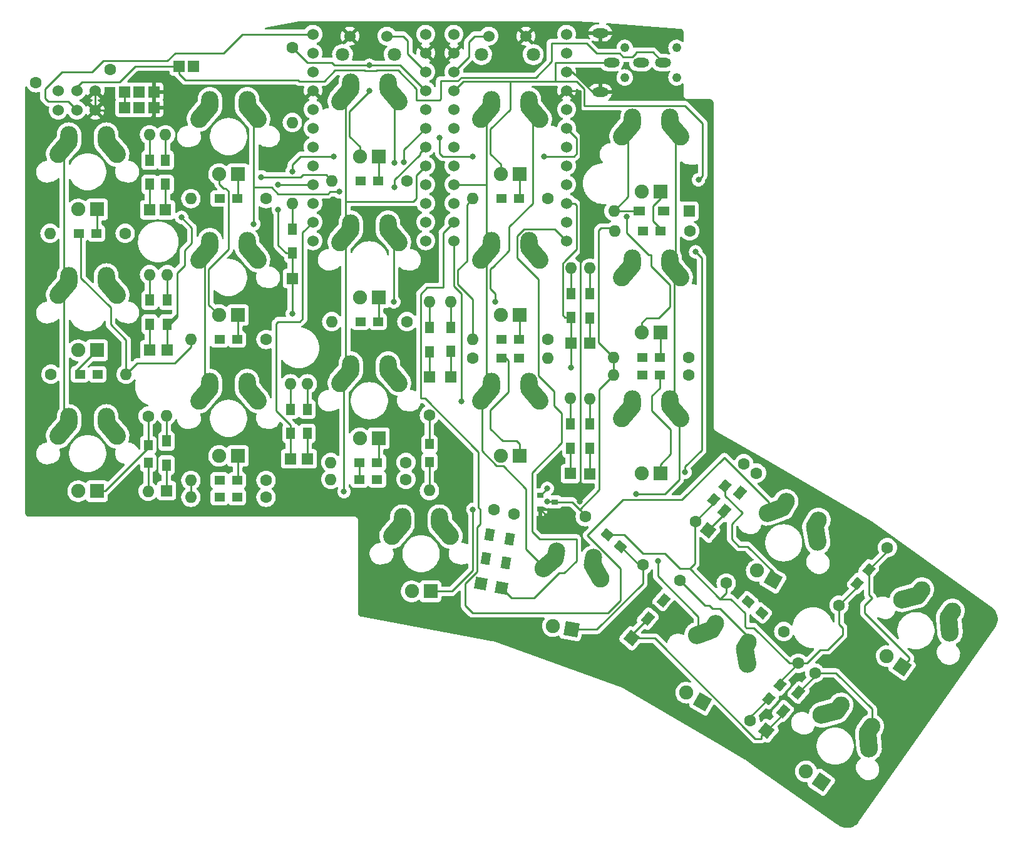
<source format=gtl>
G04 #@! TF.GenerationSoftware,KiCad,Pcbnew,(6.0.7)*
G04 #@! TF.CreationDate,2023-08-06T12:32:10+01:00*
G04 #@! TF.ProjectId,ergodash,6572676f-6461-4736-982e-6b696361645f,0.1*
G04 #@! TF.SameCoordinates,Original*
G04 #@! TF.FileFunction,Copper,L1,Top*
G04 #@! TF.FilePolarity,Positive*
%FSLAX46Y46*%
G04 Gerber Fmt 4.6, Leading zero omitted, Abs format (unit mm)*
G04 Created by KiCad (PCBNEW (6.0.7)) date 2023-08-06 12:32:10*
%MOMM*%
%LPD*%
G01*
G04 APERTURE LIST*
G04 Aperture macros list*
%AMHorizOval*
0 Thick line with rounded ends*
0 $1 width*
0 $2 $3 position (X,Y) of the first rounded end (center of the circle)*
0 $4 $5 position (X,Y) of the second rounded end (center of the circle)*
0 Add line between two ends*
20,1,$1,$2,$3,$4,$5,0*
0 Add two circle primitives to create the rounded ends*
1,1,$1,$2,$3*
1,1,$1,$4,$5*%
%AMRotRect*
0 Rectangle, with rotation*
0 The origin of the aperture is its center*
0 $1 length*
0 $2 width*
0 $3 Rotation angle, in degrees counterclockwise*
0 Add horizontal line*
21,1,$1,$2,0,0,$3*%
G04 Aperture macros list end*
G04 #@! TA.AperFunction,ComponentPad*
%ADD10C,1.600000*%
G04 #@! TD*
G04 #@! TA.AperFunction,ComponentPad*
%ADD11HorizOval,1.600000X0.000000X0.000000X0.000000X0.000000X0*%
G04 #@! TD*
G04 #@! TA.AperFunction,ComponentPad*
%ADD12O,1.600000X1.600000*%
G04 #@! TD*
G04 #@! TA.AperFunction,ComponentPad*
%ADD13C,1.524000*%
G04 #@! TD*
G04 #@! TA.AperFunction,ComponentPad*
%ADD14C,1.800000*%
G04 #@! TD*
G04 #@! TA.AperFunction,ComponentPad*
%ADD15R,1.524000X1.524000*%
G04 #@! TD*
G04 #@! TA.AperFunction,ComponentPad*
%ADD16R,1.400000X1.200000*%
G04 #@! TD*
G04 #@! TA.AperFunction,ComponentPad*
%ADD17R,1.200000X1.400000*%
G04 #@! TD*
G04 #@! TA.AperFunction,ComponentPad*
%ADD18RotRect,1.400000X1.200000X140.000000*%
G04 #@! TD*
G04 #@! TA.AperFunction,ComponentPad*
%ADD19HorizOval,1.600000X0.000000X0.000000X0.000000X0.000000X0*%
G04 #@! TD*
G04 #@! TA.AperFunction,ComponentPad*
%ADD20R,1.905000X1.905000*%
G04 #@! TD*
G04 #@! TA.AperFunction,ComponentPad*
%ADD21C,1.905000*%
G04 #@! TD*
G04 #@! TA.AperFunction,ComponentPad*
%ADD22RotRect,1.905000X1.905000X350.000000*%
G04 #@! TD*
G04 #@! TA.AperFunction,ComponentPad*
%ADD23RotRect,1.600000X1.600000X50.000000*%
G04 #@! TD*
G04 #@! TA.AperFunction,ComponentPad*
%ADD24RotRect,1.600000X1.200000X50.000000*%
G04 #@! TD*
G04 #@! TA.AperFunction,ComponentPad*
%ADD25HorizOval,1.600000X0.000000X0.000000X0.000000X0.000000X0*%
G04 #@! TD*
G04 #@! TA.AperFunction,SMDPad,CuDef*
%ADD26R,0.900000X0.800000*%
G04 #@! TD*
G04 #@! TA.AperFunction,ComponentPad*
%ADD27HorizOval,2.400000X0.578509X0.689440X-0.578509X-0.689440X0*%
G04 #@! TD*
G04 #@! TA.AperFunction,ComponentPad*
%ADD28O,2.300000X3.337000*%
G04 #@! TD*
G04 #@! TA.AperFunction,ComponentPad*
%ADD29HorizOval,2.400000X0.578509X-0.689440X-0.578509X0.689440X0*%
G04 #@! TD*
G04 #@! TA.AperFunction,ComponentPad*
%ADD30HorizOval,2.400000X0.845723X0.307818X-0.845723X-0.307818X0*%
G04 #@! TD*
G04 #@! TA.AperFunction,ComponentPad*
%ADD31HorizOval,2.300000X-0.259250X-0.449034X0.259250X0.449034X0*%
G04 #@! TD*
G04 #@! TA.AperFunction,ComponentPad*
%ADD32HorizOval,2.400000X0.156283X-0.886327X-0.156283X0.886327X0*%
G04 #@! TD*
G04 #@! TA.AperFunction,ComponentPad*
%ADD33HorizOval,2.400000X0.689440X0.578509X-0.689440X-0.578509X0*%
G04 #@! TD*
G04 #@! TA.AperFunction,ComponentPad*
%ADD34HorizOval,2.300000X-0.090037X-0.510623X0.090037X0.510623X0*%
G04 #@! TD*
G04 #@! TA.AperFunction,ComponentPad*
%ADD35HorizOval,2.400000X0.450000X-0.779423X-0.450000X0.779423X0*%
G04 #@! TD*
G04 #@! TA.AperFunction,ComponentPad*
%ADD36HorizOval,2.300000X-0.297399X-0.424730X0.297399X0.424730X0*%
G04 #@! TD*
G04 #@! TA.AperFunction,ComponentPad*
%ADD37HorizOval,2.400000X0.869333X0.232937X-0.869333X-0.232937X0*%
G04 #@! TD*
G04 #@! TA.AperFunction,ComponentPad*
%ADD38HorizOval,2.400000X0.078440X-0.896575X-0.078440X0.896575X0*%
G04 #@! TD*
G04 #@! TA.AperFunction,ComponentPad*
%ADD39RotRect,1.905000X1.905000X330.000000*%
G04 #@! TD*
G04 #@! TA.AperFunction,ComponentPad*
%ADD40RotRect,1.905000X1.905000X325.000000*%
G04 #@! TD*
G04 #@! TA.AperFunction,ComponentPad*
%ADD41RotRect,1.400000X1.200000X230.000000*%
G04 #@! TD*
G04 #@! TA.AperFunction,ComponentPad*
%ADD42HorizOval,1.600000X0.000000X0.000000X0.000000X0.000000X0*%
G04 #@! TD*
G04 #@! TA.AperFunction,ComponentPad*
%ADD43RotRect,1.400000X1.200000X50.000000*%
G04 #@! TD*
G04 #@! TA.AperFunction,ComponentPad*
%ADD44R,1.600000X1.600000*%
G04 #@! TD*
G04 #@! TA.AperFunction,ComponentPad*
%ADD45R,1.200000X1.600000*%
G04 #@! TD*
G04 #@! TA.AperFunction,ComponentPad*
%ADD46R,1.600000X1.200000*%
G04 #@! TD*
G04 #@! TA.AperFunction,ComponentPad*
%ADD47RotRect,1.600000X1.600000X80.000000*%
G04 #@! TD*
G04 #@! TA.AperFunction,ComponentPad*
%ADD48RotRect,1.600000X1.200000X80.000000*%
G04 #@! TD*
G04 #@! TA.AperFunction,ComponentPad*
%ADD49HorizOval,1.600000X0.000000X0.000000X0.000000X0.000000X0*%
G04 #@! TD*
G04 #@! TA.AperFunction,WasherPad*
%ADD50C,1.210000*%
G04 #@! TD*
G04 #@! TA.AperFunction,ComponentPad*
%ADD51O,2.200000X1.300000*%
G04 #@! TD*
G04 #@! TA.AperFunction,ComponentPad*
%ADD52HorizOval,2.400000X-0.578509X0.689440X0.578509X-0.689440X0*%
G04 #@! TD*
G04 #@! TA.AperFunction,ComponentPad*
%ADD53HorizOval,2.400000X-0.578509X-0.689440X0.578509X0.689440X0*%
G04 #@! TD*
G04 #@! TA.AperFunction,ViaPad*
%ADD54C,0.800000*%
G04 #@! TD*
G04 #@! TA.AperFunction,Conductor*
%ADD55C,0.254000*%
G04 #@! TD*
G04 APERTURE END LIST*
D10*
X99060000Y-64992002D03*
D11*
X109065647Y-63227737D03*
D10*
X133731000Y-60198000D03*
D12*
X133731000Y-70358000D03*
D13*
X160314000Y-58674000D03*
X165314000Y-58674000D03*
D14*
X159314000Y-61174000D03*
X166314000Y-61174000D03*
D15*
X118380000Y-62738000D03*
X120380000Y-62738000D03*
D13*
X102070829Y-68676946D03*
X104570829Y-68676946D03*
X107070829Y-68676946D03*
D16*
X107225000Y-85344000D03*
D10*
X111125000Y-85344000D03*
D16*
X104825000Y-85344000D03*
D12*
X100965000Y-85344000D03*
D16*
X126275000Y-80645000D03*
D10*
X130175000Y-80645000D03*
D12*
X120015000Y-80645000D03*
D16*
X123875000Y-80645000D03*
X145325000Y-78232000D03*
D10*
X149225000Y-78232000D03*
D12*
X139065000Y-78232000D03*
D16*
X142925000Y-78232000D03*
X164375000Y-80645000D03*
D10*
X168275000Y-80645000D03*
D16*
X161975000Y-80645000D03*
D12*
X158115000Y-80645000D03*
D16*
X183558217Y-85027192D03*
D10*
X187458217Y-85027192D03*
D16*
X181158217Y-85027192D03*
D12*
X177298217Y-85027192D03*
D10*
X101092000Y-104394000D03*
D16*
X104992000Y-104394000D03*
D12*
X111252000Y-104394000D03*
D16*
X107392000Y-104394000D03*
D10*
X130175000Y-99695000D03*
D16*
X126275000Y-99695000D03*
D12*
X120015000Y-99695000D03*
D16*
X123875000Y-99695000D03*
D10*
X149225000Y-97282000D03*
D16*
X145325000Y-97282000D03*
X142925000Y-97282000D03*
D12*
X139065000Y-97282000D03*
D16*
X164375000Y-99695000D03*
D10*
X168275000Y-99695000D03*
D16*
X161975000Y-99695000D03*
D12*
X158115000Y-99695000D03*
D16*
X183425000Y-102108000D03*
D10*
X187325000Y-102108000D03*
D12*
X177165000Y-102108000D03*
D16*
X181025000Y-102108000D03*
D17*
X114230584Y-113968374D03*
D10*
X114230584Y-110068374D03*
D12*
X114230584Y-120228374D03*
D17*
X114230584Y-116368374D03*
D10*
X130175000Y-118745000D03*
D16*
X126275000Y-118745000D03*
X123875000Y-118745000D03*
D12*
X120015000Y-118745000D03*
D16*
X183425000Y-104521000D03*
D10*
X187325000Y-104521000D03*
D16*
X181025000Y-104521000D03*
D12*
X177165000Y-104521000D03*
D18*
X178140000Y-127680000D03*
D10*
X181127573Y-130186872D03*
D19*
X173344561Y-123656150D03*
D18*
X176301493Y-126137310D03*
D16*
X126275000Y-121031000D03*
D10*
X130175000Y-121031000D03*
D12*
X120015000Y-121031000D03*
D16*
X123875000Y-121031000D03*
X145198000Y-118618000D03*
D10*
X149098000Y-118618000D03*
D12*
X138938000Y-118618000D03*
D16*
X142798000Y-118618000D03*
D20*
X107315000Y-82105500D03*
D21*
X104775000Y-82105500D03*
D20*
X126365000Y-77343000D03*
D21*
X123825000Y-77343000D03*
D20*
X145415000Y-74961750D03*
D21*
X142875000Y-74961750D03*
D20*
X164465000Y-77343000D03*
D21*
X161925000Y-77343000D03*
D20*
X183515000Y-79724250D03*
D21*
X180975000Y-79724250D03*
D20*
X107315000Y-101155500D03*
D21*
X104775000Y-101155500D03*
D20*
X126365000Y-96393000D03*
D21*
X123825000Y-96393000D03*
D20*
X145415000Y-94011750D03*
D21*
X142875000Y-94011750D03*
D20*
X164465000Y-96393000D03*
D21*
X161925000Y-96393000D03*
D20*
X183515000Y-98774250D03*
D21*
X180975000Y-98774250D03*
D20*
X107315000Y-120205500D03*
D21*
X104775000Y-120205500D03*
D20*
X126365000Y-115443000D03*
D21*
X123825000Y-115443000D03*
D20*
X145415000Y-113061750D03*
D21*
X142875000Y-113061750D03*
D20*
X164465000Y-115443000D03*
D21*
X161925000Y-115443000D03*
D20*
X183515000Y-117824250D03*
D21*
X180975000Y-117824250D03*
D22*
X171470180Y-138903357D03*
D21*
X168968768Y-138462290D03*
D13*
X136525000Y-58420000D03*
X136525000Y-60960000D03*
X136525000Y-63500000D03*
X136525000Y-66040000D03*
X136525000Y-68580000D03*
X136525000Y-71120000D03*
X136525000Y-73660000D03*
X136525000Y-76200000D03*
X136525000Y-78740000D03*
X136525000Y-81280000D03*
X136525000Y-83820000D03*
X136525000Y-86360000D03*
X151765000Y-86360000D03*
X151765000Y-83820000D03*
X151765000Y-81280000D03*
X151765000Y-78740000D03*
X151765000Y-76200000D03*
X151765000Y-73660000D03*
X151765000Y-71120000D03*
X151765000Y-68580000D03*
X151765000Y-66040000D03*
X151765000Y-63500000D03*
X151765000Y-60960000D03*
X151765000Y-58420000D03*
D20*
X152410000Y-133760000D03*
D21*
X149870000Y-133760000D03*
D23*
X197861783Y-152586827D03*
D24*
X200079400Y-149943974D03*
D25*
X204392505Y-144803815D03*
D24*
X202174888Y-147446669D03*
D26*
X167222000Y-120730000D03*
X167222000Y-122630000D03*
X169222000Y-121680000D03*
D27*
X102684951Y-73949269D03*
D28*
X103525000Y-72525500D03*
X108565000Y-72525500D03*
D29*
X109405049Y-73949269D03*
D28*
X103525000Y-91575500D03*
D27*
X102684951Y-92999269D03*
D28*
X108565000Y-91575500D03*
D29*
X109405049Y-92999269D03*
D28*
X103525000Y-110625500D03*
D27*
X102684951Y-112049269D03*
D28*
X108565000Y-110625500D03*
D29*
X109405049Y-112049269D03*
D28*
X122575000Y-86813000D03*
D27*
X121734951Y-88236769D03*
D28*
X127615000Y-86813000D03*
D29*
X128455049Y-88236769D03*
D28*
X122575000Y-105863000D03*
D27*
X121734951Y-107286769D03*
D29*
X128455049Y-107286769D03*
D28*
X127615000Y-105863000D03*
X141625000Y-65381750D03*
D27*
X140784951Y-66805519D03*
D28*
X146665000Y-65381750D03*
D29*
X147505049Y-66805519D03*
D28*
X141625000Y-84431750D03*
D27*
X140784951Y-85855519D03*
D29*
X147505049Y-85855519D03*
D28*
X146665000Y-84431750D03*
D27*
X140784951Y-104905519D03*
D28*
X141625000Y-103481750D03*
D29*
X147505049Y-104905519D03*
D28*
X146665000Y-103481750D03*
D27*
X159834951Y-69186769D03*
D28*
X160675000Y-67763000D03*
X165715000Y-67763000D03*
D29*
X166555049Y-69186769D03*
D28*
X160675000Y-86813000D03*
D27*
X159834951Y-88236769D03*
D28*
X165715000Y-86813000D03*
D29*
X166555049Y-88236769D03*
D28*
X160675000Y-105863000D03*
D27*
X159834951Y-107286769D03*
D29*
X166555049Y-107286769D03*
D28*
X165715000Y-105863000D03*
D30*
X198802637Y-122858181D03*
D31*
X200242025Y-122045186D03*
D32*
X204622412Y-126218230D03*
D31*
X204606793Y-124565186D03*
D33*
X168326787Y-130067038D03*
D34*
X169401308Y-128810772D03*
D35*
X174944791Y-131233969D03*
D34*
X174364739Y-129685959D03*
D31*
X190717025Y-138543186D03*
D30*
X189277637Y-139356181D03*
D31*
X195081793Y-141063186D03*
D32*
X195097412Y-142716230D03*
D27*
X147779951Y-125603769D03*
D28*
X148620000Y-124180000D03*
X153660000Y-124180000D03*
D29*
X154500049Y-125603769D03*
D36*
X218583481Y-133943341D03*
D37*
X217078713Y-134627793D03*
D38*
X222583495Y-138482281D03*
D36*
X222712007Y-136834166D03*
D37*
X206152063Y-150232855D03*
D36*
X207656831Y-149548403D03*
D38*
X211656845Y-154087343D03*
D36*
X211785357Y-152439228D03*
D39*
X198734261Y-132236709D03*
D21*
X196534557Y-130966709D03*
D40*
X216193205Y-143964672D03*
D21*
X214112559Y-142507788D03*
D39*
X189209261Y-148734709D03*
D21*
X187009557Y-147464709D03*
D40*
X205266555Y-159569734D03*
D21*
X203185909Y-158112850D03*
D10*
X194785041Y-116504139D03*
D41*
X192278169Y-119491712D03*
D42*
X188254319Y-124287151D03*
D41*
X190735479Y-121330219D03*
D10*
X214189562Y-127853920D03*
D41*
X211682690Y-130841493D03*
D42*
X207658840Y-135636932D03*
D41*
X210140000Y-132680000D03*
D18*
X197196028Y-136680000D03*
D10*
X200183601Y-139186872D03*
D18*
X195357521Y-135137310D03*
D19*
X192400589Y-132656150D03*
D43*
X198134458Y-148275297D03*
D10*
X195627586Y-151262870D03*
D43*
X199677148Y-146436790D03*
D25*
X202158308Y-143479858D03*
D44*
X114427000Y-82169000D03*
D45*
X114427000Y-78719000D03*
D12*
X114427000Y-72009000D03*
D45*
X114427000Y-75459000D03*
X114427000Y-97642000D03*
D44*
X114427000Y-101092000D03*
D45*
X114427000Y-94382000D03*
D12*
X114427000Y-90932000D03*
D44*
X116713000Y-120142000D03*
D45*
X116713000Y-116692000D03*
X116713000Y-113432000D03*
D12*
X116713000Y-109982000D03*
D44*
X116586000Y-82169000D03*
D45*
X116586000Y-78719000D03*
X116586000Y-75459000D03*
D12*
X116586000Y-72009000D03*
D44*
X155194000Y-104754000D03*
D45*
X155194000Y-101304000D03*
D12*
X155194000Y-94594000D03*
D45*
X155194000Y-98044000D03*
X171450000Y-96732000D03*
D44*
X171450000Y-100182000D03*
D12*
X171450000Y-90022000D03*
D45*
X171450000Y-93472000D03*
X171323000Y-114385000D03*
D44*
X171323000Y-117835000D03*
D12*
X171323000Y-107675000D03*
D45*
X171323000Y-111125000D03*
D46*
X183928155Y-82343258D03*
D44*
X187378155Y-82343258D03*
D46*
X180668155Y-82343258D03*
D12*
X177218155Y-82343258D03*
D45*
X173990000Y-114406000D03*
D44*
X173990000Y-117856000D03*
D45*
X173990000Y-111146000D03*
D12*
X173990000Y-107696000D03*
D24*
X192187903Y-122909011D03*
D23*
X189970286Y-125551864D03*
D25*
X196501008Y-117768852D03*
D24*
X194283391Y-120411706D03*
D47*
X159254395Y-132702520D03*
D48*
X159853481Y-129304933D03*
D49*
X161018660Y-122696873D03*
D48*
X160419574Y-126094460D03*
D47*
X161974821Y-133288060D03*
D48*
X162573907Y-129890473D03*
D49*
X163739086Y-123282413D03*
D48*
X163140000Y-126680000D03*
D24*
X181807617Y-137453877D03*
D23*
X179590000Y-140096730D03*
D25*
X186120722Y-132313718D03*
D24*
X183903105Y-134956572D03*
D10*
X158115000Y-102235000D03*
D16*
X162015000Y-102235000D03*
X164415000Y-102235000D03*
D12*
X168275000Y-102235000D03*
D17*
X152273000Y-113861000D03*
D10*
X152273000Y-109961000D03*
D17*
X152273000Y-116261000D03*
D12*
X152273000Y-120121000D03*
D15*
X111030000Y-66209000D03*
X113030000Y-66209000D03*
X115030000Y-66209000D03*
X111030000Y-68368000D03*
X113030000Y-68368000D03*
X115030000Y-68368000D03*
D44*
X152273000Y-104796000D03*
D45*
X152273000Y-101346000D03*
X152273000Y-98086000D03*
D12*
X152273000Y-94636000D03*
D45*
X135763000Y-112395000D03*
D44*
X135763000Y-115845000D03*
D45*
X135763000Y-109135000D03*
D12*
X135763000Y-105685000D03*
D44*
X173990000Y-100224000D03*
D45*
X173990000Y-96774000D03*
X173990000Y-93514000D03*
D12*
X173990000Y-90064000D03*
D50*
X185682981Y-60266219D03*
X178682981Y-60266219D03*
X185682981Y-64266219D03*
X178682981Y-64266219D03*
D51*
X176882981Y-62266219D03*
X183882981Y-62266219D03*
X180882981Y-62266219D03*
X175382981Y-58266219D03*
X175382981Y-66266219D03*
D45*
X133477000Y-112395000D03*
D44*
X133477000Y-115845000D03*
D45*
X133477000Y-109135000D03*
D12*
X133477000Y-105685000D03*
D45*
X133731000Y-88011000D03*
D44*
X133731000Y-91461000D03*
D45*
X133731000Y-84751000D03*
D12*
X133731000Y-81301000D03*
D44*
X116840000Y-101092000D03*
D45*
X116840000Y-97642000D03*
X116840000Y-94382000D03*
D12*
X116840000Y-90932000D03*
D16*
X145198000Y-116332000D03*
D10*
X149098000Y-116332000D03*
D12*
X138938000Y-116332000D03*
D16*
X142798000Y-116332000D03*
D13*
X107076249Y-66040000D03*
X102076249Y-66040000D03*
X104570829Y-66040000D03*
X146518000Y-58674000D03*
X141518000Y-58674000D03*
D14*
X140518000Y-61174000D03*
X147518000Y-61174000D03*
D13*
X170815000Y-58420000D03*
X170815000Y-60960000D03*
X170815000Y-63500000D03*
X170815000Y-66040000D03*
X170815000Y-68580000D03*
X170815000Y-71120000D03*
X170815000Y-73660000D03*
X170815000Y-76200000D03*
X170815000Y-78740000D03*
X170815000Y-81280000D03*
X170815000Y-83820000D03*
X170815000Y-86360000D03*
X155575000Y-86360000D03*
X155575000Y-83820000D03*
X155575000Y-81280000D03*
X155575000Y-78740000D03*
X155575000Y-76200000D03*
X155575000Y-73660000D03*
X155575000Y-71120000D03*
X155575000Y-68580000D03*
X155575000Y-66040000D03*
X155575000Y-63500000D03*
X155575000Y-60960000D03*
X155575000Y-58420000D03*
D28*
X127615000Y-67763000D03*
D52*
X128455049Y-69186769D03*
D28*
X122575000Y-67763000D03*
D53*
X121734951Y-69186769D03*
D52*
X185605049Y-71568019D03*
D28*
X184765000Y-70144250D03*
D53*
X178884951Y-71568019D03*
D28*
X179725000Y-70144250D03*
D52*
X185605049Y-90618019D03*
D28*
X184765000Y-89194250D03*
D53*
X178884951Y-90618019D03*
D28*
X179725000Y-89194250D03*
D52*
X185605049Y-109668019D03*
D28*
X184765000Y-108244250D03*
D53*
X178884951Y-109668019D03*
D28*
X179725000Y-108244250D03*
D54*
X133731000Y-96247000D03*
X131826000Y-78740000D03*
X131826000Y-82169000D03*
X171450000Y-103505000D03*
X118745000Y-83185000D03*
X147574000Y-75819000D03*
X133731000Y-76962000D03*
X139319000Y-74930000D03*
X147447000Y-94615000D03*
X161163000Y-94615000D03*
X131699000Y-66802000D03*
X172593000Y-121578202D03*
X168140000Y-123680000D03*
X153670000Y-72390000D03*
X158115000Y-74930000D03*
X167767000Y-74930000D03*
X188266506Y-87852356D03*
X144145000Y-66040000D03*
X178910032Y-83123758D03*
X144145000Y-62611000D03*
X186836557Y-117658074D03*
X188657705Y-78102479D03*
X148844000Y-75692000D03*
X147574000Y-79121000D03*
X140081000Y-79736980D03*
X128524000Y-84074000D03*
X140716000Y-120269000D03*
X180208889Y-120611111D03*
X183140000Y-129680000D03*
X158140000Y-122680000D03*
X168206000Y-119836000D03*
X168206000Y-121614000D03*
X129540000Y-77724000D03*
X156591000Y-108077000D03*
D55*
X133731000Y-88011000D02*
X133731000Y-91461000D01*
X131826000Y-82169000D02*
X131826000Y-86960000D01*
X114427000Y-82169000D02*
X114427000Y-78719000D01*
X133731000Y-96247000D02*
X133731000Y-91461000D01*
X155194000Y-104754000D02*
X155194000Y-101304000D01*
X131826000Y-86960000D02*
X132877000Y-88011000D01*
X116586000Y-82169000D02*
X116586000Y-78719000D01*
X131826000Y-78740000D02*
X136525000Y-78740000D01*
X132877000Y-88011000D02*
X133731000Y-88011000D01*
X118140000Y-96680000D02*
X117178000Y-97642000D01*
X120140000Y-84580000D02*
X120140000Y-86680000D01*
X116840000Y-97642000D02*
X116840000Y-101092000D01*
X118745000Y-83185000D02*
X120140000Y-84580000D01*
X170815000Y-81280000D02*
X171892630Y-81280000D01*
X119140000Y-89680000D02*
X118140000Y-90680000D01*
X171892630Y-81280000D02*
X172212000Y-81599370D01*
X171450000Y-96732000D02*
X171450000Y-100182000D01*
X119140000Y-87680000D02*
X119140000Y-89680000D01*
X117178000Y-97642000D02*
X116840000Y-97642000D01*
X171450000Y-103505000D02*
X171450000Y-100182000D01*
X170678882Y-89036118D02*
X170268999Y-89446001D01*
X118140000Y-90680000D02*
X118140000Y-96680000D01*
X114427000Y-97642000D02*
X114427000Y-101092000D01*
X118110000Y-96372000D02*
X116840000Y-97642000D01*
X172212000Y-81599370D02*
X172212000Y-87512118D01*
X172212000Y-87512118D02*
X170688000Y-89036118D01*
X152273000Y-101346000D02*
X152273000Y-104796000D01*
X170268999Y-89446001D02*
X170268999Y-96404999D01*
X173990000Y-96774000D02*
X173990000Y-100224000D01*
X170688000Y-89036118D02*
X170678882Y-89036118D01*
X170596000Y-96732000D02*
X171450000Y-96732000D01*
X170268999Y-96404999D02*
X170596000Y-96732000D01*
X120140000Y-86680000D02*
X119140000Y-87680000D01*
X135128000Y-96901000D02*
X134747000Y-97282000D01*
X135763000Y-112395000D02*
X135763000Y-115845000D01*
X171323000Y-114385000D02*
X171323000Y-117835000D01*
X192187903Y-123334247D02*
X192187903Y-122909011D01*
X135128000Y-85217000D02*
X135128000Y-96901000D01*
X133477000Y-112395000D02*
X133477000Y-115845000D01*
X116713000Y-120142000D02*
X116713000Y-116692000D01*
X131572000Y-109370118D02*
X133477000Y-111275118D01*
X131826000Y-97282000D02*
X131572000Y-97536000D01*
X173990000Y-117856000D02*
X173990000Y-114406000D01*
X136525000Y-83820000D02*
X135128000Y-85217000D01*
X131572000Y-97536000D02*
X131572000Y-109370118D01*
X189970286Y-125551864D02*
X192187903Y-123334247D01*
X134747000Y-97282000D02*
X131826000Y-97282000D01*
X133477000Y-111275118D02*
X133477000Y-112395000D01*
X114427000Y-72009000D02*
X114427000Y-75459000D01*
X114427000Y-90932000D02*
X114427000Y-94382000D01*
X116713000Y-113432000D02*
X116713000Y-109982000D01*
X116586000Y-72009000D02*
X116586000Y-75459000D01*
X116840000Y-90932000D02*
X116840000Y-94382000D01*
X133477000Y-109135000D02*
X133477000Y-105685000D01*
X147574000Y-75819000D02*
X147574000Y-67564000D01*
X134874000Y-74930000D02*
X139319000Y-74930000D01*
X147574000Y-67564000D02*
X147796250Y-67341750D01*
X133731000Y-76073000D02*
X134874000Y-74930000D01*
X133731000Y-81301000D02*
X133731000Y-84751000D01*
X147796250Y-67341750D02*
X147955000Y-67341750D01*
X133731000Y-76962000D02*
X133731000Y-76073000D01*
X152273000Y-94636000D02*
X152273000Y-98086000D01*
X147447000Y-94615000D02*
X147447000Y-85213750D01*
X147447000Y-85213750D02*
X146665000Y-84431750D01*
X135763000Y-105685000D02*
X135763000Y-109135000D01*
X163068000Y-84487802D02*
X163068000Y-87662118D01*
X167005000Y-69723000D02*
X166243000Y-70485000D01*
X163068000Y-87662118D02*
X160813999Y-89916119D01*
X160813999Y-89916119D02*
X160781881Y-89916119D01*
X166243000Y-70485000D02*
X166243000Y-81312802D01*
X166243000Y-81312802D02*
X163068000Y-84487802D01*
X160528010Y-90169990D02*
X160528010Y-92837010D01*
X160528010Y-92837010D02*
X161163000Y-93472000D01*
X155194000Y-98044000D02*
X155194000Y-94594000D01*
X161163000Y-93472000D02*
X161163000Y-94615000D01*
X160781881Y-89916119D02*
X160528010Y-90169990D01*
X171450000Y-90022000D02*
X171450000Y-93329566D01*
X171323000Y-107675000D02*
X171323000Y-111125000D01*
X178435000Y-72104250D02*
X179140000Y-72809250D01*
X179140000Y-80421413D02*
X177218155Y-82343258D01*
X180668155Y-82343258D02*
X177218155Y-82343258D01*
X179140000Y-72809250D02*
X179140000Y-80421413D01*
X173990000Y-90064000D02*
X173990000Y-93514000D01*
X173990000Y-111146000D02*
X173990000Y-107696000D01*
X178462028Y-61508329D02*
X179732817Y-61508329D01*
X180207377Y-61033769D02*
X180207377Y-60846300D01*
X177980553Y-61026854D02*
X178462028Y-61508329D01*
X134675685Y-64770542D02*
X138015921Y-64770542D01*
X174866630Y-61026854D02*
X177980553Y-61026854D01*
X134504144Y-64599001D02*
X134675685Y-64770542D01*
X118380000Y-62738000D02*
X112522000Y-62738000D01*
X150534282Y-65823769D02*
X150534282Y-67358473D01*
X139490439Y-63296024D02*
X143492704Y-63296024D01*
X173494642Y-59654866D02*
X174866630Y-61026854D01*
X105283000Y-64897000D02*
X104140000Y-66040000D01*
X119225001Y-64599001D02*
X134504144Y-64599001D01*
X150534282Y-67358473D02*
X153633780Y-67358473D01*
X153784241Y-67208012D02*
X153784241Y-64740450D01*
X118380000Y-62738000D02*
X118380000Y-63754000D01*
X168770164Y-59654866D02*
X173494642Y-59654866D01*
X118380000Y-63754000D02*
X119225001Y-64599001D01*
X112522000Y-62738000D02*
X110363000Y-64897000D01*
X156101342Y-64740450D02*
X156579791Y-64262001D01*
X179732817Y-61508329D02*
X180207377Y-61033769D01*
X153633780Y-67358473D02*
X153784241Y-67208012D01*
X145081892Y-63392000D02*
X145177868Y-63296024D01*
X138015921Y-64770542D02*
X139490439Y-63296024D01*
X153784241Y-64740450D02*
X156101342Y-64740450D01*
X168770164Y-62122428D02*
X168770164Y-59654866D01*
X182463062Y-60846300D02*
X183882981Y-62266219D01*
X143492704Y-63296024D02*
X143588680Y-63392000D01*
X145177868Y-63296024D02*
X148006537Y-63296024D01*
X110363000Y-64897000D02*
X105283000Y-64897000D01*
X166630591Y-64262001D02*
X168770164Y-62122428D01*
X143588680Y-63392000D02*
X145081892Y-63392000D01*
X180207377Y-60846300D02*
X182463062Y-60846300D01*
X156579791Y-64262001D02*
X166630591Y-64262001D01*
X148006537Y-63296024D02*
X150534282Y-65823769D01*
X109522374Y-70030202D02*
X114269966Y-70030202D01*
X172720000Y-66040000D02*
X172720000Y-121451202D01*
X170815000Y-66040000D02*
X172720000Y-66040000D01*
X107070829Y-66045420D02*
X107076249Y-66040000D01*
X108169118Y-68676946D02*
X107070829Y-68676946D01*
X131699000Y-66802000D02*
X135763001Y-66801999D01*
X115030000Y-66209000D02*
X115030000Y-68368000D01*
X114269966Y-70030202D02*
X115030000Y-69270168D01*
X171616840Y-63500000D02*
X174383059Y-66266219D01*
X109522374Y-70030202D02*
X108169118Y-68676946D01*
X172720000Y-121451202D02*
X172593000Y-121578202D01*
X107070829Y-68676946D02*
X107070829Y-66045420D01*
X168206000Y-123614000D02*
X167222000Y-122630000D01*
X135763001Y-66801999D02*
X136525000Y-66040000D01*
X115030000Y-69270168D02*
X115030000Y-68368000D01*
X170815000Y-63500000D02*
X171616840Y-63500000D01*
X174383059Y-66266219D02*
X175382981Y-66266219D01*
X154051000Y-74930000D02*
X158115000Y-74930000D01*
X153670000Y-74549000D02*
X154051000Y-74930000D01*
X170815000Y-71120000D02*
X172212000Y-72517000D01*
X172212000Y-72517000D02*
X172212000Y-74549000D01*
X172212000Y-74549000D02*
X171831000Y-74930000D01*
X153670000Y-72390000D02*
X153670000Y-74549000D01*
X171831000Y-74930000D02*
X167767000Y-74930000D01*
X184785000Y-92329000D02*
X184785000Y-95250000D01*
X173228000Y-65829580D02*
X172168420Y-64770000D01*
X188266506Y-87852356D02*
X189088458Y-88674308D01*
X144145000Y-66040000D02*
X144145000Y-66167000D01*
X182245000Y-88265000D02*
X182245000Y-89789000D01*
X182245000Y-89789000D02*
X184785000Y-92329000D01*
X178910032Y-83123758D02*
X178910032Y-85282263D01*
X111030000Y-66209000D02*
X111030000Y-68368000D01*
X178910032Y-85282263D02*
X181892769Y-88265000D01*
X144145000Y-62611000D02*
X148336000Y-62611000D01*
X139065000Y-62230000D02*
X135763000Y-62230000D01*
X156845000Y-64770000D02*
X163195000Y-64770000D01*
X125095000Y-87503000D02*
X122428000Y-90170000D01*
X161925000Y-75995962D02*
X160528010Y-74598972D01*
X169324025Y-62266219D02*
X169301741Y-62288503D01*
X181892769Y-88265000D02*
X182245000Y-88265000D01*
X141478010Y-68833990D02*
X141478010Y-72217722D01*
X123825000Y-78690038D02*
X124382962Y-79248000D01*
X189199365Y-77560819D02*
X189199365Y-70454365D01*
X183261000Y-96774000D02*
X181628212Y-96774000D01*
X123825000Y-77343000D02*
X123825000Y-78690038D01*
X144145000Y-62611000D02*
X139446000Y-62611000D01*
X144145000Y-66167000D02*
X141478010Y-68833990D01*
X186839750Y-68094750D02*
X173228000Y-68094750D01*
X189088458Y-88674308D02*
X189088458Y-114655355D01*
X172168420Y-64770000D02*
X169327929Y-64770000D01*
X124714000Y-79248000D02*
X125095000Y-79629000D01*
X176882981Y-62266219D02*
X169324025Y-62266219D01*
X125095000Y-79629000D02*
X125095000Y-87503000D01*
X122428000Y-94996000D02*
X123825000Y-96393000D01*
X186836557Y-116907256D02*
X186836557Y-117658074D01*
X160528010Y-71246990D02*
X163195000Y-68580000D01*
X181628212Y-96774000D02*
X180975000Y-97427212D01*
X135763000Y-62230000D02*
X133731000Y-60198000D01*
X141478010Y-72217722D02*
X142875000Y-73614712D01*
X124382962Y-79248000D02*
X124714000Y-79248000D01*
X169301741Y-62288503D02*
X169301741Y-64743812D01*
X148336000Y-62611000D02*
X151765000Y-66040000D01*
X161925000Y-77343000D02*
X161925000Y-75995962D01*
X169327929Y-64770000D02*
X163195000Y-64770000D01*
X122428000Y-90170000D02*
X122428000Y-94996000D01*
X180975000Y-97427212D02*
X180975000Y-98774250D01*
X163195000Y-68580000D02*
X163195000Y-64770000D01*
X155575000Y-66040000D02*
X156845000Y-64770000D01*
X169301741Y-64743812D02*
X169327929Y-64770000D01*
X160528010Y-74598972D02*
X160528010Y-71246990D01*
X189199365Y-70454365D02*
X186839750Y-68094750D01*
X184785000Y-95250000D02*
X183261000Y-96774000D01*
X189088458Y-114655355D02*
X186836557Y-116907256D01*
X188657705Y-78102479D02*
X189199365Y-77560819D01*
X173228000Y-68094750D02*
X173228000Y-65829580D01*
X139446000Y-62611000D02*
X139065000Y-62230000D01*
X142875000Y-73614712D02*
X142875000Y-74961750D01*
X102870000Y-73850500D02*
X102235000Y-74485500D01*
X102235000Y-74676000D02*
X102870000Y-75311000D01*
X102870000Y-75311000D02*
X102870000Y-92900500D01*
X102870000Y-92900500D02*
X102235000Y-93535500D01*
X102298500Y-93535500D02*
X102870000Y-94107000D01*
X102870000Y-94107000D02*
X102870000Y-111950500D01*
X102870000Y-111950500D02*
X102235000Y-112585500D01*
X102235000Y-93535500D02*
X102298500Y-93535500D01*
X151765000Y-71120000D02*
X148844000Y-74041000D01*
X102235000Y-74485500D02*
X102235000Y-74676000D01*
X148844000Y-74041000D02*
X148844000Y-75692000D01*
X121285000Y-88900000D02*
X121920000Y-89281000D01*
X121920000Y-89281000D02*
X121920000Y-107442000D01*
X121920000Y-107442000D02*
X121285000Y-107823000D01*
X151765000Y-73660000D02*
X151003001Y-74421999D01*
X138518961Y-80010000D02*
X131826000Y-80010000D01*
X130937000Y-79121000D02*
X128524000Y-79121000D01*
X138791981Y-79736980D02*
X138518961Y-80010000D01*
X131826000Y-80010000D02*
X130937000Y-79121000D01*
X128524000Y-84074000D02*
X128524000Y-79248000D01*
X128524000Y-79121000D02*
X128524000Y-70231000D01*
X128524000Y-79248000D02*
X128524000Y-79121000D01*
X140081000Y-79736980D02*
X138791981Y-79736980D01*
X128905000Y-69723000D02*
X128905000Y-69850000D01*
X128524000Y-70231000D02*
X128905000Y-69850000D01*
X151003001Y-74421999D02*
X151003001Y-74706117D01*
X147574000Y-78135118D02*
X147574000Y-79121000D01*
X151003001Y-74706117D02*
X147574000Y-78135118D01*
X121285000Y-88773000D02*
X121285000Y-88900000D01*
X140970000Y-66706750D02*
X140335000Y-67341750D01*
X140366750Y-86391750D02*
X140970000Y-86995000D01*
X140970000Y-86995000D02*
X140970000Y-104806750D01*
X140970000Y-104806750D02*
X140335000Y-105441750D01*
X150114000Y-81026000D02*
X150495000Y-80645000D01*
X140970000Y-85756750D02*
X140335000Y-86391750D01*
X151765000Y-76200000D02*
X150495000Y-77470000D01*
X140716000Y-105791000D02*
X140716000Y-120269000D01*
X150114000Y-81026000D02*
X140970000Y-81026000D01*
X140366750Y-105441750D02*
X140716000Y-105791000D01*
X140335000Y-86391750D02*
X140366750Y-86391750D01*
X140335000Y-105441750D02*
X140366750Y-105441750D01*
X140335000Y-67341750D02*
X140970000Y-67976750D01*
X140970000Y-81026000D02*
X140970000Y-85756750D01*
X140970000Y-67976750D02*
X140970000Y-81026000D01*
X150495000Y-80645000D02*
X150495000Y-77470000D01*
X159385000Y-69850000D02*
X160020000Y-70485000D01*
X160020000Y-88138000D02*
X159385000Y-88773000D01*
X159385000Y-88900000D02*
X160020000Y-89535000D01*
X160020000Y-89535000D02*
X160020000Y-107188000D01*
X160020000Y-107188000D02*
X159385000Y-107823000D01*
X162236500Y-116776500D02*
X165345999Y-119885999D01*
X165345999Y-119885999D02*
X165345999Y-128072432D01*
X160020000Y-78740000D02*
X160020000Y-88138000D01*
X159385000Y-69723000D02*
X159385000Y-69850000D01*
X155575000Y-78740000D02*
X160020000Y-78740000D01*
X159385000Y-114788854D02*
X161372646Y-116776500D01*
X159385000Y-107823000D02*
X159385000Y-114788854D01*
X160020000Y-70485000D02*
X160020000Y-78740000D01*
X165345999Y-128072432D02*
X167790556Y-130516989D01*
X161372646Y-116776500D02*
X162236500Y-116776500D01*
X159385000Y-88773000D02*
X159385000Y-88900000D01*
X186055000Y-91313000D02*
X185420000Y-91948000D01*
X185420000Y-91948000D02*
X185420000Y-109569250D01*
X185420000Y-109569250D02*
X186055000Y-110204250D01*
X185959750Y-72104250D02*
X186055000Y-72104250D01*
X186055000Y-110204250D02*
X186055000Y-118627222D01*
X186055000Y-91154250D02*
X186055000Y-91313000D01*
X185547000Y-90646250D02*
X186055000Y-91154250D01*
X185547000Y-72517000D02*
X185959750Y-72104250D01*
X185547000Y-72517000D02*
X185547000Y-90646250D01*
X188619852Y-137200148D02*
X183140000Y-131720296D01*
X180208889Y-120611111D02*
X184071111Y-120611111D01*
X188619852Y-137200148D02*
X188619852Y-139595595D01*
X186055000Y-118627222D02*
X184071111Y-120611111D01*
X183140000Y-131720296D02*
X183140000Y-129680000D01*
X178140000Y-130680000D02*
X173640000Y-126180000D01*
X158742678Y-125077322D02*
X158742678Y-131099727D01*
X151140000Y-107680000D02*
X151662187Y-107680000D01*
X178427889Y-121392111D02*
X186427889Y-121392111D01*
X154140000Y-92680000D02*
X151963428Y-92680000D01*
X155575000Y-83820000D02*
X154140000Y-85255000D01*
X151092000Y-93551428D02*
X151092000Y-107632000D01*
X158140000Y-136680000D02*
X176421580Y-136680000D01*
X154140000Y-85255000D02*
X154140000Y-92680000D01*
X151963428Y-92680000D02*
X151092000Y-93551428D01*
X173640000Y-126180000D02*
X178427889Y-121392111D01*
X158877000Y-114894813D02*
X158877000Y-122417000D01*
X157140000Y-135680000D02*
X158140000Y-136680000D01*
X158877000Y-122417000D02*
X159140000Y-122680000D01*
X159140000Y-124680000D02*
X158742678Y-125077322D01*
X192140000Y-115680000D02*
X198144852Y-121684852D01*
X178140000Y-134961580D02*
X178140000Y-130680000D01*
X157140000Y-132702405D02*
X157140000Y-135680000D01*
X158742678Y-131099727D02*
X157140000Y-132702405D01*
X151092000Y-107632000D02*
X151140000Y-107680000D01*
X176421580Y-136680000D02*
X178140000Y-134961580D01*
X198144852Y-121684852D02*
X198144852Y-123097595D01*
X151662187Y-107680000D02*
X158877000Y-114894813D01*
X186427889Y-121392111D02*
X192140000Y-115680000D01*
X159140000Y-122680000D02*
X159140000Y-124680000D01*
X157607000Y-61468000D02*
X157607000Y-59436000D01*
X151765000Y-63500000D02*
X149352000Y-61087000D01*
X155575000Y-63500000D02*
X157607000Y-61468000D01*
X158369000Y-58674000D02*
X160314000Y-58674000D01*
X157607000Y-59436000D02*
X158369000Y-58674000D01*
X149352000Y-61087000D02*
X149352000Y-59309000D01*
X148717000Y-58674000D02*
X146518000Y-58674000D01*
X149352000Y-59309000D02*
X148717000Y-58674000D01*
X197140000Y-153680000D02*
X197140000Y-153308610D01*
X167047999Y-91587999D02*
X167047999Y-104587999D01*
X169140000Y-106680000D02*
X169140000Y-108680000D01*
X167047999Y-104587999D02*
X169140000Y-106680000D01*
X197140000Y-153308610D02*
X197861783Y-152586827D01*
X172140000Y-129680000D02*
X170517001Y-131302999D01*
X169218500Y-84763500D02*
X165080839Y-84763500D01*
X166140000Y-117680000D02*
X166140000Y-125680000D01*
X169797654Y-131302999D02*
X166420653Y-134680000D01*
X164140000Y-85704339D02*
X164140000Y-88680000D01*
X170140000Y-113680000D02*
X166140000Y-117680000D01*
X197861783Y-152586827D02*
X200079400Y-150369210D01*
X179590000Y-139671494D02*
X179590000Y-140096730D01*
X169140000Y-108680000D02*
X170140000Y-109680000D01*
X164140000Y-88680000D02*
X167047999Y-91587999D01*
X182759876Y-140096730D02*
X196343146Y-153680000D01*
X196343146Y-153680000D02*
X197140000Y-153680000D01*
X170815000Y-86360000D02*
X169218500Y-84763500D01*
X166420653Y-134680000D02*
X163366761Y-134680000D01*
X200079400Y-150369210D02*
X200079400Y-149943974D01*
X166140000Y-125680000D02*
X167140000Y-126680000D01*
X172140000Y-126680000D02*
X172140000Y-129680000D01*
X167140000Y-126680000D02*
X172140000Y-126680000D01*
X179590000Y-140096730D02*
X182759876Y-140096730D01*
X165080839Y-84763500D02*
X164140000Y-85704339D01*
X170140000Y-109680000D02*
X170140000Y-113680000D01*
X170517001Y-131302999D02*
X169797654Y-131302999D01*
X181807617Y-137453877D02*
X179590000Y-139671494D01*
X163366761Y-134680000D02*
X161974821Y-133288060D01*
X190557237Y-136097237D02*
X191557237Y-136097237D01*
X186120722Y-132313718D02*
X189487004Y-135680000D01*
X195081793Y-139621793D02*
X195081793Y-141063186D01*
X190140000Y-135680000D02*
X190557237Y-136097237D01*
X191557237Y-136097237D02*
X195081793Y-139621793D01*
X189487004Y-135680000D02*
X190140000Y-135680000D01*
X136525000Y-58420000D02*
X127000000Y-58420000D01*
X100254200Y-65816891D02*
X102571091Y-63500000D01*
X124460000Y-60960000D02*
X117872000Y-60960000D01*
X116840000Y-61992000D02*
X108188000Y-61992000D01*
X108188000Y-61992000D02*
X106680000Y-63500000D01*
X104570829Y-68676946D02*
X103427829Y-67533946D01*
X103427829Y-67533946D02*
X100725568Y-67533946D01*
X127000000Y-58420000D02*
X124460000Y-60960000D01*
X117872000Y-60960000D02*
X116840000Y-61992000D01*
X100725568Y-67533946D02*
X100254200Y-67062578D01*
X100254200Y-67062578D02*
X100254200Y-65816891D01*
X102571091Y-63500000D02*
X106680000Y-63500000D01*
X107315000Y-82105500D02*
X107315000Y-84984000D01*
X126365000Y-77343000D02*
X126365000Y-80285000D01*
X145415000Y-74961750D02*
X145415000Y-77872000D01*
X164465000Y-77343000D02*
X164465000Y-80285000D01*
X182484032Y-81675968D02*
X183515000Y-80645000D01*
X183438032Y-84650328D02*
X182484032Y-83696328D01*
X182484032Y-83696328D02*
X182484032Y-81675968D01*
X183515000Y-80645000D02*
X183515000Y-79724250D01*
X104542000Y-103928500D02*
X107315000Y-101155500D01*
X104542000Y-104394000D02*
X104542000Y-103928500D01*
X126365000Y-96393000D02*
X126365000Y-99335000D01*
X145415000Y-94011750D02*
X145415000Y-96922000D01*
X164465000Y-96393000D02*
X164465000Y-99335000D01*
X183515000Y-98774250D02*
X183515000Y-101748000D01*
X114230584Y-113968374D02*
X114230584Y-114369416D01*
X114230584Y-110068374D02*
X114230584Y-113968374D01*
X114230584Y-114369416D02*
X108394500Y-120205500D01*
X108394500Y-120205500D02*
X107315000Y-120205500D01*
X126365000Y-115443000D02*
X126365000Y-118385000D01*
X145415000Y-113061750D02*
X145415000Y-116099000D01*
X161565000Y-102235000D02*
X162619000Y-102235000D01*
X164465000Y-113792000D02*
X164465000Y-115443000D01*
X164084000Y-113411000D02*
X164465000Y-113792000D01*
X162941000Y-102557000D02*
X162941000Y-106807000D01*
X162941000Y-106807000D02*
X160528000Y-109220000D01*
X160528000Y-111760000D02*
X162179000Y-113411000D01*
X160528000Y-109220000D02*
X160528000Y-111760000D01*
X162619000Y-102235000D02*
X162941000Y-102557000D01*
X162179000Y-113411000D02*
X164084000Y-113411000D01*
X183425000Y-104521000D02*
X183425000Y-106262000D01*
X182372000Y-109347368D02*
X184912000Y-111887368D01*
X183425000Y-106262000D02*
X182372000Y-107315000D01*
X184912000Y-111887368D02*
X184912000Y-115220750D01*
X183515000Y-116617750D02*
X183515000Y-117824250D01*
X184912000Y-115220750D02*
X183515000Y-116617750D01*
X182372000Y-107315000D02*
X182372000Y-109347368D01*
X178140000Y-127680000D02*
X180646872Y-130186872D01*
X180646872Y-130186872D02*
X181127573Y-130186872D01*
X174916643Y-138903357D02*
X181127573Y-132692427D01*
X171470180Y-138903357D02*
X174916643Y-138903357D01*
X181127573Y-132692427D02*
X181127573Y-130186872D01*
X155313325Y-133760000D02*
X158140000Y-130933325D01*
X158140000Y-130933325D02*
X158140000Y-122680000D01*
X152410000Y-133760000D02*
X155313325Y-133760000D01*
X167312000Y-120730000D02*
X168206000Y-119836000D01*
X167222000Y-120730000D02*
X167312000Y-120730000D01*
X152273000Y-116671000D02*
X152273000Y-120121000D01*
X210140000Y-133155772D02*
X210140000Y-132680000D01*
X191594481Y-134794421D02*
X193007339Y-134794421D01*
X184140000Y-128680000D02*
X186140000Y-130680000D01*
X199677148Y-145961018D02*
X199677148Y-146436790D01*
X193007339Y-134794421D02*
X194937339Y-136724421D01*
X206140000Y-141680000D02*
X208140000Y-139680000D01*
X177165000Y-104521000D02*
X175260000Y-106426000D01*
X142798000Y-118618000D02*
X142798000Y-116332000D01*
X188254319Y-124287151D02*
X190735479Y-121805991D01*
X202158308Y-143479858D02*
X199677148Y-145961018D01*
X175260000Y-106426000D02*
X175260000Y-120014996D01*
X191594481Y-134794421D02*
X192400589Y-133988313D01*
X156083000Y-90297000D02*
X156083000Y-92245566D01*
X120015000Y-118745000D02*
X120015000Y-121031000D01*
X173344561Y-123656150D02*
X173344561Y-123433557D01*
X188140000Y-130020060D02*
X188140000Y-124401470D01*
X207658840Y-135636932D02*
X210140000Y-133155772D01*
X109140000Y-95404500D02*
X105140000Y-91404500D01*
X175171001Y-84924999D02*
X175445672Y-84650328D01*
X111252000Y-104394000D02*
X111252000Y-99792000D01*
X105140000Y-85659000D02*
X104825000Y-85344000D01*
X175171001Y-100114001D02*
X177165000Y-102108000D01*
X175260000Y-120014996D02*
X172593000Y-122681996D01*
X181140000Y-128680000D02*
X184140000Y-128680000D01*
X190735479Y-121805991D02*
X190735479Y-121330219D01*
X135165999Y-77432001D02*
X134854999Y-77743001D01*
X187480060Y-130680000D02*
X188140000Y-130020060D01*
X111252000Y-99792000D02*
X109140000Y-97680000D01*
X173344561Y-123433557D02*
X172593000Y-122681996D01*
X138265001Y-77432001D02*
X135165999Y-77432001D01*
X157315001Y-89064999D02*
X156083000Y-90297000D01*
X195140000Y-138680000D02*
X196140000Y-138680000D01*
X194937339Y-136724421D02*
X194937339Y-138477339D01*
X112757620Y-102888380D02*
X117820789Y-102888380D01*
X196140000Y-138680000D02*
X200939858Y-143479858D01*
X188140000Y-124401470D02*
X188254319Y-124287151D01*
X186140000Y-130680000D02*
X187480060Y-130680000D01*
X203340142Y-143479858D02*
X205140000Y-141680000D01*
X139065000Y-78232000D02*
X138265001Y-77432001D01*
X105140000Y-91404500D02*
X105140000Y-85659000D01*
X117820789Y-102888380D02*
X120015000Y-100694169D01*
X158115000Y-94277566D02*
X158115000Y-99695000D01*
X168206000Y-121614000D02*
X169156000Y-121614000D01*
X172593000Y-122681996D02*
X171591004Y-121680000D01*
X205140000Y-141680000D02*
X206140000Y-141680000D01*
X202158308Y-143479858D02*
X203340142Y-143479858D01*
X129559001Y-77743001D02*
X129540000Y-77724000D01*
X208140000Y-138680000D02*
X207658840Y-138198840D01*
X120015000Y-100694169D02*
X120015000Y-99695000D01*
X207658840Y-138198840D02*
X207658840Y-135636932D01*
X175171001Y-84924999D02*
X175171001Y-100114001D01*
X134854999Y-77743001D02*
X129559001Y-77743001D01*
X109140000Y-97680000D02*
X109140000Y-95404500D01*
X175445672Y-84650328D02*
X177178032Y-84650328D01*
X176301493Y-126137310D02*
X178597310Y-126137310D01*
X111252000Y-104394000D02*
X112757620Y-102888380D01*
X158115000Y-80645000D02*
X157315001Y-81444999D01*
X114230584Y-120228374D02*
X114230584Y-116368374D01*
X178597310Y-126137310D02*
X181140000Y-128680000D01*
X208140000Y-139680000D02*
X208140000Y-138680000D01*
X171591004Y-121680000D02*
X169222000Y-121680000D01*
X169156000Y-121614000D02*
X169222000Y-121680000D01*
X177165000Y-102108000D02*
X177165000Y-104521000D01*
X194937339Y-138477339D02*
X195140000Y-138680000D01*
X191594481Y-134794421D02*
X187480060Y-130680000D01*
X200939858Y-143479858D02*
X202158308Y-143479858D01*
X156083000Y-92245566D02*
X158115000Y-94277566D01*
X157315001Y-81444999D02*
X157315001Y-89064999D01*
X192400589Y-133988313D02*
X192400589Y-132656150D01*
X152273000Y-113411000D02*
X152273000Y-109961000D01*
X155575000Y-86360000D02*
X155575000Y-92456000D01*
X155575000Y-92456000D02*
X156591000Y-93472000D01*
X156591000Y-93472000D02*
X156591000Y-108077000D01*
X202174888Y-147446669D02*
X204392505Y-145229052D01*
X207263815Y-144803815D02*
X212140000Y-149680000D01*
X212140000Y-152084585D02*
X211785357Y-152439228D01*
X204392505Y-145229052D02*
X204392505Y-144803815D01*
X212140000Y-149680000D02*
X212140000Y-152084585D01*
X204392505Y-144803815D02*
X207263815Y-144803815D01*
X193140000Y-126680000D02*
X193140000Y-124680000D01*
X192278169Y-120818169D02*
X192278169Y-119491712D01*
X193140000Y-124680000D02*
X194640000Y-123180000D01*
X194640000Y-123180000D02*
X192278169Y-120818169D01*
X198734261Y-131136857D02*
X195277404Y-127680000D01*
X195277404Y-127680000D02*
X194140000Y-127680000D01*
X198734261Y-132236709D02*
X198734261Y-131136857D01*
X194140000Y-127680000D02*
X193140000Y-126680000D01*
X211682690Y-134222690D02*
X211682690Y-130841493D01*
X211140000Y-136680000D02*
X211140000Y-135680000D01*
X216193205Y-143964672D02*
X217140000Y-143017877D01*
X217140000Y-142680000D02*
X211140000Y-136680000D01*
X211140000Y-135680000D02*
X212140000Y-134680000D01*
X212140000Y-134680000D02*
X211682690Y-134222690D01*
X211682690Y-130841493D02*
X214189562Y-128334621D01*
X214189562Y-128334621D02*
X214189562Y-127853920D01*
X217140000Y-143017877D02*
X217140000Y-142680000D01*
X195627586Y-150782169D02*
X195627586Y-151262870D01*
X198134458Y-148275297D02*
X195627586Y-150782169D01*
G04 #@! TA.AperFunction,Conductor*
G36*
X179216363Y-62163831D02*
G01*
X179262856Y-62217487D01*
X179274231Y-62271478D01*
X179273105Y-62357503D01*
X179274084Y-62363200D01*
X179274084Y-62363201D01*
X179307289Y-62556442D01*
X179309162Y-62567345D01*
X179382856Y-62767103D01*
X179491720Y-62950085D01*
X179632106Y-63110165D01*
X179799314Y-63241981D01*
X179804425Y-63244670D01*
X179804428Y-63244672D01*
X179868795Y-63278537D01*
X179987743Y-63341119D01*
X179993264Y-63342833D01*
X179993268Y-63342835D01*
X180156443Y-63393502D01*
X180191083Y-63404258D01*
X180363963Y-63424719D01*
X181386994Y-63424719D01*
X181472626Y-63416851D01*
X181539251Y-63410729D01*
X181539254Y-63410728D01*
X181545005Y-63410200D01*
X181550565Y-63408632D01*
X181744370Y-63353973D01*
X181744372Y-63353972D01*
X181749929Y-63352405D01*
X181755104Y-63349853D01*
X181755109Y-63349851D01*
X181935708Y-63260789D01*
X181940889Y-63258234D01*
X182111490Y-63130841D01*
X182256018Y-62974490D01*
X182259099Y-62969606D01*
X182259105Y-62969599D01*
X182275086Y-62944270D01*
X182328353Y-62897331D01*
X182398540Y-62886642D01*
X182463364Y-62915596D01*
X182484730Y-62940913D01*
X182485371Y-62940447D01*
X182488765Y-62945119D01*
X182491720Y-62950085D01*
X182632106Y-63110165D01*
X182799314Y-63241981D01*
X182804425Y-63244670D01*
X182804428Y-63244672D01*
X182868795Y-63278537D01*
X182987743Y-63341119D01*
X182993264Y-63342833D01*
X182993268Y-63342835D01*
X183156443Y-63393502D01*
X183191083Y-63404258D01*
X183363963Y-63424719D01*
X184386994Y-63424719D01*
X184472626Y-63416851D01*
X184539251Y-63410729D01*
X184539254Y-63410728D01*
X184545005Y-63410200D01*
X184550567Y-63408631D01*
X184550569Y-63408631D01*
X184679461Y-63372280D01*
X184750453Y-63373040D01*
X184809765Y-63412061D01*
X184838564Y-63476954D01*
X184827708Y-63547116D01*
X184812614Y-63571551D01*
X184798389Y-63589596D01*
X184748697Y-63652629D01*
X184748694Y-63652634D01*
X184745121Y-63657166D01*
X184742432Y-63662277D01*
X184742430Y-63662280D01*
X184708542Y-63726691D01*
X184649834Y-63838276D01*
X184589148Y-64033718D01*
X184565094Y-64236946D01*
X184578479Y-64441155D01*
X184628853Y-64639505D01*
X184714531Y-64825354D01*
X184832642Y-64992477D01*
X184836776Y-64996504D01*
X184965362Y-65121767D01*
X184979231Y-65135278D01*
X184984027Y-65138483D01*
X184984030Y-65138485D01*
X185106354Y-65220219D01*
X185149389Y-65248974D01*
X185154692Y-65251252D01*
X185154695Y-65251254D01*
X185326440Y-65325041D01*
X185337417Y-65329757D01*
X185458923Y-65357251D01*
X185531343Y-65373638D01*
X185537017Y-65374922D01*
X185542788Y-65375149D01*
X185542790Y-65375149D01*
X185611088Y-65377832D01*
X185741507Y-65382956D01*
X185828588Y-65370330D01*
X185938315Y-65354421D01*
X185938320Y-65354420D01*
X185944036Y-65353591D01*
X185949508Y-65351733D01*
X185949510Y-65351733D01*
X186132358Y-65289664D01*
X186132360Y-65289663D01*
X186137822Y-65287809D01*
X186275026Y-65210972D01*
X186311339Y-65190636D01*
X186311340Y-65190635D01*
X186316376Y-65187815D01*
X186320814Y-65184124D01*
X186320820Y-65184120D01*
X186424715Y-65097711D01*
X186489879Y-65069530D01*
X186559934Y-65081054D01*
X186612638Y-65128622D01*
X186631284Y-65194567D01*
X186631481Y-66550828D01*
X186631499Y-66671611D01*
X186631497Y-66672381D01*
X186631024Y-66749721D01*
X186633491Y-66758351D01*
X186633491Y-66758354D01*
X186639161Y-66778193D01*
X186642737Y-66794935D01*
X186643331Y-66799075D01*
X186646941Y-66824259D01*
X186652490Y-66836458D01*
X186657553Y-66847589D01*
X186664008Y-66865127D01*
X186671051Y-66889771D01*
X186675841Y-66897362D01*
X186675842Y-66897365D01*
X186686851Y-66914813D01*
X186694985Y-66929884D01*
X186703531Y-66948673D01*
X186707248Y-66956845D01*
X186713107Y-66963642D01*
X186713111Y-66963649D01*
X186723981Y-66976260D01*
X186735102Y-66991286D01*
X186737710Y-66995419D01*
X186748776Y-67012958D01*
X186770525Y-67032167D01*
X186770975Y-67032564D01*
X186783003Y-67044738D01*
X186802343Y-67067176D01*
X186823857Y-67081116D01*
X186838733Y-67092406D01*
X186857951Y-67109378D01*
X186866079Y-67113194D01*
X186884761Y-67121966D01*
X186899725Y-67130276D01*
X186924583Y-67146383D01*
X186933180Y-67148953D01*
X186933183Y-67148954D01*
X186949137Y-67153722D01*
X186966603Y-67160390D01*
X186989800Y-67171281D01*
X186998671Y-67172662D01*
X186998673Y-67172663D01*
X187019065Y-67175839D01*
X187035759Y-67179615D01*
X187055536Y-67185526D01*
X187055541Y-67185527D01*
X187064140Y-67188097D01*
X187073113Y-67188151D01*
X187073116Y-67188151D01*
X187098561Y-67188303D01*
X187099323Y-67188335D01*
X187100386Y-67188500D01*
X187131271Y-67188500D01*
X187132023Y-67188502D01*
X187205936Y-67188943D01*
X187209795Y-67188966D01*
X187211111Y-67188590D01*
X187212427Y-67188500D01*
X190090633Y-67188500D01*
X190110018Y-67190000D01*
X190124851Y-67192310D01*
X190124855Y-67192310D01*
X190133724Y-67193691D01*
X190143750Y-67192380D01*
X190173297Y-67192011D01*
X190206660Y-67195529D01*
X190250348Y-67200136D01*
X190276193Y-67205648D01*
X190369056Y-67235926D01*
X190393182Y-67246707D01*
X190429827Y-67267947D01*
X190477689Y-67295688D01*
X190499033Y-67311263D01*
X190571467Y-67376795D01*
X190589089Y-67396474D01*
X190644466Y-67473186D01*
X190646263Y-67475676D01*
X190659398Y-67498607D01*
X190698791Y-67587985D01*
X190706854Y-67613151D01*
X190721280Y-67682528D01*
X190722465Y-67698229D01*
X190723379Y-67698149D01*
X190724166Y-67707095D01*
X190723677Y-67716056D01*
X190725723Y-67724796D01*
X190726445Y-67732999D01*
X190726930Y-67744041D01*
X190726930Y-111548901D01*
X190726412Y-111558799D01*
X190724512Y-111566337D01*
X190726061Y-111607505D01*
X190726841Y-111628254D01*
X190726930Y-111632990D01*
X190726930Y-111656513D01*
X190727565Y-111660948D01*
X190727884Y-111665422D01*
X190727876Y-111665423D01*
X190728499Y-111672330D01*
X190729987Y-111711892D01*
X190732828Y-111720406D01*
X190732829Y-111720410D01*
X190734928Y-111726701D01*
X190740134Y-111748720D01*
X190740772Y-111753169D01*
X190742350Y-111764187D01*
X190758745Y-111800244D01*
X190763562Y-111812503D01*
X190776094Y-111850059D01*
X190781212Y-111857435D01*
X190784996Y-111862889D01*
X190796175Y-111882567D01*
X190802638Y-111896782D01*
X190808499Y-111903584D01*
X190828486Y-111926780D01*
X190836555Y-111937201D01*
X190854007Y-111962354D01*
X190854011Y-111962358D01*
X190859127Y-111969732D01*
X190871270Y-111979546D01*
X190887518Y-111995291D01*
X190891857Y-112000327D01*
X190891860Y-112000330D01*
X190897717Y-112007127D01*
X190905245Y-112012006D01*
X190905249Y-112012010D01*
X190930952Y-112028670D01*
X190941612Y-112036399D01*
X190946170Y-112040083D01*
X190950381Y-112042524D01*
X190950383Y-112042525D01*
X190966051Y-112051606D01*
X190971395Y-112054883D01*
X191019945Y-112086352D01*
X191028544Y-112088924D01*
X191032590Y-112090793D01*
X191042922Y-112096159D01*
X197882389Y-116060206D01*
X212150604Y-124329838D01*
X212160696Y-124336350D01*
X219321585Y-129456702D01*
X228214641Y-135815630D01*
X228228645Y-135827260D01*
X228235755Y-135834090D01*
X228248227Y-135846072D01*
X228256185Y-135850223D01*
X228256191Y-135850228D01*
X228262790Y-135853670D01*
X228283378Y-135867117D01*
X228457141Y-136006582D01*
X228469292Y-136017717D01*
X228641619Y-136197738D01*
X228652213Y-136210364D01*
X228799573Y-136411344D01*
X228808429Y-136425244D01*
X228928298Y-136643745D01*
X228935262Y-136658682D01*
X228982227Y-136779454D01*
X229012707Y-136857835D01*
X229025582Y-136890945D01*
X229030537Y-136906662D01*
X229086429Y-137135085D01*
X229089769Y-137148734D01*
X229092631Y-137164962D01*
X229118442Y-137400667D01*
X229119759Y-137412696D01*
X229120478Y-137429159D01*
X229118811Y-137505541D01*
X229115039Y-137678319D01*
X229113602Y-137694737D01*
X229102997Y-137763635D01*
X229078849Y-137920524D01*
X229075690Y-137941046D01*
X229072125Y-137957129D01*
X229004951Y-138187588D01*
X229002385Y-138196392D01*
X228996749Y-138211877D01*
X228899354Y-138433222D01*
X228896377Y-138439987D01*
X228888770Y-138454600D01*
X228787883Y-138620856D01*
X228776776Y-138639160D01*
X228763337Y-138656641D01*
X228760806Y-138660164D01*
X228754589Y-138666635D01*
X228750437Y-138674594D01*
X228739994Y-138694611D01*
X228731433Y-138708693D01*
X210290309Y-164996871D01*
X210282783Y-165006546D01*
X210276068Y-165012414D01*
X210271240Y-165019977D01*
X210271238Y-165019980D01*
X210267227Y-165026264D01*
X210252042Y-165045596D01*
X210097950Y-165206557D01*
X210085824Y-165217668D01*
X209891446Y-165373669D01*
X209877952Y-165383117D01*
X209664890Y-165512403D01*
X209650271Y-165520013D01*
X209422161Y-165620381D01*
X209406673Y-165626018D01*
X209196884Y-165687164D01*
X209167415Y-165695753D01*
X209151325Y-165699320D01*
X208905007Y-165737230D01*
X208888588Y-165738666D01*
X208730387Y-165742118D01*
X208639433Y-165744102D01*
X208622971Y-165743383D01*
X208375237Y-165716251D01*
X208359006Y-165713389D01*
X208116933Y-165654154D01*
X208101217Y-165649199D01*
X207868941Y-165558872D01*
X207854014Y-165551911D01*
X207635512Y-165432039D01*
X207621612Y-165423183D01*
X207447626Y-165295612D01*
X207430972Y-165280326D01*
X207428013Y-165277780D01*
X207422102Y-165271017D01*
X207371589Y-165238775D01*
X207367025Y-165235719D01*
X207333944Y-165212510D01*
X197163206Y-158077032D01*
X201720340Y-158077032D01*
X201734169Y-158316879D01*
X201735306Y-158321925D01*
X201735307Y-158321931D01*
X201760697Y-158434592D01*
X201786986Y-158551246D01*
X201788928Y-158556028D01*
X201788929Y-158556032D01*
X201796469Y-158574600D01*
X201877372Y-158773840D01*
X202002900Y-158978682D01*
X202160198Y-159160272D01*
X202345042Y-159313733D01*
X202552468Y-159434943D01*
X202557288Y-159436783D01*
X202557293Y-159436786D01*
X202706082Y-159493602D01*
X202776906Y-159520647D01*
X202781972Y-159521678D01*
X202781973Y-159521678D01*
X202838300Y-159533138D01*
X203012328Y-159568544D01*
X203147336Y-159573495D01*
X203247247Y-159577159D01*
X203247251Y-159577159D01*
X203252411Y-159577348D01*
X203257531Y-159576692D01*
X203257533Y-159576692D01*
X203296258Y-159571731D01*
X203366368Y-159582915D01*
X203419302Y-159630228D01*
X203438253Y-159698649D01*
X203434282Y-159728150D01*
X203431595Y-159738577D01*
X203431595Y-159738581D01*
X203429355Y-159747272D01*
X203434057Y-159892853D01*
X203479430Y-160031263D01*
X203561826Y-160151376D01*
X203608888Y-160192575D01*
X203611671Y-160194524D01*
X203611674Y-160194526D01*
X205245433Y-161338496D01*
X205248231Y-161340455D01*
X205303042Y-161370588D01*
X205444093Y-161406934D01*
X205513447Y-161404694D01*
X205580702Y-161402522D01*
X205580704Y-161402522D01*
X205589674Y-161402232D01*
X205728084Y-161356859D01*
X205848197Y-161274463D01*
X205889396Y-161227401D01*
X206639194Y-160156579D01*
X207035317Y-159590856D01*
X207035318Y-159590854D01*
X207037276Y-159588058D01*
X207067409Y-159533247D01*
X207103755Y-159392196D01*
X207100097Y-159278941D01*
X207099343Y-159255587D01*
X207099343Y-159255585D01*
X207099053Y-159246615D01*
X207053680Y-159108205D01*
X207045409Y-159096148D01*
X206975752Y-158994605D01*
X206975751Y-158994604D01*
X206971284Y-158988092D01*
X206924222Y-158946893D01*
X206766211Y-158836252D01*
X205287677Y-157800972D01*
X205287675Y-157800971D01*
X205284879Y-157799013D01*
X205276872Y-157794611D01*
X205236995Y-157772688D01*
X205236994Y-157772687D01*
X205230068Y-157768880D01*
X205089017Y-157732534D01*
X205021262Y-157734722D01*
X204952408Y-157736946D01*
X204952406Y-157736946D01*
X204943436Y-157737236D01*
X204805026Y-157782609D01*
X204797624Y-157787687D01*
X204787530Y-157794611D01*
X204720041Y-157816652D01*
X204651350Y-157798707D01*
X204603265Y-157746474D01*
X204594049Y-157721405D01*
X204574962Y-157645418D01*
X204574962Y-157645417D01*
X204573703Y-157640406D01*
X204477906Y-157420087D01*
X204347411Y-157218373D01*
X204185723Y-157040680D01*
X204108892Y-156980003D01*
X204001239Y-156894983D01*
X204001234Y-156894980D01*
X203997185Y-156891782D01*
X203992669Y-156889289D01*
X203992666Y-156889287D01*
X203791383Y-156778173D01*
X203791379Y-156778171D01*
X203786859Y-156775676D01*
X203781990Y-156773952D01*
X203781986Y-156773950D01*
X203565269Y-156697206D01*
X203565265Y-156697205D01*
X203560394Y-156695480D01*
X203555301Y-156694573D01*
X203555298Y-156694572D01*
X203328961Y-156654255D01*
X203328955Y-156654254D01*
X203323872Y-156653349D01*
X203236509Y-156652282D01*
X203088816Y-156650477D01*
X203088814Y-156650477D01*
X203083646Y-156650414D01*
X202846165Y-156686754D01*
X202733912Y-156723444D01*
X202622726Y-156759784D01*
X202622720Y-156759787D01*
X202617808Y-156761392D01*
X202613222Y-156763779D01*
X202613218Y-156763781D01*
X202429455Y-156859443D01*
X202404709Y-156872325D01*
X202212589Y-157016573D01*
X202046608Y-157190262D01*
X201911223Y-157388728D01*
X201909049Y-157393411D01*
X201909047Y-157393415D01*
X201843385Y-157534873D01*
X201810072Y-157606640D01*
X201745869Y-157838148D01*
X201720340Y-158077032D01*
X197163206Y-158077032D01*
X195939294Y-157218373D01*
X194943058Y-156519444D01*
X194935801Y-156513951D01*
X194926618Y-156506464D01*
X194922842Y-156503385D01*
X194911183Y-156496561D01*
X194902466Y-156490965D01*
X194897610Y-156487558D01*
X194897604Y-156487555D01*
X194893943Y-156484986D01*
X194878266Y-156477031D01*
X194871644Y-156473418D01*
X192077211Y-154837821D01*
X204631500Y-154837821D01*
X204671060Y-155150975D01*
X204749557Y-155456702D01*
X204865753Y-155750179D01*
X205017816Y-156026779D01*
X205203346Y-156282140D01*
X205382577Y-156473001D01*
X205414001Y-156506464D01*
X205419418Y-156512233D01*
X205422469Y-156514757D01*
X205422470Y-156514758D01*
X205485990Y-156567306D01*
X205662625Y-156713432D01*
X205929131Y-156882562D01*
X205932710Y-156884246D01*
X205932717Y-156884250D01*
X206211144Y-157015267D01*
X206211148Y-157015269D01*
X206214734Y-157016956D01*
X206218506Y-157018182D01*
X206218507Y-157018182D01*
X206277894Y-157037478D01*
X206514928Y-157114495D01*
X206824980Y-157173641D01*
X207061162Y-157188500D01*
X207218838Y-157188500D01*
X207455020Y-157173641D01*
X207765072Y-157114495D01*
X208002106Y-157037478D01*
X208061493Y-157018182D01*
X208061494Y-157018182D01*
X208065266Y-157016956D01*
X208068852Y-157015269D01*
X208068856Y-157015267D01*
X208347283Y-156884250D01*
X208347290Y-156884246D01*
X208350869Y-156882562D01*
X208617375Y-156713432D01*
X208794010Y-156567306D01*
X208857530Y-156514758D01*
X208857531Y-156514757D01*
X208860582Y-156512233D01*
X208866000Y-156506464D01*
X208897423Y-156473001D01*
X209076654Y-156282140D01*
X209262184Y-156026779D01*
X209414247Y-155750179D01*
X209530443Y-155456702D01*
X209608940Y-155150975D01*
X209648500Y-154837821D01*
X209648500Y-154522179D01*
X209608940Y-154209025D01*
X209530443Y-153903298D01*
X209414247Y-153609821D01*
X209262184Y-153333221D01*
X209100443Y-153110603D01*
X209078982Y-153081064D01*
X209078981Y-153081062D01*
X209076654Y-153077860D01*
X208860582Y-152847767D01*
X208833195Y-152825110D01*
X208704664Y-152718780D01*
X208617375Y-152646568D01*
X208350869Y-152477438D01*
X208347290Y-152475754D01*
X208347283Y-152475750D01*
X208068856Y-152344733D01*
X208068852Y-152344731D01*
X208065266Y-152343044D01*
X207765072Y-152245505D01*
X207455020Y-152186359D01*
X207218838Y-152171500D01*
X207061162Y-152171500D01*
X206824980Y-152186359D01*
X206514928Y-152245505D01*
X206214734Y-152343044D01*
X206211148Y-152344731D01*
X206211144Y-152344733D01*
X205932717Y-152475750D01*
X205932710Y-152475754D01*
X205929131Y-152477438D01*
X205662625Y-152646568D01*
X205575336Y-152718780D01*
X205446806Y-152825110D01*
X205419418Y-152847767D01*
X205203346Y-153077860D01*
X205201019Y-153081062D01*
X205201018Y-153081064D01*
X205179557Y-153110603D01*
X205017816Y-153333221D01*
X204865753Y-153609821D01*
X204749557Y-153903298D01*
X204671060Y-154209025D01*
X204631500Y-154522179D01*
X204631500Y-154837821D01*
X192077211Y-154837821D01*
X178452768Y-146863358D01*
X178446504Y-146859205D01*
X178441972Y-146854691D01*
X178432674Y-146849623D01*
X178385363Y-146823838D01*
X178382044Y-146821963D01*
X178360014Y-146809069D01*
X178355862Y-146807376D01*
X178351835Y-146805388D01*
X178351905Y-146805246D01*
X178351069Y-146804849D01*
X178347967Y-146803457D01*
X178343701Y-146801132D01*
X178339128Y-146799491D01*
X178339119Y-146799487D01*
X178320072Y-146792653D01*
X178315062Y-146790734D01*
X178259298Y-146767987D01*
X178250585Y-146767088D01*
X178239192Y-146763628D01*
X160888524Y-140537312D01*
X160887399Y-140536819D01*
X160886367Y-140536077D01*
X160812354Y-140509977D01*
X160811866Y-140509803D01*
X160794779Y-140503672D01*
X160788422Y-140501390D01*
X160788418Y-140501389D01*
X160785947Y-140500502D01*
X160784847Y-140500276D01*
X160780819Y-140498856D01*
X160776047Y-140497965D01*
X160776039Y-140497963D01*
X160751567Y-140493395D01*
X160749659Y-140493039D01*
X160747546Y-140492626D01*
X160679393Y-140478648D01*
X160675585Y-140478962D01*
X160671676Y-140478481D01*
X157085526Y-139809013D01*
X143110048Y-137200049D01*
X143101802Y-137198220D01*
X143051368Y-137185240D01*
X143042394Y-137185532D01*
X143033473Y-137184550D01*
X143033476Y-137184527D01*
X143012094Y-137182516D01*
X142946334Y-137167798D01*
X142917276Y-137157423D01*
X142841177Y-137119180D01*
X142815510Y-137102053D01*
X142804227Y-137092331D01*
X142753087Y-137048269D01*
X142750985Y-137046458D01*
X142730251Y-137023606D01*
X142681175Y-136953999D01*
X142666618Y-136926795D01*
X142635930Y-136847347D01*
X142628419Y-136817416D01*
X142628044Y-136814380D01*
X142623461Y-136777335D01*
X142620693Y-136754961D01*
X142619749Y-136737998D01*
X142619813Y-136732604D01*
X142621190Y-136723739D01*
X142619971Y-136714436D01*
X142617066Y-136692286D01*
X142615997Y-136675906D01*
X142615997Y-128782089D01*
X144180066Y-128782089D01*
X144216343Y-129019163D01*
X144290854Y-129247129D01*
X144293244Y-129251720D01*
X144391753Y-129440953D01*
X144401597Y-129459864D01*
X144404700Y-129463997D01*
X144404702Y-129464000D01*
X144534999Y-129637539D01*
X144545598Y-129651655D01*
X144603674Y-129707154D01*
X144707444Y-129806318D01*
X144718990Y-129817352D01*
X144723262Y-129820266D01*
X144723263Y-129820267D01*
X144852546Y-129908458D01*
X144917117Y-129952505D01*
X145007621Y-129994516D01*
X145119867Y-130046619D01*
X145134656Y-130053484D01*
X145365768Y-130117576D01*
X145469479Y-130128660D01*
X145558222Y-130138144D01*
X145558230Y-130138144D01*
X145561557Y-130138500D01*
X145700803Y-130138500D01*
X145703376Y-130138288D01*
X145703387Y-130138288D01*
X145873876Y-130124271D01*
X145873882Y-130124270D01*
X145879027Y-130123847D01*
X146111636Y-130065420D01*
X146116369Y-130063362D01*
X146116378Y-130063359D01*
X146168071Y-130040882D01*
X146207660Y-130030883D01*
X146284409Y-130024371D01*
X146284413Y-130024370D01*
X146289720Y-130023920D01*
X146294875Y-130022582D01*
X146294881Y-130022581D01*
X146507703Y-129967343D01*
X146507707Y-129967342D01*
X146512872Y-129966001D01*
X146517738Y-129963809D01*
X146517741Y-129963808D01*
X146664629Y-129897640D01*
X146723075Y-129871312D01*
X146914319Y-129742559D01*
X146928225Y-129729294D01*
X147077278Y-129587103D01*
X147081135Y-129583424D01*
X147218754Y-129398458D01*
X147225510Y-129385171D01*
X147293696Y-129251058D01*
X147323240Y-129192949D01*
X147328025Y-129177541D01*
X147390024Y-128977871D01*
X147391607Y-128972773D01*
X147392308Y-128967484D01*
X147409493Y-128837821D01*
X148631500Y-128837821D01*
X148671060Y-129150975D01*
X148749557Y-129456702D01*
X148751010Y-129460371D01*
X148751010Y-129460372D01*
X148861279Y-129738878D01*
X148865753Y-129750179D01*
X148867659Y-129753647D01*
X148867660Y-129753648D01*
X149001603Y-129997287D01*
X149017816Y-130026779D01*
X149156340Y-130217442D01*
X149196719Y-130273018D01*
X149203346Y-130282140D01*
X149371263Y-130460953D01*
X149398853Y-130490333D01*
X149419418Y-130512233D01*
X149422469Y-130514757D01*
X149422470Y-130514758D01*
X149464841Y-130549810D01*
X149662625Y-130713432D01*
X149929131Y-130882562D01*
X149932710Y-130884246D01*
X149932717Y-130884250D01*
X150211144Y-131015267D01*
X150211148Y-131015269D01*
X150214734Y-131016956D01*
X150218506Y-131018182D01*
X150218507Y-131018182D01*
X150301291Y-131045080D01*
X150514928Y-131114495D01*
X150824980Y-131173641D01*
X151061162Y-131188500D01*
X151218838Y-131188500D01*
X151455020Y-131173641D01*
X151765072Y-131114495D01*
X151978709Y-131045080D01*
X152061493Y-131018182D01*
X152061494Y-131018182D01*
X152065266Y-131016956D01*
X152068852Y-131015269D01*
X152068856Y-131015267D01*
X152347283Y-130884250D01*
X152347290Y-130884246D01*
X152350869Y-130882562D01*
X152617375Y-130713432D01*
X152815159Y-130549810D01*
X152857530Y-130514758D01*
X152857531Y-130514757D01*
X152860582Y-130512233D01*
X152881148Y-130490333D01*
X152908737Y-130460953D01*
X153076654Y-130282140D01*
X153083282Y-130273018D01*
X153123660Y-130217442D01*
X153262184Y-130026779D01*
X153278398Y-129997287D01*
X153412340Y-129753648D01*
X153412341Y-129753647D01*
X153414247Y-129750179D01*
X153418722Y-129738878D01*
X153528990Y-129460372D01*
X153528990Y-129460371D01*
X153530443Y-129456702D01*
X153608940Y-129150975D01*
X153648500Y-128837821D01*
X153648500Y-128522179D01*
X153608940Y-128209025D01*
X153530443Y-127903298D01*
X153498614Y-127822907D01*
X153415702Y-127613495D01*
X153415700Y-127613490D01*
X153414247Y-127609821D01*
X153378250Y-127544343D01*
X153264093Y-127336693D01*
X153264091Y-127336690D01*
X153262184Y-127333221D01*
X153088184Y-127093730D01*
X153078982Y-127081064D01*
X153078981Y-127081062D01*
X153076654Y-127077860D01*
X152860582Y-126847767D01*
X152617375Y-126646568D01*
X152350869Y-126477438D01*
X152347290Y-126475754D01*
X152347283Y-126475750D01*
X152068856Y-126344733D01*
X152068852Y-126344731D01*
X152065266Y-126343044D01*
X152002408Y-126322620D01*
X151896400Y-126288176D01*
X151765072Y-126245505D01*
X151455020Y-126186359D01*
X151218838Y-126171500D01*
X151061162Y-126171500D01*
X150824980Y-126186359D01*
X150514928Y-126245505D01*
X150383600Y-126288176D01*
X150277593Y-126322620D01*
X150214734Y-126343044D01*
X150211148Y-126344731D01*
X150211144Y-126344733D01*
X149932717Y-126475750D01*
X149932710Y-126475754D01*
X149929131Y-126477438D01*
X149662625Y-126646568D01*
X149419418Y-126847767D01*
X149203346Y-127077860D01*
X149201019Y-127081062D01*
X149201018Y-127081064D01*
X149191816Y-127093730D01*
X149017816Y-127333221D01*
X149015909Y-127336690D01*
X149015907Y-127336693D01*
X148901750Y-127544343D01*
X148865753Y-127609821D01*
X148864300Y-127613490D01*
X148864298Y-127613495D01*
X148781386Y-127822907D01*
X148749557Y-127903298D01*
X148671060Y-128209025D01*
X148631500Y-128522179D01*
X148631500Y-128837821D01*
X147409493Y-128837821D01*
X147421198Y-128749511D01*
X147421198Y-128749506D01*
X147421898Y-128744226D01*
X147421434Y-128731850D01*
X147414501Y-128547199D01*
X147413249Y-128513842D01*
X147408225Y-128489895D01*
X147379476Y-128352877D01*
X147365907Y-128288209D01*
X147362915Y-128280632D01*
X147315685Y-128161037D01*
X147309267Y-128090331D01*
X147342095Y-128027380D01*
X147403745Y-127992170D01*
X147422222Y-127989207D01*
X147475402Y-127984695D01*
X147480048Y-127983575D01*
X147480050Y-127983575D01*
X147564627Y-127963191D01*
X147728106Y-127923792D01*
X147968689Y-127825367D01*
X148191617Y-127691683D01*
X148391759Y-127525818D01*
X148439382Y-127474747D01*
X148447443Y-127466103D01*
X148447445Y-127466100D01*
X148448560Y-127464905D01*
X149615521Y-126074176D01*
X149708201Y-125963724D01*
X149708201Y-125963723D01*
X149709734Y-125961897D01*
X149724970Y-125940655D01*
X149745525Y-125918282D01*
X149796363Y-125874863D01*
X149799576Y-125871101D01*
X149799581Y-125871096D01*
X149920935Y-125729007D01*
X149965903Y-125676356D01*
X150102303Y-125453771D01*
X150114654Y-125423955D01*
X150200310Y-125217162D01*
X150200311Y-125217160D01*
X150202204Y-125212589D01*
X150251968Y-125005310D01*
X150261991Y-124963562D01*
X150261992Y-124963556D01*
X150263146Y-124958749D01*
X150276312Y-124791463D01*
X150278307Y-124766115D01*
X150278307Y-124766106D01*
X150278500Y-124763658D01*
X150278500Y-123596342D01*
X150277839Y-123587935D01*
X150269938Y-123487557D01*
X150263146Y-123401251D01*
X150261992Y-123396444D01*
X150261991Y-123396438D01*
X150219853Y-123220923D01*
X150202204Y-123147411D01*
X150198470Y-123138396D01*
X150104198Y-122910803D01*
X150104196Y-122910799D01*
X150102303Y-122906229D01*
X149965903Y-122683644D01*
X149796363Y-122485137D01*
X149597856Y-122315597D01*
X149375271Y-122179197D01*
X149370701Y-122177304D01*
X149370697Y-122177302D01*
X149138662Y-122081190D01*
X149138660Y-122081189D01*
X149134089Y-122079296D01*
X149013946Y-122050452D01*
X148885062Y-122019509D01*
X148885056Y-122019508D01*
X148880249Y-122018354D01*
X148620000Y-121997872D01*
X148359751Y-122018354D01*
X148354944Y-122019508D01*
X148354938Y-122019509D01*
X148226054Y-122050452D01*
X148105911Y-122079296D01*
X148101340Y-122081189D01*
X148101338Y-122081190D01*
X147869303Y-122177302D01*
X147869299Y-122177304D01*
X147864729Y-122179197D01*
X147642144Y-122315597D01*
X147443637Y-122485137D01*
X147274097Y-122683644D01*
X147137697Y-122906229D01*
X147135804Y-122910799D01*
X147135802Y-122910803D01*
X147041530Y-123138396D01*
X147037796Y-123147411D01*
X147020147Y-123220923D01*
X146978009Y-123396438D01*
X146978008Y-123396444D01*
X146976854Y-123401251D01*
X146970062Y-123487557D01*
X146962162Y-123587935D01*
X146961500Y-123596342D01*
X146961500Y-123875347D01*
X146941498Y-123943468D01*
X146932025Y-123956334D01*
X145850168Y-125245641D01*
X145848784Y-125247570D01*
X145848779Y-125247577D01*
X145815949Y-125293349D01*
X145737303Y-125402999D01*
X145682294Y-125511192D01*
X145624675Y-125624520D01*
X145619495Y-125634708D01*
X145538093Y-125881571D01*
X145537301Y-125886277D01*
X145537300Y-125886282D01*
X145495760Y-126133187D01*
X145494966Y-126137908D01*
X145491110Y-126397817D01*
X145491764Y-126402560D01*
X145491764Y-126402561D01*
X145525369Y-126646294D01*
X145526613Y-126655320D01*
X145527978Y-126659912D01*
X145527978Y-126659914D01*
X145545899Y-126720221D01*
X145600657Y-126904489D01*
X145666238Y-127043542D01*
X145677206Y-127113685D01*
X145648509Y-127178623D01*
X145589259Y-127217739D01*
X145562602Y-127222864D01*
X145494203Y-127228488D01*
X145400973Y-127236153D01*
X145295953Y-127262532D01*
X145173375Y-127293321D01*
X145173371Y-127293322D01*
X145168364Y-127294580D01*
X145163634Y-127296636D01*
X145163627Y-127296639D01*
X144953159Y-127388153D01*
X144953156Y-127388155D01*
X144948422Y-127390213D01*
X144944088Y-127393017D01*
X144944084Y-127393019D01*
X144751396Y-127517675D01*
X144751393Y-127517677D01*
X144747053Y-127520485D01*
X144743230Y-127523964D01*
X144743227Y-127523966D01*
X144573487Y-127678418D01*
X144569665Y-127681896D01*
X144566466Y-127685947D01*
X144566462Y-127685951D01*
X144500756Y-127769150D01*
X144421021Y-127870112D01*
X144305113Y-128080078D01*
X144263278Y-128198217D01*
X144228964Y-128295117D01*
X144225055Y-128306155D01*
X144224148Y-128311248D01*
X144224147Y-128311251D01*
X144185192Y-128529945D01*
X144182996Y-128542273D01*
X144182933Y-128547437D01*
X144180529Y-128744226D01*
X144180066Y-128782089D01*
X142615997Y-128782089D01*
X142615997Y-124189737D01*
X142615999Y-124188967D01*
X142616305Y-124138814D01*
X142616473Y-124111393D01*
X142608347Y-124082961D01*
X142604769Y-124066199D01*
X142601849Y-124045812D01*
X142600577Y-124036927D01*
X142589948Y-124013550D01*
X142583501Y-123996027D01*
X142578913Y-123979976D01*
X142576446Y-123971343D01*
X142571653Y-123963746D01*
X142560667Y-123946334D01*
X142552527Y-123931249D01*
X142547961Y-123921207D01*
X142540289Y-123904332D01*
X142523527Y-123884879D01*
X142512424Y-123869875D01*
X142498721Y-123848156D01*
X142491996Y-123842217D01*
X142491993Y-123842213D01*
X142476559Y-123828582D01*
X142464515Y-123816390D01*
X142451070Y-123800787D01*
X142451067Y-123800785D01*
X142445210Y-123793987D01*
X142424349Y-123780465D01*
X142423662Y-123780020D01*
X142408788Y-123768729D01*
X142396280Y-123757683D01*
X142396279Y-123757682D01*
X142389546Y-123751736D01*
X142362784Y-123739171D01*
X142347806Y-123730851D01*
X142330514Y-123719643D01*
X142330509Y-123719641D01*
X142322982Y-123714762D01*
X142314389Y-123712192D01*
X142314384Y-123712190D01*
X142298377Y-123707403D01*
X142280933Y-123700742D01*
X142265821Y-123693647D01*
X142265819Y-123693646D01*
X142257697Y-123689833D01*
X142248830Y-123688452D01*
X142248829Y-123688452D01*
X142239187Y-123686951D01*
X142228480Y-123685284D01*
X142211765Y-123681501D01*
X142192031Y-123675599D01*
X142192025Y-123675598D01*
X142183431Y-123673028D01*
X142174460Y-123672973D01*
X142174459Y-123672973D01*
X142164400Y-123672912D01*
X142148991Y-123672818D01*
X142148208Y-123672785D01*
X142147111Y-123672614D01*
X142116120Y-123672614D01*
X142115350Y-123672612D01*
X142041712Y-123672162D01*
X142041711Y-123672162D01*
X142037776Y-123672138D01*
X142036432Y-123672522D01*
X142035087Y-123672614D01*
X98156866Y-123672614D01*
X98137481Y-123671114D01*
X98122647Y-123668804D01*
X98122644Y-123668804D01*
X98113775Y-123667423D01*
X98104873Y-123668587D01*
X98104749Y-123668603D01*
X98074307Y-123668874D01*
X98061428Y-123667423D01*
X98012234Y-123661880D01*
X97984727Y-123655601D01*
X97907640Y-123628627D01*
X97882219Y-123616385D01*
X97813069Y-123572935D01*
X97791011Y-123555345D01*
X97751480Y-123515815D01*
X97733260Y-123497596D01*
X97715668Y-123475536D01*
X97672216Y-123406383D01*
X97659974Y-123380963D01*
X97633001Y-123303880D01*
X97626723Y-123276374D01*
X97620474Y-123220923D01*
X97620838Y-123205243D01*
X97619698Y-123205229D01*
X97619807Y-123196252D01*
X97621188Y-123187383D01*
X97617061Y-123155826D01*
X97615997Y-123139487D01*
X97615997Y-65559851D01*
X97635999Y-65491730D01*
X97689655Y-65445237D01*
X97759929Y-65435133D01*
X97824509Y-65464627D01*
X97856192Y-65506602D01*
X97920149Y-65643760D01*
X97920153Y-65643766D01*
X97922477Y-65648751D01*
X97937553Y-65670281D01*
X98041363Y-65818537D01*
X98053802Y-65836302D01*
X98215700Y-65998200D01*
X98220208Y-66001357D01*
X98220211Y-66001359D01*
X98289815Y-66050096D01*
X98403251Y-66129525D01*
X98408233Y-66131848D01*
X98408238Y-66131851D01*
X98521401Y-66184619D01*
X98610757Y-66226286D01*
X98616065Y-66227708D01*
X98616067Y-66227709D01*
X98826598Y-66284121D01*
X98826600Y-66284121D01*
X98831913Y-66285545D01*
X99060000Y-66305500D01*
X99288087Y-66285545D01*
X99293400Y-66284121D01*
X99293402Y-66284121D01*
X99460089Y-66239457D01*
X99531065Y-66241147D01*
X99589861Y-66280941D01*
X99617809Y-66346205D01*
X99618700Y-66361164D01*
X99618700Y-66983558D01*
X99618170Y-66994792D01*
X99616492Y-67002297D01*
X99617128Y-67022531D01*
X99618638Y-67070590D01*
X99618700Y-67074547D01*
X99618700Y-67102561D01*
X99619196Y-67106486D01*
X99619196Y-67106487D01*
X99619208Y-67106582D01*
X99620141Y-67118427D01*
X99621535Y-67162783D01*
X99625969Y-67178043D01*
X99627213Y-67182326D01*
X99631223Y-67201690D01*
X99633773Y-67221877D01*
X99636689Y-67229241D01*
X99636690Y-67229246D01*
X99650107Y-67263134D01*
X99653952Y-67274363D01*
X99655933Y-67281181D01*
X99666331Y-67316971D01*
X99670369Y-67323798D01*
X99670370Y-67323801D01*
X99676688Y-67334484D01*
X99685388Y-67352242D01*
X99689961Y-67363793D01*
X99689965Y-67363799D01*
X99692881Y-67371166D01*
X99697539Y-67377577D01*
X99697540Y-67377579D01*
X99705010Y-67387860D01*
X99714988Y-67401593D01*
X99718964Y-67407066D01*
X99725481Y-67416988D01*
X99744026Y-67448346D01*
X99744029Y-67448350D01*
X99748066Y-67455176D01*
X99762450Y-67469560D01*
X99775291Y-67484594D01*
X99787258Y-67501065D01*
X99793366Y-67506118D01*
X99821455Y-67529355D01*
X99830235Y-67537345D01*
X100220318Y-67927428D01*
X100227890Y-67935749D01*
X100232015Y-67942249D01*
X100271123Y-67978974D01*
X100281834Y-67989032D01*
X100284676Y-67991787D01*
X100304474Y-68011585D01*
X100307599Y-68014009D01*
X100307608Y-68014017D01*
X100307694Y-68014083D01*
X100316719Y-68021791D01*
X100349062Y-68052163D01*
X100356006Y-68055981D01*
X100356008Y-68055982D01*
X100366897Y-68061968D01*
X100383415Y-68072819D01*
X100399501Y-68085296D01*
X100440234Y-68102922D01*
X100450882Y-68108139D01*
X100489765Y-68129515D01*
X100497440Y-68131486D01*
X100497446Y-68131488D01*
X100509479Y-68134577D01*
X100528181Y-68140980D01*
X100546860Y-68149063D01*
X100580696Y-68154422D01*
X100590695Y-68156006D01*
X100602308Y-68158411D01*
X100645286Y-68169446D01*
X100665633Y-68169446D01*
X100685345Y-68170997D01*
X100705447Y-68174181D01*
X100713339Y-68173435D01*
X100713340Y-68173435D01*
X100714536Y-68173322D01*
X100715465Y-68173502D01*
X100721262Y-68173684D01*
X100721233Y-68174619D01*
X100784238Y-68186821D01*
X100835576Y-68235862D01*
X100852251Y-68304872D01*
X100848106Y-68331373D01*
X100838431Y-68367483D01*
X100814851Y-68455483D01*
X100795476Y-68676946D01*
X100814851Y-68898409D01*
X100872389Y-69113142D01*
X100874711Y-69118123D01*
X100874712Y-69118124D01*
X100964015Y-69309635D01*
X100964018Y-69309640D01*
X100966341Y-69314622D01*
X100969497Y-69319129D01*
X100969498Y-69319131D01*
X101086398Y-69486081D01*
X101093852Y-69496727D01*
X101251048Y-69653923D01*
X101255556Y-69657080D01*
X101255559Y-69657082D01*
X101294699Y-69684488D01*
X101433152Y-69781434D01*
X101438134Y-69783757D01*
X101438139Y-69783760D01*
X101628639Y-69872591D01*
X101634633Y-69875386D01*
X101639941Y-69876808D01*
X101639943Y-69876809D01*
X101672218Y-69885457D01*
X101849366Y-69932924D01*
X102070829Y-69952299D01*
X102292292Y-69932924D01*
X102469440Y-69885457D01*
X102501715Y-69876809D01*
X102501717Y-69876808D01*
X102507025Y-69875386D01*
X102513019Y-69872591D01*
X102703519Y-69783760D01*
X102703524Y-69783757D01*
X102708506Y-69781434D01*
X102846959Y-69684488D01*
X102886099Y-69657082D01*
X102886102Y-69657080D01*
X102890610Y-69653923D01*
X103047806Y-69496727D01*
X103055261Y-69486081D01*
X103172160Y-69319131D01*
X103172161Y-69319129D01*
X103175317Y-69314622D01*
X103177640Y-69309640D01*
X103177643Y-69309635D01*
X103206634Y-69247463D01*
X103253552Y-69194178D01*
X103321829Y-69174717D01*
X103389789Y-69195259D01*
X103435024Y-69247463D01*
X103464015Y-69309635D01*
X103464018Y-69309640D01*
X103466341Y-69314622D01*
X103469497Y-69319129D01*
X103469498Y-69319131D01*
X103586398Y-69486081D01*
X103593852Y-69496727D01*
X103751048Y-69653923D01*
X103755556Y-69657080D01*
X103755559Y-69657082D01*
X103794699Y-69684488D01*
X103933152Y-69781434D01*
X103938134Y-69783757D01*
X103938139Y-69783760D01*
X104128639Y-69872591D01*
X104134633Y-69875386D01*
X104139941Y-69876808D01*
X104139943Y-69876809D01*
X104172218Y-69885457D01*
X104349366Y-69932924D01*
X104570829Y-69952299D01*
X104792292Y-69932924D01*
X104969440Y-69885457D01*
X105001715Y-69876809D01*
X105001717Y-69876808D01*
X105007025Y-69875386D01*
X105013019Y-69872591D01*
X105203519Y-69783760D01*
X105203524Y-69783757D01*
X105208506Y-69781434D01*
X105273788Y-69735723D01*
X106376606Y-69735723D01*
X106385903Y-69747739D01*
X106428898Y-69777844D01*
X106438384Y-69783322D01*
X106629822Y-69872591D01*
X106640114Y-69876337D01*
X106844138Y-69931005D01*
X106854933Y-69932908D01*
X107065354Y-69951318D01*
X107076304Y-69951318D01*
X107286725Y-69932908D01*
X107297520Y-69931005D01*
X107501544Y-69876337D01*
X107511836Y-69872591D01*
X107703274Y-69783322D01*
X107712760Y-69777844D01*
X107756593Y-69747153D01*
X107764968Y-69736675D01*
X107757900Y-69723227D01*
X107083641Y-69048968D01*
X107069697Y-69041354D01*
X107067864Y-69041485D01*
X107061249Y-69045736D01*
X106383036Y-69723949D01*
X106376606Y-69735723D01*
X105273788Y-69735723D01*
X105346959Y-69684488D01*
X105386099Y-69657082D01*
X105386102Y-69657080D01*
X105390610Y-69653923D01*
X105547806Y-69496727D01*
X105555261Y-69486081D01*
X105672160Y-69319131D01*
X105672161Y-69319129D01*
X105675317Y-69314622D01*
X105677640Y-69309640D01*
X105677643Y-69309635D01*
X105706910Y-69246871D01*
X105753828Y-69193586D01*
X105822105Y-69174125D01*
X105890065Y-69194667D01*
X105935300Y-69246871D01*
X105964452Y-69309387D01*
X105969932Y-69318878D01*
X106000623Y-69362711D01*
X106011100Y-69371086D01*
X106024547Y-69364018D01*
X106698807Y-68689758D01*
X106705185Y-68678078D01*
X107435237Y-68678078D01*
X107435368Y-68679911D01*
X107439619Y-68686526D01*
X108117832Y-69364739D01*
X108129606Y-69371169D01*
X108141622Y-69361872D01*
X108171726Y-69318878D01*
X108177206Y-69309387D01*
X108266474Y-69117953D01*
X108270220Y-69107661D01*
X108324888Y-68903637D01*
X108326791Y-68892842D01*
X108345201Y-68682421D01*
X108345201Y-68671471D01*
X108326791Y-68461050D01*
X108324888Y-68450255D01*
X108270220Y-68246231D01*
X108266474Y-68235939D01*
X108177206Y-68044505D01*
X108171726Y-68035014D01*
X108141035Y-67991181D01*
X108130558Y-67982806D01*
X108117111Y-67989874D01*
X107442851Y-68664134D01*
X107435237Y-68678078D01*
X106705185Y-68678078D01*
X106706421Y-68675814D01*
X106706290Y-68673981D01*
X106702039Y-68667366D01*
X106023826Y-67989153D01*
X106012052Y-67982723D01*
X106000036Y-67992020D01*
X105969932Y-68035014D01*
X105964452Y-68044505D01*
X105935300Y-68107021D01*
X105888382Y-68160306D01*
X105820105Y-68179767D01*
X105752145Y-68159225D01*
X105706910Y-68107021D01*
X105677643Y-68044257D01*
X105677640Y-68044252D01*
X105675317Y-68039270D01*
X105668933Y-68030153D01*
X105550965Y-67861676D01*
X105550963Y-67861673D01*
X105547806Y-67857165D01*
X105390610Y-67699969D01*
X105386102Y-67696812D01*
X105386099Y-67696810D01*
X105293415Y-67631912D01*
X105272428Y-67617217D01*
X106376689Y-67617217D01*
X106383757Y-67630664D01*
X107058017Y-68304924D01*
X107071961Y-68312538D01*
X107073794Y-68312407D01*
X107080409Y-68308156D01*
X107758622Y-67629943D01*
X107765052Y-67618169D01*
X107755755Y-67606153D01*
X107712760Y-67576048D01*
X107703274Y-67570570D01*
X107511839Y-67481303D01*
X107502381Y-67477860D01*
X107445210Y-67435765D01*
X107419873Y-67369443D01*
X107434415Y-67299951D01*
X107484218Y-67249353D01*
X107502385Y-67241057D01*
X107517257Y-67235645D01*
X107708694Y-67146376D01*
X107718180Y-67140898D01*
X107762013Y-67110207D01*
X107770388Y-67099729D01*
X107763320Y-67086281D01*
X107089061Y-66412022D01*
X107075117Y-66404408D01*
X107073284Y-66404539D01*
X107066669Y-66408790D01*
X106388456Y-67087003D01*
X106382026Y-67098777D01*
X106391323Y-67110793D01*
X106434318Y-67140898D01*
X106443804Y-67146376D01*
X106635239Y-67235643D01*
X106644697Y-67239086D01*
X106701868Y-67281181D01*
X106727205Y-67347503D01*
X106712663Y-67416995D01*
X106662860Y-67467593D01*
X106644693Y-67475889D01*
X106629821Y-67481301D01*
X106438388Y-67570569D01*
X106428897Y-67576049D01*
X106385064Y-67606740D01*
X106376689Y-67617217D01*
X105272428Y-67617217D01*
X105208506Y-67572458D01*
X105203524Y-67570135D01*
X105203519Y-67570132D01*
X105050132Y-67498607D01*
X105007025Y-67478506D01*
X105001718Y-67477084D01*
X105001141Y-67476874D01*
X104943969Y-67434780D01*
X104918631Y-67368459D01*
X104933172Y-67298967D01*
X104982974Y-67248368D01*
X105001141Y-67240072D01*
X105001718Y-67239862D01*
X105007025Y-67238440D01*
X105105801Y-67192380D01*
X105203519Y-67146814D01*
X105203524Y-67146811D01*
X105208506Y-67144488D01*
X105345364Y-67048659D01*
X105386099Y-67020136D01*
X105386102Y-67020134D01*
X105390610Y-67016977D01*
X105547806Y-66859781D01*
X105560956Y-66841002D01*
X105672160Y-66682185D01*
X105672161Y-66682183D01*
X105675317Y-66677676D01*
X105677640Y-66672694D01*
X105677643Y-66672689D01*
X105707337Y-66609010D01*
X105709620Y-66604113D01*
X105756537Y-66550828D01*
X105824815Y-66531367D01*
X105892775Y-66551909D01*
X105938010Y-66604113D01*
X105969872Y-66672441D01*
X105975352Y-66681932D01*
X106006043Y-66725765D01*
X106016520Y-66734140D01*
X106029967Y-66727072D01*
X106987154Y-65769885D01*
X107049466Y-65735859D01*
X107120281Y-65740924D01*
X107165344Y-65769885D01*
X108123252Y-66727793D01*
X108135026Y-66734223D01*
X108147042Y-66724926D01*
X108177146Y-66681932D01*
X108182626Y-66672441D01*
X108271894Y-66481007D01*
X108275640Y-66470715D01*
X108330308Y-66266691D01*
X108332211Y-66255896D01*
X108350621Y-66045475D01*
X108350621Y-66034525D01*
X108332211Y-65824104D01*
X108330308Y-65813309D01*
X108297565Y-65691111D01*
X108299255Y-65620135D01*
X108339049Y-65561339D01*
X108404313Y-65533391D01*
X108419272Y-65532500D01*
X109633500Y-65532500D01*
X109701621Y-65552502D01*
X109748114Y-65606158D01*
X109759500Y-65658500D01*
X109759500Y-67019134D01*
X109766255Y-67081316D01*
X109817385Y-67217705D01*
X109822766Y-67224885D01*
X109824467Y-67227992D01*
X109839636Y-67297349D01*
X109824467Y-67349008D01*
X109822766Y-67352115D01*
X109817385Y-67359295D01*
X109766255Y-67495684D01*
X109759500Y-67557866D01*
X109759500Y-69178134D01*
X109766255Y-69240316D01*
X109817385Y-69376705D01*
X109904739Y-69493261D01*
X110021295Y-69580615D01*
X110157684Y-69631745D01*
X110219866Y-69638500D01*
X111840134Y-69638500D01*
X111902316Y-69631745D01*
X111985771Y-69600459D01*
X112056577Y-69595276D01*
X112074227Y-69600458D01*
X112157684Y-69631745D01*
X112219866Y-69638500D01*
X113840134Y-69638500D01*
X113902316Y-69631745D01*
X113986484Y-69600192D01*
X114057289Y-69595009D01*
X114074942Y-69600192D01*
X114150395Y-69628478D01*
X114165649Y-69632105D01*
X114216514Y-69637631D01*
X114223328Y-69638000D01*
X114757885Y-69638000D01*
X114773124Y-69633525D01*
X114774329Y-69632135D01*
X114776000Y-69624452D01*
X114776000Y-69619884D01*
X115284000Y-69619884D01*
X115288475Y-69635123D01*
X115289865Y-69636328D01*
X115297548Y-69637999D01*
X115836669Y-69637999D01*
X115843490Y-69637629D01*
X115894352Y-69632105D01*
X115909604Y-69628479D01*
X116030054Y-69583324D01*
X116045649Y-69574786D01*
X116147724Y-69498285D01*
X116160285Y-69485724D01*
X116236786Y-69383649D01*
X116245324Y-69368054D01*
X116290478Y-69247606D01*
X116294105Y-69232351D01*
X116299631Y-69181486D01*
X116300000Y-69174672D01*
X116300000Y-68640115D01*
X116295525Y-68624876D01*
X116294135Y-68623671D01*
X116286452Y-68622000D01*
X115302115Y-68622000D01*
X115286876Y-68626475D01*
X115285671Y-68627865D01*
X115284000Y-68635548D01*
X115284000Y-69619884D01*
X114776000Y-69619884D01*
X114776000Y-68095885D01*
X115284000Y-68095885D01*
X115288475Y-68111124D01*
X115289865Y-68112329D01*
X115297548Y-68114000D01*
X116281884Y-68114000D01*
X116297123Y-68109525D01*
X116298328Y-68108135D01*
X116299999Y-68100452D01*
X116299999Y-67561331D01*
X116299629Y-67554510D01*
X116294105Y-67503648D01*
X116290479Y-67488396D01*
X116245321Y-67367939D01*
X116234957Y-67349008D01*
X116219788Y-67279651D01*
X116234957Y-67227992D01*
X116245321Y-67209061D01*
X116290478Y-67088606D01*
X116294105Y-67073351D01*
X116299631Y-67022486D01*
X116300000Y-67015672D01*
X116300000Y-66481115D01*
X116295525Y-66465876D01*
X116294135Y-66464671D01*
X116286452Y-66463000D01*
X115302115Y-66463000D01*
X115286876Y-66467475D01*
X115285671Y-66468865D01*
X115284000Y-66476548D01*
X115284000Y-68095885D01*
X114776000Y-68095885D01*
X114776000Y-65936885D01*
X115284000Y-65936885D01*
X115288475Y-65952124D01*
X115289865Y-65953329D01*
X115297548Y-65955000D01*
X116281884Y-65955000D01*
X116297123Y-65950525D01*
X116298328Y-65949135D01*
X116299999Y-65941452D01*
X116299999Y-65402324D01*
X116299629Y-65395510D01*
X116294105Y-65344648D01*
X116290479Y-65329396D01*
X116245324Y-65208946D01*
X116236786Y-65193351D01*
X116160285Y-65091276D01*
X116147724Y-65078715D01*
X116045649Y-65002214D01*
X116030054Y-64993676D01*
X115909606Y-64948522D01*
X115894351Y-64944895D01*
X115843486Y-64939369D01*
X115836672Y-64939000D01*
X115302115Y-64939000D01*
X115286876Y-64943475D01*
X115285671Y-64944865D01*
X115284000Y-64952548D01*
X115284000Y-65936885D01*
X114776000Y-65936885D01*
X114776000Y-64957116D01*
X114771525Y-64941877D01*
X114770135Y-64940672D01*
X114762452Y-64939001D01*
X114223331Y-64939001D01*
X114216510Y-64939371D01*
X114165648Y-64944895D01*
X114150397Y-64948521D01*
X114074942Y-64976808D01*
X114004135Y-64981991D01*
X113986489Y-64976810D01*
X113902316Y-64945255D01*
X113840134Y-64938500D01*
X112219866Y-64938500D01*
X112157684Y-64945255D01*
X112074229Y-64976541D01*
X112003423Y-64981724D01*
X111985773Y-64976542D01*
X111902316Y-64945255D01*
X111840134Y-64938500D01*
X111524422Y-64938500D01*
X111456301Y-64918498D01*
X111409808Y-64864842D01*
X111399704Y-64794568D01*
X111429198Y-64729988D01*
X111435327Y-64723405D01*
X112003231Y-64155502D01*
X112748328Y-63410405D01*
X112810640Y-63376379D01*
X112837423Y-63373500D01*
X116983500Y-63373500D01*
X117051621Y-63393502D01*
X117098114Y-63447158D01*
X117109500Y-63499500D01*
X117109500Y-63548134D01*
X117116255Y-63610316D01*
X117167385Y-63746705D01*
X117254739Y-63863261D01*
X117371295Y-63950615D01*
X117507684Y-64001745D01*
X117569866Y-64008500D01*
X117715564Y-64008500D01*
X117783685Y-64028502D01*
X117816789Y-64063962D01*
X117818681Y-64062588D01*
X117829127Y-64076965D01*
X117844764Y-64098488D01*
X117851281Y-64108410D01*
X117869826Y-64139768D01*
X117869829Y-64139772D01*
X117873866Y-64146598D01*
X117888250Y-64160982D01*
X117901091Y-64176016D01*
X117913058Y-64192487D01*
X117942328Y-64216701D01*
X117947250Y-64220773D01*
X117956031Y-64228763D01*
X118719756Y-64992489D01*
X118727326Y-65000808D01*
X118731448Y-65007304D01*
X118737226Y-65012730D01*
X118737227Y-65012731D01*
X118781266Y-65054086D01*
X118784108Y-65056841D01*
X118803907Y-65076640D01*
X118807032Y-65079064D01*
X118807041Y-65079072D01*
X118807127Y-65079138D01*
X118816152Y-65086846D01*
X118848495Y-65117218D01*
X118865077Y-65126334D01*
X118866330Y-65127023D01*
X118882848Y-65137874D01*
X118898934Y-65150351D01*
X118939667Y-65167977D01*
X118950315Y-65173194D01*
X118989198Y-65194570D01*
X118996873Y-65196541D01*
X118996879Y-65196543D01*
X119008912Y-65199632D01*
X119027614Y-65206035D01*
X119046293Y-65214118D01*
X119080129Y-65219477D01*
X119090128Y-65221061D01*
X119101741Y-65223466D01*
X119144719Y-65234501D01*
X119165066Y-65234501D01*
X119184777Y-65236052D01*
X119197051Y-65237996D01*
X119204880Y-65239236D01*
X119212772Y-65238490D01*
X119249057Y-65235060D01*
X119260915Y-65234501D01*
X134191513Y-65234501D01*
X134259634Y-65254503D01*
X134277766Y-65268651D01*
X134286312Y-65276676D01*
X134299179Y-65288759D01*
X134306124Y-65292577D01*
X134306128Y-65292580D01*
X134317019Y-65298568D01*
X134333540Y-65309420D01*
X134349619Y-65321892D01*
X134390340Y-65339513D01*
X134400996Y-65344734D01*
X134432930Y-65362290D01*
X134432936Y-65362292D01*
X134439882Y-65366111D01*
X134447557Y-65368082D01*
X134447563Y-65368084D01*
X134459596Y-65371173D01*
X134478298Y-65377576D01*
X134496977Y-65385659D01*
X134504803Y-65386899D01*
X134504808Y-65386900D01*
X134540805Y-65392602D01*
X134552425Y-65395008D01*
X134587722Y-65404070D01*
X134595403Y-65406042D01*
X134615751Y-65406042D01*
X134635463Y-65407593D01*
X134655565Y-65410777D01*
X134692230Y-65407311D01*
X134699741Y-65406601D01*
X134711599Y-65406042D01*
X135221549Y-65406042D01*
X135289670Y-65426044D01*
X135336163Y-65479700D01*
X135346267Y-65549974D01*
X135335744Y-65585292D01*
X135329355Y-65598993D01*
X135325609Y-65609285D01*
X135270941Y-65813309D01*
X135269038Y-65824104D01*
X135250628Y-66034525D01*
X135250628Y-66045475D01*
X135269038Y-66255896D01*
X135270941Y-66266691D01*
X135325609Y-66470715D01*
X135329355Y-66481007D01*
X135418623Y-66672441D01*
X135424103Y-66681932D01*
X135454794Y-66725765D01*
X135465271Y-66734140D01*
X135478718Y-66727072D01*
X136435905Y-65769885D01*
X136498217Y-65735859D01*
X136569032Y-65740924D01*
X136614095Y-65769885D01*
X137572003Y-66727793D01*
X137583777Y-66734223D01*
X137595793Y-66724926D01*
X137625897Y-66681932D01*
X137631377Y-66672441D01*
X137720645Y-66481007D01*
X137724391Y-66470715D01*
X137779059Y-66266691D01*
X137780962Y-66255896D01*
X137799372Y-66045475D01*
X137799372Y-66034525D01*
X137780962Y-65824104D01*
X137779059Y-65813309D01*
X137724391Y-65609285D01*
X137720645Y-65598993D01*
X137714256Y-65585292D01*
X137703595Y-65515100D01*
X137732575Y-65450287D01*
X137791995Y-65411431D01*
X137828451Y-65406042D01*
X137936901Y-65406042D01*
X137948135Y-65406572D01*
X137955640Y-65408250D01*
X138023933Y-65406104D01*
X138027890Y-65406042D01*
X138055904Y-65406042D01*
X138059829Y-65405546D01*
X138059830Y-65405546D01*
X138059925Y-65405534D01*
X138071770Y-65404601D01*
X138101591Y-65403664D01*
X138108203Y-65403456D01*
X138108204Y-65403456D01*
X138116126Y-65403207D01*
X138135670Y-65397529D01*
X138155033Y-65393519D01*
X138167361Y-65391962D01*
X138167363Y-65391962D01*
X138175220Y-65390969D01*
X138182584Y-65388053D01*
X138182589Y-65388052D01*
X138216477Y-65374635D01*
X138227706Y-65370790D01*
X138255179Y-65362808D01*
X138270314Y-65358411D01*
X138277141Y-65354373D01*
X138277144Y-65354372D01*
X138287827Y-65348054D01*
X138305585Y-65339354D01*
X138317136Y-65334781D01*
X138317142Y-65334777D01*
X138324509Y-65331861D01*
X138360412Y-65305776D01*
X138370331Y-65299261D01*
X138401689Y-65280716D01*
X138401693Y-65280713D01*
X138408519Y-65276676D01*
X138422903Y-65262292D01*
X138437937Y-65249451D01*
X138447994Y-65242144D01*
X138454408Y-65237484D01*
X138482699Y-65203286D01*
X138490688Y-65194507D01*
X139716766Y-63968429D01*
X139779078Y-63934403D01*
X139805861Y-63931524D01*
X140027428Y-63931524D01*
X140095549Y-63951526D01*
X140142042Y-64005182D01*
X140152146Y-64075456D01*
X140141933Y-64107663D01*
X140142697Y-64107979D01*
X140046490Y-64340244D01*
X140042796Y-64349161D01*
X140031436Y-64396477D01*
X139983009Y-64598188D01*
X139983008Y-64598194D01*
X139981854Y-64603001D01*
X139978981Y-64639505D01*
X139968409Y-64773841D01*
X139966500Y-64798092D01*
X139966500Y-65077097D01*
X139946498Y-65145218D01*
X139937025Y-65158084D01*
X138855168Y-66447391D01*
X138853784Y-66449320D01*
X138853779Y-66449327D01*
X138816218Y-66501696D01*
X138742303Y-66604749D01*
X138708308Y-66671611D01*
X138635215Y-66815374D01*
X138624495Y-66836458D01*
X138543093Y-67083321D01*
X138542301Y-67088027D01*
X138542300Y-67088032D01*
X138501378Y-67331263D01*
X138499966Y-67339658D01*
X138498068Y-67467593D01*
X138496248Y-67590297D01*
X138496110Y-67599567D01*
X138496764Y-67604310D01*
X138496764Y-67604311D01*
X138528899Y-67837382D01*
X138531613Y-67857070D01*
X138605657Y-68106239D01*
X138671238Y-68245292D01*
X138682206Y-68315435D01*
X138653509Y-68380373D01*
X138594259Y-68419489D01*
X138567602Y-68424614D01*
X138499203Y-68430238D01*
X138405973Y-68437903D01*
X138289669Y-68467116D01*
X138178375Y-68495071D01*
X138178371Y-68495072D01*
X138173364Y-68496330D01*
X138168631Y-68498388D01*
X138168628Y-68498389D01*
X138032826Y-68557437D01*
X137968289Y-68585499D01*
X137967479Y-68585851D01*
X137897033Y-68594671D01*
X137833001Y-68564004D01*
X137795713Y-68503587D01*
X137791717Y-68481288D01*
X137780978Y-68358537D01*
X137740338Y-68206866D01*
X137724863Y-68149114D01*
X137724862Y-68149112D01*
X137723440Y-68143804D01*
X137719210Y-68134733D01*
X137631814Y-67947311D01*
X137631811Y-67947306D01*
X137629488Y-67942324D01*
X137625208Y-67936211D01*
X137505136Y-67764730D01*
X137505134Y-67764727D01*
X137501977Y-67760219D01*
X137344781Y-67603023D01*
X137340273Y-67599866D01*
X137340270Y-67599864D01*
X137244975Y-67533138D01*
X137162677Y-67475512D01*
X137157695Y-67473189D01*
X137157690Y-67473186D01*
X137074052Y-67434185D01*
X137052035Y-67423919D01*
X136998750Y-67377002D01*
X136979289Y-67308725D01*
X136999831Y-67240765D01*
X137052035Y-67195529D01*
X137157445Y-67146376D01*
X137166931Y-67140898D01*
X137210764Y-67110207D01*
X137219139Y-67099729D01*
X137212071Y-67086281D01*
X136537812Y-66412022D01*
X136523868Y-66404408D01*
X136522035Y-66404539D01*
X136515420Y-66408790D01*
X135837207Y-67087003D01*
X135830777Y-67098777D01*
X135840074Y-67110793D01*
X135883069Y-67140898D01*
X135892555Y-67146376D01*
X135997965Y-67195529D01*
X136051250Y-67242446D01*
X136070711Y-67310723D01*
X136050169Y-67378683D01*
X135997965Y-67423919D01*
X135892311Y-67473186D01*
X135892306Y-67473189D01*
X135887324Y-67475512D01*
X135882817Y-67478668D01*
X135882815Y-67478669D01*
X135709730Y-67599864D01*
X135709727Y-67599866D01*
X135705219Y-67603023D01*
X135548023Y-67760219D01*
X135544866Y-67764727D01*
X135544864Y-67764730D01*
X135424792Y-67936211D01*
X135420512Y-67942324D01*
X135418189Y-67947306D01*
X135418186Y-67947311D01*
X135330790Y-68134733D01*
X135326560Y-68143804D01*
X135325138Y-68149112D01*
X135325137Y-68149114D01*
X135309662Y-68206866D01*
X135269022Y-68358537D01*
X135249647Y-68580000D01*
X135269022Y-68801463D01*
X135303459Y-68929981D01*
X135323267Y-69003905D01*
X135326560Y-69016196D01*
X135328882Y-69021177D01*
X135328883Y-69021178D01*
X135418186Y-69212689D01*
X135418189Y-69212694D01*
X135420512Y-69217676D01*
X135423668Y-69222183D01*
X135423669Y-69222185D01*
X135536897Y-69383891D01*
X135548023Y-69399781D01*
X135705219Y-69556977D01*
X135709727Y-69560134D01*
X135709730Y-69560136D01*
X135781755Y-69610568D01*
X135887323Y-69684488D01*
X135892305Y-69686811D01*
X135892310Y-69686814D01*
X135997373Y-69735805D01*
X136050658Y-69782722D01*
X136070119Y-69850999D01*
X136049577Y-69918959D01*
X135997373Y-69964195D01*
X135892311Y-70013186D01*
X135892306Y-70013189D01*
X135887324Y-70015512D01*
X135882817Y-70018668D01*
X135882815Y-70018669D01*
X135709730Y-70139864D01*
X135709727Y-70139866D01*
X135705219Y-70143023D01*
X135548023Y-70300219D01*
X135544866Y-70304727D01*
X135544864Y-70304730D01*
X135423669Y-70477815D01*
X135420512Y-70482324D01*
X135418189Y-70487306D01*
X135418186Y-70487311D01*
X135335765Y-70664064D01*
X135326560Y-70683804D01*
X135325138Y-70689112D01*
X135325137Y-70689114D01*
X135318073Y-70715477D01*
X135269022Y-70898537D01*
X135249647Y-71120000D01*
X135269022Y-71341463D01*
X135326560Y-71556196D01*
X135328882Y-71561177D01*
X135328883Y-71561178D01*
X135418186Y-71752689D01*
X135418189Y-71752694D01*
X135420512Y-71757676D01*
X135423668Y-71762183D01*
X135423669Y-71762185D01*
X135539756Y-71927974D01*
X135548023Y-71939781D01*
X135705219Y-72096977D01*
X135709727Y-72100134D01*
X135709730Y-72100136D01*
X135760592Y-72135750D01*
X135887323Y-72224488D01*
X135892305Y-72226811D01*
X135892310Y-72226814D01*
X135997373Y-72275805D01*
X136050658Y-72322722D01*
X136070119Y-72390999D01*
X136049577Y-72458959D01*
X135997373Y-72504195D01*
X135892311Y-72553186D01*
X135892306Y-72553189D01*
X135887324Y-72555512D01*
X135882817Y-72558668D01*
X135882815Y-72558669D01*
X135709730Y-72679864D01*
X135709727Y-72679866D01*
X135705219Y-72683023D01*
X135548023Y-72840219D01*
X135544866Y-72844727D01*
X135544864Y-72844730D01*
X135423669Y-73017815D01*
X135420512Y-73022324D01*
X135418189Y-73027306D01*
X135418186Y-73027311D01*
X135341068Y-73192692D01*
X135326560Y-73223804D01*
X135269022Y-73438537D01*
X135249647Y-73660000D01*
X135269022Y-73881463D01*
X135326560Y-74096196D01*
X135328882Y-74101177D01*
X135328883Y-74101178D01*
X135335445Y-74115250D01*
X135346106Y-74185442D01*
X135317126Y-74250255D01*
X135257706Y-74289111D01*
X135221250Y-74294500D01*
X134953020Y-74294500D01*
X134941786Y-74293970D01*
X134934281Y-74292292D01*
X134866571Y-74294420D01*
X134865988Y-74294438D01*
X134862031Y-74294500D01*
X134834017Y-74294500D01*
X134830092Y-74294996D01*
X134830091Y-74294996D01*
X134829996Y-74295008D01*
X134818151Y-74295941D01*
X134788330Y-74296878D01*
X134781718Y-74297086D01*
X134781717Y-74297086D01*
X134773795Y-74297335D01*
X134754252Y-74303013D01*
X134734888Y-74307023D01*
X134722560Y-74308580D01*
X134722558Y-74308580D01*
X134714701Y-74309573D01*
X134707337Y-74312489D01*
X134707332Y-74312490D01*
X134673444Y-74325907D01*
X134662215Y-74329752D01*
X134647446Y-74334043D01*
X134619607Y-74342131D01*
X134612780Y-74346169D01*
X134612777Y-74346170D01*
X134602094Y-74352488D01*
X134584336Y-74361188D01*
X134572785Y-74365761D01*
X134572779Y-74365765D01*
X134565412Y-74368681D01*
X134559001Y-74373339D01*
X134558999Y-74373340D01*
X134529512Y-74394764D01*
X134519590Y-74401281D01*
X134488232Y-74419826D01*
X134488228Y-74419829D01*
X134481402Y-74423866D01*
X134467018Y-74438250D01*
X134451984Y-74451091D01*
X134435513Y-74463058D01*
X134414285Y-74488719D01*
X134407223Y-74497255D01*
X134399233Y-74506035D01*
X133337517Y-75567750D01*
X133329191Y-75575326D01*
X133322697Y-75579447D01*
X133283024Y-75621695D01*
X133275915Y-75629265D01*
X133273160Y-75632107D01*
X133253361Y-75651906D01*
X133250937Y-75655031D01*
X133250929Y-75655040D01*
X133250863Y-75655126D01*
X133243155Y-75664151D01*
X133212783Y-75696494D01*
X133208965Y-75703438D01*
X133208964Y-75703440D01*
X133202978Y-75714329D01*
X133192127Y-75730847D01*
X133179650Y-75746933D01*
X133162024Y-75787666D01*
X133156807Y-75798314D01*
X133135431Y-75837197D01*
X133133460Y-75844872D01*
X133133458Y-75844878D01*
X133130369Y-75856911D01*
X133123966Y-75875613D01*
X133115883Y-75894292D01*
X133110858Y-75926021D01*
X133108940Y-75938127D01*
X133106535Y-75949740D01*
X133095500Y-75992718D01*
X133095500Y-76013065D01*
X133093949Y-76032776D01*
X133090765Y-76052879D01*
X133091511Y-76060771D01*
X133094941Y-76097056D01*
X133095500Y-76108914D01*
X133095500Y-76261697D01*
X133075498Y-76329818D01*
X133063136Y-76346007D01*
X132997162Y-76419279D01*
X132991960Y-76425056D01*
X132950765Y-76496408D01*
X132907088Y-76572059D01*
X132896473Y-76590444D01*
X132837458Y-76772072D01*
X132836768Y-76778633D01*
X132836768Y-76778635D01*
X132824096Y-76899204D01*
X132817496Y-76962000D01*
X132818186Y-76968565D01*
X132818186Y-76975171D01*
X132816911Y-76975171D01*
X132805386Y-77038174D01*
X132756882Y-77090019D01*
X132692851Y-77107501D01*
X130263507Y-77107501D01*
X130195386Y-77087499D01*
X130169872Y-77065812D01*
X130151253Y-77045134D01*
X130141674Y-77038174D01*
X130002094Y-76936763D01*
X130002093Y-76936762D01*
X129996752Y-76932882D01*
X129990724Y-76930198D01*
X129990722Y-76930197D01*
X129828319Y-76857891D01*
X129828318Y-76857891D01*
X129822288Y-76855206D01*
X129724682Y-76834459D01*
X129641944Y-76816872D01*
X129641939Y-76816872D01*
X129635487Y-76815500D01*
X129444513Y-76815500D01*
X129438061Y-76816872D01*
X129438056Y-76816872D01*
X129311697Y-76843731D01*
X129240906Y-76838329D01*
X129184274Y-76795512D01*
X129159780Y-76728874D01*
X129159500Y-76720484D01*
X129159500Y-73453421D01*
X129179502Y-73385300D01*
X129233158Y-73338807D01*
X129303432Y-73328703D01*
X129365389Y-73355986D01*
X129402755Y-73386624D01*
X129407391Y-73389263D01*
X129407394Y-73389265D01*
X129566816Y-73480013D01*
X129603114Y-73500675D01*
X129819825Y-73579337D01*
X129825074Y-73580286D01*
X129825077Y-73580287D01*
X129960234Y-73604727D01*
X130041699Y-73619458D01*
X130044237Y-73619917D01*
X130074864Y-73629618D01*
X130089656Y-73636484D01*
X130320768Y-73700576D01*
X130424479Y-73711660D01*
X130513222Y-73721144D01*
X130513230Y-73721144D01*
X130516557Y-73721500D01*
X130655803Y-73721500D01*
X130658376Y-73721288D01*
X130658387Y-73721288D01*
X130828876Y-73707271D01*
X130828882Y-73707270D01*
X130834027Y-73706847D01*
X130998737Y-73665475D01*
X131061625Y-73649679D01*
X131061629Y-73649678D01*
X131066636Y-73648420D01*
X131071366Y-73646364D01*
X131071373Y-73646361D01*
X131281841Y-73554847D01*
X131281844Y-73554845D01*
X131286578Y-73552787D01*
X131290912Y-73549983D01*
X131290916Y-73549981D01*
X131483604Y-73425325D01*
X131483607Y-73425323D01*
X131487947Y-73422515D01*
X131497134Y-73414156D01*
X131661513Y-73264582D01*
X131661514Y-73264580D01*
X131665335Y-73261104D01*
X131668534Y-73257053D01*
X131668538Y-73257049D01*
X131796425Y-73095115D01*
X131813979Y-73072888D01*
X131929887Y-72862922D01*
X131974191Y-72737810D01*
X132008219Y-72641720D01*
X132008220Y-72641716D01*
X132009945Y-72636845D01*
X132010962Y-72631138D01*
X132051098Y-72405816D01*
X132051099Y-72405810D01*
X132052004Y-72400727D01*
X132054070Y-72231607D01*
X132054871Y-72166081D01*
X132054871Y-72166079D01*
X132054934Y-72160911D01*
X132018657Y-71923837D01*
X131944146Y-71695871D01*
X131881313Y-71575170D01*
X131835792Y-71487725D01*
X131835791Y-71487724D01*
X131833403Y-71483136D01*
X131810861Y-71453112D01*
X131692507Y-71295480D01*
X131692505Y-71295477D01*
X131689402Y-71291345D01*
X131558062Y-71165834D01*
X131519747Y-71129219D01*
X131519746Y-71129218D01*
X131516010Y-71125648D01*
X131509559Y-71121247D01*
X131322162Y-70993414D01*
X131322163Y-70993414D01*
X131317883Y-70990495D01*
X131165354Y-70919693D01*
X131105030Y-70891691D01*
X131105028Y-70891690D01*
X131100344Y-70889516D01*
X130923809Y-70840559D01*
X130874205Y-70826803D01*
X130874204Y-70826803D01*
X130869232Y-70825424D01*
X130673443Y-70804500D01*
X130673619Y-70802852D01*
X130612793Y-70781325D01*
X130569296Y-70725213D01*
X130563040Y-70654493D01*
X130570227Y-70630880D01*
X130659527Y-70415823D01*
X130659528Y-70415819D01*
X130661362Y-70411403D01*
X130665481Y-70394699D01*
X130674529Y-70358000D01*
X132417502Y-70358000D01*
X132437457Y-70586087D01*
X132438881Y-70591400D01*
X132438881Y-70591402D01*
X132490803Y-70785174D01*
X132496716Y-70807243D01*
X132499039Y-70812224D01*
X132499039Y-70812225D01*
X132591151Y-71009762D01*
X132591154Y-71009767D01*
X132593477Y-71014749D01*
X132635523Y-71074797D01*
X132718165Y-71192821D01*
X132724802Y-71202300D01*
X132886700Y-71364198D01*
X132891208Y-71367355D01*
X132891211Y-71367357D01*
X132946266Y-71405907D01*
X133074251Y-71495523D01*
X133079233Y-71497846D01*
X133079238Y-71497849D01*
X133271984Y-71587727D01*
X133281757Y-71592284D01*
X133287065Y-71593706D01*
X133287067Y-71593707D01*
X133497598Y-71650119D01*
X133497600Y-71650119D01*
X133502913Y-71651543D01*
X133731000Y-71671498D01*
X133959087Y-71651543D01*
X133964400Y-71650119D01*
X133964402Y-71650119D01*
X134174933Y-71593707D01*
X134174935Y-71593706D01*
X134180243Y-71592284D01*
X134190016Y-71587727D01*
X134382762Y-71497849D01*
X134382767Y-71497846D01*
X134387749Y-71495523D01*
X134515734Y-71405907D01*
X134570789Y-71367357D01*
X134570792Y-71367355D01*
X134575300Y-71364198D01*
X134737198Y-71202300D01*
X134743836Y-71192821D01*
X134826477Y-71074797D01*
X134868523Y-71014749D01*
X134870846Y-71009767D01*
X134870849Y-71009762D01*
X134962961Y-70812225D01*
X134962961Y-70812224D01*
X134965284Y-70807243D01*
X134971198Y-70785174D01*
X135023119Y-70591402D01*
X135023119Y-70591400D01*
X135024543Y-70586087D01*
X135044498Y-70358000D01*
X135024543Y-70129913D01*
X135019175Y-70109879D01*
X134966707Y-69914067D01*
X134966706Y-69914065D01*
X134965284Y-69908757D01*
X134950387Y-69876809D01*
X134870849Y-69706238D01*
X134870846Y-69706233D01*
X134868523Y-69701251D01*
X134760322Y-69546724D01*
X134740357Y-69518211D01*
X134740355Y-69518208D01*
X134737198Y-69513700D01*
X134575300Y-69351802D01*
X134570792Y-69348645D01*
X134570789Y-69348643D01*
X134466371Y-69275529D01*
X134387749Y-69220477D01*
X134382767Y-69218154D01*
X134382762Y-69218151D01*
X134185225Y-69126039D01*
X134185224Y-69126039D01*
X134180243Y-69123716D01*
X134174935Y-69122294D01*
X134174933Y-69122293D01*
X133964402Y-69065881D01*
X133964400Y-69065881D01*
X133959087Y-69064457D01*
X133731000Y-69044502D01*
X133502913Y-69064457D01*
X133497600Y-69065881D01*
X133497598Y-69065881D01*
X133287067Y-69122293D01*
X133287065Y-69122294D01*
X133281757Y-69123716D01*
X133276776Y-69126039D01*
X133276775Y-69126039D01*
X133079238Y-69218151D01*
X133079233Y-69218154D01*
X133074251Y-69220477D01*
X132995629Y-69275529D01*
X132891211Y-69348643D01*
X132891208Y-69348645D01*
X132886700Y-69351802D01*
X132724802Y-69513700D01*
X132721645Y-69518208D01*
X132721643Y-69518211D01*
X132701678Y-69546724D01*
X132593477Y-69701251D01*
X132591154Y-69706233D01*
X132591151Y-69706238D01*
X132511613Y-69876809D01*
X132496716Y-69908757D01*
X132495294Y-69914065D01*
X132495293Y-69914067D01*
X132442825Y-70109879D01*
X132437457Y-70129913D01*
X132417502Y-70358000D01*
X130674529Y-70358000D01*
X130705206Y-70233571D01*
X130723586Y-70159023D01*
X130732280Y-70062562D01*
X130746489Y-69904908D01*
X130746489Y-69904904D01*
X130746919Y-69900134D01*
X130730823Y-69640693D01*
X130729066Y-69632598D01*
X130710420Y-69546724D01*
X130675670Y-69386674D01*
X130673959Y-69382204D01*
X130584441Y-69148392D01*
X130584439Y-69148387D01*
X130582728Y-69143919D01*
X130454136Y-68918016D01*
X130414450Y-68865350D01*
X130405005Y-68852816D01*
X130404999Y-68852808D01*
X130404013Y-68851500D01*
X130389227Y-68833878D01*
X129763733Y-68088444D01*
X129302978Y-67539337D01*
X129274514Y-67474298D01*
X129273500Y-67458347D01*
X129273500Y-67179342D01*
X129273225Y-67175839D01*
X129262697Y-67042078D01*
X129258146Y-66984251D01*
X129256992Y-66979444D01*
X129256991Y-66979438D01*
X129210657Y-66786445D01*
X129197204Y-66730411D01*
X129177228Y-66682185D01*
X129099197Y-66493801D01*
X129099196Y-66493799D01*
X129097303Y-66489229D01*
X128960903Y-66266644D01*
X128791363Y-66068137D01*
X128592856Y-65898597D01*
X128370271Y-65762197D01*
X128365701Y-65760304D01*
X128365697Y-65760302D01*
X128133662Y-65664190D01*
X128133660Y-65664189D01*
X128129089Y-65662296D01*
X128040069Y-65640924D01*
X127880062Y-65602509D01*
X127880056Y-65602508D01*
X127875249Y-65601354D01*
X127615000Y-65580872D01*
X127354751Y-65601354D01*
X127349944Y-65602508D01*
X127349938Y-65602509D01*
X127189931Y-65640924D01*
X127100911Y-65662296D01*
X127096340Y-65664189D01*
X127096338Y-65664190D01*
X126864303Y-65760302D01*
X126864299Y-65760304D01*
X126859729Y-65762197D01*
X126637144Y-65898597D01*
X126438637Y-66068137D01*
X126269097Y-66266644D01*
X126132697Y-66489229D01*
X126130804Y-66493799D01*
X126130803Y-66493801D01*
X126052772Y-66682185D01*
X126032796Y-66730411D01*
X126019343Y-66786445D01*
X125973009Y-66979438D01*
X125973008Y-66979444D01*
X125971854Y-66984251D01*
X125967303Y-67042078D01*
X125956776Y-67175839D01*
X125956500Y-67179342D01*
X125956500Y-68346658D01*
X125956693Y-68349106D01*
X125956693Y-68349115D01*
X125962232Y-68419489D01*
X125971854Y-68541749D01*
X125973008Y-68546556D01*
X125973009Y-68546562D01*
X125995470Y-68640115D01*
X126032796Y-68795589D01*
X126034689Y-68800160D01*
X126034690Y-68800162D01*
X126127291Y-69023719D01*
X126132697Y-69036771D01*
X126269097Y-69259356D01*
X126272313Y-69263121D01*
X126435419Y-69454096D01*
X126435424Y-69454101D01*
X126438637Y-69457863D01*
X126442399Y-69461076D01*
X126442401Y-69461078D01*
X126481704Y-69494646D01*
X126500498Y-69514625D01*
X126505080Y-69520705D01*
X126506085Y-69522038D01*
X126507130Y-69523283D01*
X126507144Y-69523301D01*
X127638399Y-70871477D01*
X127767259Y-71025046D01*
X127788373Y-71046645D01*
X127852601Y-71112347D01*
X127885916Y-71175041D01*
X127888500Y-71200426D01*
X127888500Y-75932587D01*
X127868498Y-76000708D01*
X127814842Y-76047201D01*
X127744568Y-76057305D01*
X127681815Y-76028645D01*
X127680761Y-76027239D01*
X127673582Y-76021858D01*
X127608689Y-75973224D01*
X127564205Y-75939885D01*
X127427816Y-75888755D01*
X127365634Y-75882000D01*
X125364366Y-75882000D01*
X125302184Y-75888755D01*
X125165795Y-75939885D01*
X125049239Y-76027239D01*
X124961885Y-76143795D01*
X124954427Y-76163689D01*
X124911787Y-76220453D01*
X124845226Y-76245154D01*
X124775877Y-76229947D01*
X124758353Y-76218342D01*
X124640330Y-76125133D01*
X124640325Y-76125130D01*
X124636276Y-76121932D01*
X124631760Y-76119439D01*
X124631757Y-76119437D01*
X124430474Y-76008323D01*
X124430470Y-76008321D01*
X124425950Y-76005826D01*
X124421081Y-76004102D01*
X124421077Y-76004100D01*
X124204360Y-75927356D01*
X124204356Y-75927355D01*
X124199485Y-75925630D01*
X124194392Y-75924723D01*
X124194389Y-75924722D01*
X123968052Y-75884405D01*
X123968046Y-75884404D01*
X123962963Y-75883499D01*
X123870474Y-75882369D01*
X123727907Y-75880627D01*
X123727905Y-75880627D01*
X123722737Y-75880564D01*
X123485256Y-75916904D01*
X123394697Y-75946503D01*
X123261817Y-75989934D01*
X123261811Y-75989937D01*
X123256899Y-75991542D01*
X123252313Y-75993929D01*
X123252309Y-75993931D01*
X123082413Y-76082374D01*
X123043800Y-76102475D01*
X123021209Y-76119437D01*
X122856391Y-76243186D01*
X122851680Y-76246723D01*
X122685699Y-76420412D01*
X122678628Y-76430778D01*
X122562036Y-76601695D01*
X122550314Y-76618878D01*
X122548140Y-76623561D01*
X122548138Y-76623565D01*
X122452823Y-76828905D01*
X122449163Y-76836790D01*
X122384960Y-77068298D01*
X122359431Y-77307182D01*
X122359728Y-77312335D01*
X122359728Y-77312338D01*
X122368761Y-77469001D01*
X122373260Y-77547029D01*
X122374397Y-77552075D01*
X122374398Y-77552081D01*
X122401490Y-77672295D01*
X122426077Y-77781396D01*
X122428019Y-77786178D01*
X122428020Y-77786182D01*
X122514401Y-77998912D01*
X122516463Y-78003990D01*
X122641991Y-78208832D01*
X122799289Y-78390422D01*
X122803264Y-78393722D01*
X122803267Y-78393725D01*
X122823979Y-78410920D01*
X122984133Y-78543883D01*
X122988590Y-78546487D01*
X122988595Y-78546491D01*
X123127474Y-78627645D01*
X123176198Y-78679283D01*
X123189500Y-78727956D01*
X123189500Y-78730021D01*
X123189998Y-78733959D01*
X123190008Y-78734042D01*
X123190941Y-78745887D01*
X123192335Y-78790243D01*
X123195191Y-78800073D01*
X123198013Y-78809786D01*
X123202023Y-78829150D01*
X123204573Y-78849337D01*
X123207489Y-78856701D01*
X123207490Y-78856706D01*
X123220907Y-78890594D01*
X123224752Y-78901823D01*
X123237131Y-78944431D01*
X123241169Y-78951258D01*
X123241170Y-78951261D01*
X123247488Y-78961944D01*
X123256188Y-78979702D01*
X123260761Y-78991253D01*
X123260765Y-78991259D01*
X123263681Y-78998626D01*
X123268339Y-79005037D01*
X123268340Y-79005039D01*
X123289764Y-79034526D01*
X123296281Y-79044448D01*
X123314826Y-79075806D01*
X123314829Y-79075810D01*
X123318866Y-79082636D01*
X123333250Y-79097020D01*
X123346091Y-79112054D01*
X123358058Y-79128525D01*
X123383621Y-79149672D01*
X123392255Y-79156815D01*
X123401035Y-79164805D01*
X123557635Y-79321405D01*
X123591661Y-79383717D01*
X123586596Y-79454532D01*
X123544049Y-79511368D01*
X123477529Y-79536179D01*
X123468540Y-79536500D01*
X123126866Y-79536500D01*
X123064684Y-79543255D01*
X122928295Y-79594385D01*
X122811739Y-79681739D01*
X122724385Y-79798295D01*
X122673255Y-79934684D01*
X122666500Y-79996866D01*
X122666500Y-81293134D01*
X122673255Y-81355316D01*
X122724385Y-81491705D01*
X122811739Y-81608261D01*
X122928295Y-81695615D01*
X123064684Y-81746745D01*
X123126866Y-81753500D01*
X124333500Y-81753500D01*
X124401621Y-81773502D01*
X124448114Y-81827158D01*
X124459500Y-81879500D01*
X124459500Y-85974993D01*
X124439498Y-86043114D01*
X124385842Y-86089607D01*
X124315568Y-86099711D01*
X124250988Y-86070217D01*
X124210981Y-86004407D01*
X124208923Y-85995834D01*
X124157204Y-85780411D01*
X124152351Y-85768695D01*
X124059198Y-85543803D01*
X124059196Y-85543799D01*
X124057303Y-85539229D01*
X123920903Y-85316644D01*
X123751363Y-85118137D01*
X123552856Y-84948597D01*
X123330271Y-84812197D01*
X123325701Y-84810304D01*
X123325697Y-84810302D01*
X123093662Y-84714190D01*
X123093660Y-84714189D01*
X123089089Y-84712296D01*
X122963931Y-84682248D01*
X122840062Y-84652509D01*
X122840056Y-84652508D01*
X122835249Y-84651354D01*
X122575000Y-84630872D01*
X122314751Y-84651354D01*
X122309944Y-84652508D01*
X122309938Y-84652509D01*
X122186069Y-84682248D01*
X122060911Y-84712296D01*
X122056340Y-84714189D01*
X122056338Y-84714190D01*
X121824303Y-84810302D01*
X121824299Y-84810304D01*
X121819729Y-84812197D01*
X121597144Y-84948597D01*
X121398637Y-85118137D01*
X121229097Y-85316644D01*
X121092697Y-85539229D01*
X121090804Y-85543799D01*
X121090802Y-85543803D01*
X121017909Y-85719783D01*
X120973361Y-85775064D01*
X120905997Y-85797485D01*
X120837206Y-85779927D01*
X120788828Y-85727965D01*
X120775500Y-85671565D01*
X120775500Y-84659032D01*
X120776030Y-84647793D01*
X120777709Y-84640281D01*
X120777426Y-84631260D01*
X120775562Y-84571970D01*
X120775500Y-84568012D01*
X120775500Y-84540017D01*
X120774992Y-84535994D01*
X120774059Y-84524152D01*
X120774046Y-84523716D01*
X120772665Y-84479795D01*
X120769146Y-84467681D01*
X120766987Y-84460252D01*
X120762977Y-84440888D01*
X120761420Y-84428560D01*
X120761420Y-84428558D01*
X120760427Y-84420701D01*
X120757511Y-84413337D01*
X120757510Y-84413332D01*
X120744093Y-84379444D01*
X120740248Y-84368215D01*
X120732544Y-84341699D01*
X120727869Y-84325607D01*
X120722731Y-84316919D01*
X120717512Y-84308094D01*
X120708812Y-84290336D01*
X120704239Y-84278785D01*
X120704235Y-84278779D01*
X120701319Y-84271412D01*
X120675234Y-84235509D01*
X120668719Y-84225590D01*
X120650174Y-84194232D01*
X120650171Y-84194228D01*
X120646134Y-84187402D01*
X120631750Y-84173018D01*
X120618909Y-84157984D01*
X120611602Y-84147927D01*
X120606942Y-84141513D01*
X120572750Y-84113227D01*
X120563969Y-84105237D01*
X119691789Y-83233056D01*
X119657764Y-83170744D01*
X119655575Y-83157132D01*
X119639232Y-83001634D01*
X119639231Y-83001631D01*
X119638542Y-82995072D01*
X119579527Y-82813444D01*
X119573044Y-82802214D01*
X119533472Y-82733674D01*
X119484040Y-82648056D01*
X119456328Y-82617278D01*
X119360675Y-82511045D01*
X119360671Y-82511041D01*
X119356253Y-82506134D01*
X119201752Y-82393882D01*
X119195724Y-82391198D01*
X119195722Y-82391197D01*
X119033319Y-82318891D01*
X119033318Y-82318891D01*
X119027288Y-82316206D01*
X118933888Y-82296353D01*
X118846944Y-82277872D01*
X118846939Y-82277872D01*
X118840487Y-82276500D01*
X118649513Y-82276500D01*
X118643061Y-82277872D01*
X118643056Y-82277872D01*
X118556112Y-82296353D01*
X118462712Y-82316206D01*
X118456682Y-82318891D01*
X118456681Y-82318891D01*
X118294278Y-82391197D01*
X118294276Y-82391198D01*
X118288248Y-82393882D01*
X118133747Y-82506134D01*
X118114134Y-82527916D01*
X118053690Y-82565154D01*
X117982706Y-82563802D01*
X117923721Y-82524288D01*
X117895464Y-82459157D01*
X117894500Y-82443604D01*
X117894500Y-81320866D01*
X117887745Y-81258684D01*
X117836615Y-81122295D01*
X117749261Y-81005739D01*
X117632705Y-80918385D01*
X117496316Y-80867255D01*
X117434134Y-80860500D01*
X117347500Y-80860500D01*
X117279379Y-80840498D01*
X117232886Y-80786842D01*
X117221500Y-80734500D01*
X117221500Y-80645000D01*
X118701502Y-80645000D01*
X118721457Y-80873087D01*
X118722881Y-80878400D01*
X118722881Y-80878402D01*
X118778150Y-81084665D01*
X118780716Y-81094243D01*
X118783039Y-81099224D01*
X118783039Y-81099225D01*
X118875151Y-81296762D01*
X118875154Y-81296767D01*
X118877477Y-81301749D01*
X118943674Y-81396288D01*
X119004867Y-81483680D01*
X119008802Y-81489300D01*
X119170700Y-81651198D01*
X119175208Y-81654355D01*
X119175211Y-81654357D01*
X119226442Y-81690229D01*
X119358251Y-81782523D01*
X119363233Y-81784846D01*
X119363238Y-81784849D01*
X119466208Y-81832864D01*
X119565757Y-81879284D01*
X119571065Y-81880706D01*
X119571067Y-81880707D01*
X119781598Y-81937119D01*
X119781600Y-81937119D01*
X119786913Y-81938543D01*
X120015000Y-81958498D01*
X120243087Y-81938543D01*
X120248400Y-81937119D01*
X120248402Y-81937119D01*
X120458933Y-81880707D01*
X120458935Y-81880706D01*
X120464243Y-81879284D01*
X120563792Y-81832864D01*
X120666762Y-81784849D01*
X120666767Y-81784846D01*
X120671749Y-81782523D01*
X120803558Y-81690229D01*
X120854789Y-81654357D01*
X120854792Y-81654355D01*
X120859300Y-81651198D01*
X121021198Y-81489300D01*
X121025134Y-81483680D01*
X121086326Y-81396288D01*
X121152523Y-81301749D01*
X121154846Y-81296767D01*
X121154849Y-81296762D01*
X121246961Y-81099225D01*
X121246961Y-81099224D01*
X121249284Y-81094243D01*
X121251851Y-81084665D01*
X121307119Y-80878402D01*
X121307119Y-80878400D01*
X121308543Y-80873087D01*
X121328498Y-80645000D01*
X121308543Y-80416913D01*
X121249284Y-80195757D01*
X121239844Y-80175512D01*
X121154849Y-79993238D01*
X121154846Y-79993233D01*
X121152523Y-79988251D01*
X121054469Y-79848216D01*
X121024357Y-79805211D01*
X121024355Y-79805208D01*
X121021198Y-79800700D01*
X120859300Y-79638802D01*
X120854792Y-79635645D01*
X120854789Y-79635643D01*
X120752012Y-79563678D01*
X120671749Y-79507477D01*
X120666767Y-79505154D01*
X120666762Y-79505151D01*
X120469225Y-79413039D01*
X120469224Y-79413039D01*
X120464243Y-79410716D01*
X120458935Y-79409294D01*
X120458933Y-79409293D01*
X120248402Y-79352881D01*
X120248400Y-79352881D01*
X120243087Y-79351457D01*
X120015000Y-79331502D01*
X119786913Y-79351457D01*
X119781600Y-79352881D01*
X119781598Y-79352881D01*
X119571067Y-79409293D01*
X119571065Y-79409294D01*
X119565757Y-79410716D01*
X119560776Y-79413039D01*
X119560775Y-79413039D01*
X119363238Y-79505151D01*
X119363233Y-79505154D01*
X119358251Y-79507477D01*
X119277988Y-79563678D01*
X119175211Y-79635643D01*
X119175208Y-79635645D01*
X119170700Y-79638802D01*
X119008802Y-79800700D01*
X119005645Y-79805208D01*
X119005643Y-79805211D01*
X118975531Y-79848216D01*
X118877477Y-79988251D01*
X118875154Y-79993233D01*
X118875151Y-79993238D01*
X118790156Y-80175512D01*
X118780716Y-80195757D01*
X118721457Y-80416913D01*
X118701502Y-80645000D01*
X117221500Y-80645000D01*
X117221500Y-80136120D01*
X117241502Y-80067999D01*
X117295158Y-80021506D01*
X117303271Y-80018138D01*
X117424295Y-79972768D01*
X117424296Y-79972767D01*
X117432705Y-79969615D01*
X117549261Y-79882261D01*
X117636615Y-79765705D01*
X117687745Y-79629316D01*
X117694500Y-79567134D01*
X117694500Y-77870866D01*
X117687745Y-77808684D01*
X117636615Y-77672295D01*
X117549261Y-77555739D01*
X117432705Y-77468385D01*
X117296316Y-77417255D01*
X117234134Y-77410500D01*
X115937866Y-77410500D01*
X115875684Y-77417255D01*
X115739295Y-77468385D01*
X115622739Y-77555739D01*
X115617358Y-77562919D01*
X115617356Y-77562921D01*
X115607325Y-77576305D01*
X115550465Y-77618820D01*
X115479647Y-77623844D01*
X115417354Y-77589784D01*
X115405675Y-77576305D01*
X115395644Y-77562921D01*
X115395642Y-77562919D01*
X115390261Y-77555739D01*
X115273705Y-77468385D01*
X115137316Y-77417255D01*
X115075134Y-77410500D01*
X113778866Y-77410500D01*
X113716684Y-77417255D01*
X113580295Y-77468385D01*
X113463739Y-77555739D01*
X113376385Y-77672295D01*
X113325255Y-77808684D01*
X113318500Y-77870866D01*
X113318500Y-79567134D01*
X113325255Y-79629316D01*
X113376385Y-79765705D01*
X113463739Y-79882261D01*
X113580295Y-79969615D01*
X113588704Y-79972767D01*
X113588705Y-79972768D01*
X113709729Y-80018138D01*
X113766494Y-80060779D01*
X113791194Y-80127341D01*
X113791500Y-80136120D01*
X113791500Y-80734500D01*
X113771498Y-80802621D01*
X113717842Y-80849114D01*
X113665500Y-80860500D01*
X113578866Y-80860500D01*
X113516684Y-80867255D01*
X113380295Y-80918385D01*
X113263739Y-81005739D01*
X113176385Y-81122295D01*
X113125255Y-81258684D01*
X113118500Y-81320866D01*
X113118500Y-83017134D01*
X113125255Y-83079316D01*
X113176385Y-83215705D01*
X113263739Y-83332261D01*
X113380295Y-83419615D01*
X113516684Y-83470745D01*
X113578866Y-83477500D01*
X115275134Y-83477500D01*
X115337316Y-83470745D01*
X115344712Y-83467973D01*
X115344718Y-83467971D01*
X115462271Y-83423902D01*
X115533078Y-83418719D01*
X115550729Y-83423902D01*
X115668282Y-83467971D01*
X115668288Y-83467973D01*
X115675684Y-83470745D01*
X115737866Y-83477500D01*
X117434134Y-83477500D01*
X117496316Y-83470745D01*
X117632705Y-83419615D01*
X117679336Y-83384667D01*
X117745840Y-83359820D01*
X117815222Y-83374872D01*
X117865453Y-83425046D01*
X117874731Y-83446556D01*
X117910473Y-83556556D01*
X117913776Y-83562278D01*
X117913777Y-83562279D01*
X117932735Y-83595115D01*
X118005960Y-83721944D01*
X118010378Y-83726851D01*
X118010379Y-83726852D01*
X118127972Y-83857452D01*
X118133747Y-83863866D01*
X118288248Y-83976118D01*
X118294276Y-83978802D01*
X118294278Y-83978803D01*
X118444072Y-84045495D01*
X118462712Y-84053794D01*
X118551601Y-84072688D01*
X118643056Y-84092128D01*
X118643061Y-84092128D01*
X118649513Y-84093500D01*
X118702577Y-84093500D01*
X118770698Y-84113502D01*
X118791673Y-84130405D01*
X119467596Y-84806329D01*
X119501621Y-84868641D01*
X119504500Y-84895424D01*
X119504500Y-86364577D01*
X119484498Y-86432698D01*
X119467595Y-86453672D01*
X118746517Y-87174750D01*
X118738191Y-87182326D01*
X118731697Y-87186447D01*
X118726274Y-87192222D01*
X118684915Y-87236265D01*
X118682160Y-87239107D01*
X118662361Y-87258906D01*
X118659937Y-87262031D01*
X118659929Y-87262040D01*
X118659863Y-87262126D01*
X118652155Y-87271151D01*
X118621783Y-87303494D01*
X118617965Y-87310438D01*
X118617964Y-87310440D01*
X118611978Y-87321329D01*
X118601127Y-87337847D01*
X118588650Y-87353933D01*
X118571024Y-87394666D01*
X118565807Y-87405314D01*
X118544431Y-87444197D01*
X118542460Y-87451872D01*
X118542458Y-87451878D01*
X118539369Y-87463911D01*
X118532966Y-87482613D01*
X118524883Y-87501292D01*
X118520082Y-87531604D01*
X118517940Y-87545127D01*
X118515535Y-87556740D01*
X118504500Y-87599718D01*
X118504500Y-87620065D01*
X118502949Y-87639776D01*
X118499765Y-87659879D01*
X118500511Y-87667771D01*
X118503941Y-87704056D01*
X118504500Y-87715914D01*
X118504500Y-89364576D01*
X118484498Y-89432697D01*
X118467595Y-89453671D01*
X117928977Y-89992289D01*
X117866665Y-90026315D01*
X117795850Y-90021250D01*
X117750787Y-89992289D01*
X117684300Y-89925802D01*
X117679792Y-89922645D01*
X117679789Y-89922643D01*
X117549373Y-89831325D01*
X117496749Y-89794477D01*
X117491767Y-89792154D01*
X117491762Y-89792151D01*
X117294225Y-89700039D01*
X117294224Y-89700039D01*
X117289243Y-89697716D01*
X117283935Y-89696294D01*
X117283933Y-89696293D01*
X117073402Y-89639881D01*
X117073400Y-89639881D01*
X117068087Y-89638457D01*
X116840000Y-89618502D01*
X116611913Y-89638457D01*
X116606600Y-89639881D01*
X116606598Y-89639881D01*
X116396067Y-89696293D01*
X116396065Y-89696294D01*
X116390757Y-89697716D01*
X116385776Y-89700039D01*
X116385775Y-89700039D01*
X116188238Y-89792151D01*
X116188233Y-89792154D01*
X116183251Y-89794477D01*
X116130627Y-89831325D01*
X116000211Y-89922643D01*
X116000208Y-89922645D01*
X115995700Y-89925802D01*
X115833802Y-90087700D01*
X115830645Y-90092208D01*
X115830643Y-90092211D01*
X115736713Y-90226357D01*
X115681256Y-90270685D01*
X115610636Y-90277994D01*
X115547276Y-90245963D01*
X115530287Y-90226357D01*
X115436357Y-90092211D01*
X115436355Y-90092208D01*
X115433198Y-90087700D01*
X115271300Y-89925802D01*
X115266792Y-89922645D01*
X115266789Y-89922643D01*
X115136373Y-89831325D01*
X115083749Y-89794477D01*
X115078767Y-89792154D01*
X115078762Y-89792151D01*
X114881225Y-89700039D01*
X114881224Y-89700039D01*
X114876243Y-89697716D01*
X114870935Y-89696294D01*
X114870933Y-89696293D01*
X114660402Y-89639881D01*
X114660400Y-89639881D01*
X114655087Y-89638457D01*
X114427000Y-89618502D01*
X114198913Y-89638457D01*
X114193600Y-89639881D01*
X114193598Y-89639881D01*
X113983067Y-89696293D01*
X113983065Y-89696294D01*
X113977757Y-89697716D01*
X113972776Y-89700039D01*
X113972775Y-89700039D01*
X113775238Y-89792151D01*
X113775233Y-89792154D01*
X113770251Y-89794477D01*
X113717627Y-89831325D01*
X113587211Y-89922643D01*
X113587208Y-89922645D01*
X113582700Y-89925802D01*
X113420802Y-90087700D01*
X113417645Y-90092208D01*
X113417643Y-90092211D01*
X113368756Y-90162029D01*
X113289477Y-90275251D01*
X113287154Y-90280233D01*
X113287151Y-90280238D01*
X113221276Y-90421510D01*
X113192716Y-90482757D01*
X113191294Y-90488065D01*
X113191293Y-90488067D01*
X113136014Y-90694371D01*
X113133457Y-90703913D01*
X113113502Y-90932000D01*
X113133457Y-91160087D01*
X113134881Y-91165400D01*
X113134881Y-91165402D01*
X113188897Y-91366989D01*
X113192716Y-91381243D01*
X113195039Y-91386224D01*
X113195039Y-91386225D01*
X113287151Y-91583762D01*
X113287154Y-91583767D01*
X113289477Y-91588749D01*
X113420802Y-91776300D01*
X113582700Y-91938198D01*
X113587208Y-91941355D01*
X113587211Y-91941357D01*
X113651855Y-91986621D01*
X113736576Y-92045943D01*
X113737771Y-92046780D01*
X113782099Y-92102237D01*
X113791500Y-92149993D01*
X113791500Y-92964880D01*
X113771498Y-93033001D01*
X113717842Y-93079494D01*
X113709729Y-93082862D01*
X113588705Y-93128232D01*
X113588704Y-93128233D01*
X113580295Y-93131385D01*
X113463739Y-93218739D01*
X113376385Y-93335295D01*
X113325255Y-93471684D01*
X113318500Y-93533866D01*
X113318500Y-95230134D01*
X113325255Y-95292316D01*
X113376385Y-95428705D01*
X113463739Y-95545261D01*
X113580295Y-95632615D01*
X113716684Y-95683745D01*
X113778866Y-95690500D01*
X115075134Y-95690500D01*
X115137316Y-95683745D01*
X115273705Y-95632615D01*
X115390261Y-95545261D01*
X115477615Y-95428705D01*
X115507179Y-95349842D01*
X115515518Y-95327599D01*
X115558160Y-95270835D01*
X115624721Y-95246135D01*
X115694070Y-95261342D01*
X115744188Y-95311628D01*
X115751482Y-95327599D01*
X115759821Y-95349842D01*
X115789385Y-95428705D01*
X115876739Y-95545261D01*
X115993295Y-95632615D01*
X116129684Y-95683745D01*
X116191866Y-95690500D01*
X117378500Y-95690500D01*
X117446621Y-95710502D01*
X117493114Y-95764158D01*
X117504500Y-95816500D01*
X117504500Y-96026577D01*
X117484498Y-96094698D01*
X117467595Y-96115672D01*
X117286672Y-96296595D01*
X117224360Y-96330621D01*
X117197577Y-96333500D01*
X116191866Y-96333500D01*
X116129684Y-96340255D01*
X115993295Y-96391385D01*
X115876739Y-96478739D01*
X115789385Y-96595295D01*
X115786233Y-96603703D01*
X115751482Y-96696401D01*
X115708840Y-96753165D01*
X115642279Y-96777865D01*
X115572930Y-96762658D01*
X115522812Y-96712372D01*
X115515518Y-96696401D01*
X115480767Y-96603703D01*
X115477615Y-96595295D01*
X115390261Y-96478739D01*
X115273705Y-96391385D01*
X115137316Y-96340255D01*
X115075134Y-96333500D01*
X113778866Y-96333500D01*
X113716684Y-96340255D01*
X113580295Y-96391385D01*
X113463739Y-96478739D01*
X113376385Y-96595295D01*
X113325255Y-96731684D01*
X113318500Y-96793866D01*
X113318500Y-98490134D01*
X113325255Y-98552316D01*
X113376385Y-98688705D01*
X113463739Y-98805261D01*
X113580295Y-98892615D01*
X113588704Y-98895767D01*
X113588705Y-98895768D01*
X113709729Y-98941138D01*
X113766494Y-98983779D01*
X113791194Y-99050341D01*
X113791500Y-99059120D01*
X113791500Y-99657500D01*
X113771498Y-99725621D01*
X113717842Y-99772114D01*
X113665500Y-99783500D01*
X113578866Y-99783500D01*
X113516684Y-99790255D01*
X113380295Y-99841385D01*
X113263739Y-99928739D01*
X113176385Y-100045295D01*
X113125255Y-100181684D01*
X113118500Y-100243866D01*
X113118500Y-101940134D01*
X113125255Y-102002316D01*
X113128029Y-102009715D01*
X113155371Y-102082650D01*
X113160554Y-102153458D01*
X113126633Y-102215826D01*
X113064378Y-102249956D01*
X113037389Y-102252880D01*
X112836640Y-102252880D01*
X112825406Y-102252350D01*
X112817901Y-102250672D01*
X112750191Y-102252800D01*
X112749608Y-102252818D01*
X112745651Y-102252880D01*
X112717637Y-102252880D01*
X112713712Y-102253376D01*
X112713711Y-102253376D01*
X112713616Y-102253388D01*
X112701771Y-102254321D01*
X112671950Y-102255258D01*
X112665338Y-102255466D01*
X112665337Y-102255466D01*
X112657415Y-102255715D01*
X112637872Y-102261393D01*
X112618508Y-102265403D01*
X112606180Y-102266960D01*
X112606178Y-102266960D01*
X112598321Y-102267953D01*
X112590957Y-102270869D01*
X112590952Y-102270870D01*
X112557064Y-102284287D01*
X112545835Y-102288132D01*
X112531861Y-102292192D01*
X112503227Y-102300511D01*
X112496401Y-102304548D01*
X112485711Y-102310870D01*
X112467961Y-102319567D01*
X112449032Y-102327061D01*
X112442616Y-102331722D01*
X112442615Y-102331723D01*
X112413139Y-102353139D01*
X112403215Y-102359658D01*
X112371844Y-102378210D01*
X112371839Y-102378214D01*
X112365021Y-102382246D01*
X112350634Y-102396633D01*
X112335600Y-102409474D01*
X112319133Y-102421438D01*
X112314080Y-102427546D01*
X112290848Y-102455629D01*
X112282858Y-102464409D01*
X112102595Y-102644672D01*
X112040283Y-102678698D01*
X111969468Y-102673633D01*
X111912632Y-102631086D01*
X111887821Y-102564566D01*
X111887500Y-102555577D01*
X111887500Y-99871020D01*
X111888030Y-99859786D01*
X111889708Y-99852281D01*
X111887562Y-99783988D01*
X111887500Y-99780031D01*
X111887500Y-99752017D01*
X111886992Y-99747996D01*
X111886058Y-99736144D01*
X111885847Y-99729404D01*
X111884665Y-99691795D01*
X111878987Y-99672251D01*
X111874977Y-99652888D01*
X111873420Y-99640560D01*
X111873420Y-99640558D01*
X111872427Y-99632701D01*
X111869511Y-99625337D01*
X111869510Y-99625332D01*
X111856093Y-99591444D01*
X111852248Y-99580215D01*
X111842081Y-99545222D01*
X111839869Y-99537607D01*
X111835830Y-99530777D01*
X111829512Y-99520094D01*
X111820812Y-99502336D01*
X111816239Y-99490785D01*
X111816235Y-99490779D01*
X111813319Y-99483412D01*
X111787234Y-99447509D01*
X111780719Y-99437590D01*
X111762174Y-99406232D01*
X111762171Y-99406228D01*
X111758134Y-99399402D01*
X111743750Y-99385018D01*
X111730909Y-99369984D01*
X111723602Y-99359927D01*
X111718942Y-99353513D01*
X111684744Y-99325222D01*
X111675965Y-99317233D01*
X109812405Y-97453672D01*
X109778379Y-97391360D01*
X109775500Y-97364577D01*
X109775500Y-96920851D01*
X109795502Y-96852730D01*
X109849158Y-96806237D01*
X109919432Y-96796133D01*
X109984012Y-96825627D01*
X110009219Y-96855486D01*
X110015592Y-96865987D01*
X110023377Y-96878817D01*
X110026874Y-96882847D01*
X110170379Y-97048222D01*
X110174477Y-97052945D01*
X110203914Y-97077082D01*
X110348627Y-97195740D01*
X110348633Y-97195744D01*
X110352755Y-97199124D01*
X110357391Y-97201763D01*
X110357394Y-97201765D01*
X110508777Y-97287937D01*
X110553114Y-97313175D01*
X110769825Y-97391837D01*
X110775074Y-97392786D01*
X110775077Y-97392787D01*
X110994237Y-97432417D01*
X111024864Y-97442118D01*
X111039656Y-97448984D01*
X111203615Y-97494453D01*
X111259990Y-97510087D01*
X111270768Y-97513076D01*
X111370843Y-97523771D01*
X111463222Y-97533644D01*
X111463230Y-97533644D01*
X111466557Y-97534000D01*
X111605803Y-97534000D01*
X111608376Y-97533788D01*
X111608387Y-97533788D01*
X111778876Y-97519771D01*
X111778882Y-97519770D01*
X111784027Y-97519347D01*
X111900331Y-97490134D01*
X112011625Y-97462179D01*
X112011629Y-97462178D01*
X112016636Y-97460920D01*
X112021366Y-97458864D01*
X112021373Y-97458861D01*
X112231841Y-97367347D01*
X112231844Y-97367345D01*
X112236578Y-97365287D01*
X112240912Y-97362483D01*
X112240916Y-97362481D01*
X112433604Y-97237825D01*
X112433607Y-97237823D01*
X112437947Y-97235015D01*
X112453652Y-97220725D01*
X112611513Y-97077082D01*
X112611514Y-97077080D01*
X112615335Y-97073604D01*
X112618534Y-97069553D01*
X112618538Y-97069549D01*
X112739959Y-96915803D01*
X112763979Y-96885388D01*
X112879887Y-96675422D01*
X112923405Y-96552532D01*
X112958219Y-96454220D01*
X112958220Y-96454216D01*
X112959945Y-96449345D01*
X112961216Y-96442211D01*
X113001098Y-96218316D01*
X113001099Y-96218310D01*
X113002004Y-96213227D01*
X113003832Y-96063635D01*
X113004871Y-95978581D01*
X113004871Y-95978579D01*
X113004934Y-95973411D01*
X112968657Y-95736337D01*
X112894146Y-95508371D01*
X112840916Y-95406118D01*
X112785792Y-95300225D01*
X112785791Y-95300224D01*
X112783403Y-95295636D01*
X112771624Y-95279947D01*
X112642507Y-95107980D01*
X112642505Y-95107977D01*
X112639402Y-95103845D01*
X112522655Y-94992279D01*
X112469747Y-94941719D01*
X112469746Y-94941718D01*
X112466010Y-94938148D01*
X112459559Y-94933747D01*
X112272162Y-94805914D01*
X112272163Y-94805914D01*
X112267883Y-94802995D01*
X112101511Y-94725767D01*
X112055030Y-94704191D01*
X112055028Y-94704190D01*
X112050344Y-94702016D01*
X111841863Y-94644200D01*
X111824205Y-94639303D01*
X111824204Y-94639303D01*
X111819232Y-94637924D01*
X111623443Y-94617000D01*
X111623619Y-94615352D01*
X111562793Y-94593825D01*
X111519296Y-94537713D01*
X111513040Y-94466993D01*
X111520227Y-94443380D01*
X111609527Y-94228323D01*
X111609528Y-94228319D01*
X111611362Y-94223903D01*
X111615481Y-94207199D01*
X111639223Y-94110898D01*
X111673586Y-93971523D01*
X111688424Y-93806890D01*
X111696489Y-93717408D01*
X111696489Y-93717404D01*
X111696919Y-93712634D01*
X111680823Y-93453193D01*
X111675392Y-93428177D01*
X111655225Y-93335295D01*
X111625670Y-93199174D01*
X111623959Y-93194704D01*
X111534441Y-92960892D01*
X111534439Y-92960887D01*
X111532728Y-92956419D01*
X111427263Y-92771144D01*
X111406137Y-92734031D01*
X111406136Y-92734029D01*
X111404136Y-92730516D01*
X111359132Y-92670793D01*
X111355005Y-92665316D01*
X111354999Y-92665308D01*
X111354013Y-92664000D01*
X111352907Y-92662681D01*
X110641053Y-91814327D01*
X110252978Y-91351837D01*
X110224514Y-91286798D01*
X110223500Y-91270847D01*
X110223500Y-90991842D01*
X110222486Y-90978949D01*
X110211407Y-90838190D01*
X110208146Y-90796751D01*
X110206992Y-90791944D01*
X110206991Y-90791938D01*
X110156022Y-90579642D01*
X110147204Y-90542911D01*
X110144465Y-90536298D01*
X110049198Y-90306303D01*
X110049196Y-90306299D01*
X110047303Y-90301729D01*
X109910903Y-90079144D01*
X109741363Y-89880637D01*
X109542856Y-89711097D01*
X109320271Y-89574697D01*
X109315701Y-89572804D01*
X109315697Y-89572802D01*
X109083662Y-89476690D01*
X109083660Y-89476689D01*
X109079089Y-89474796D01*
X108953727Y-89444699D01*
X108830062Y-89415009D01*
X108830056Y-89415008D01*
X108825249Y-89413854D01*
X108565000Y-89393372D01*
X108304751Y-89413854D01*
X108299944Y-89415008D01*
X108299938Y-89415009D01*
X108176273Y-89444699D01*
X108050911Y-89474796D01*
X108046340Y-89476689D01*
X108046338Y-89476690D01*
X107814303Y-89572802D01*
X107814299Y-89572804D01*
X107809729Y-89574697D01*
X107587144Y-89711097D01*
X107388637Y-89880637D01*
X107219097Y-90079144D01*
X107082697Y-90301729D01*
X107080804Y-90306299D01*
X107080802Y-90306303D01*
X106985535Y-90536298D01*
X106982796Y-90542911D01*
X106973978Y-90579642D01*
X106923009Y-90791938D01*
X106923008Y-90791944D01*
X106921854Y-90796751D01*
X106918593Y-90838190D01*
X106907515Y-90978949D01*
X106906500Y-90991842D01*
X106906500Y-91968077D01*
X106886498Y-92036198D01*
X106832842Y-92082691D01*
X106762568Y-92092795D01*
X106697988Y-92063301D01*
X106691405Y-92057172D01*
X105812405Y-91178172D01*
X105778379Y-91115860D01*
X105775500Y-91089077D01*
X105775500Y-86454798D01*
X105795502Y-86386677D01*
X105825935Y-86353972D01*
X105881080Y-86312643D01*
X105881081Y-86312642D01*
X105888261Y-86307261D01*
X105924176Y-86259340D01*
X105981033Y-86216827D01*
X106051851Y-86211801D01*
X106114145Y-86245861D01*
X106125817Y-86259330D01*
X106161739Y-86307261D01*
X106278295Y-86394615D01*
X106414684Y-86445745D01*
X106476866Y-86452500D01*
X107973134Y-86452500D01*
X108035316Y-86445745D01*
X108171705Y-86394615D01*
X108288261Y-86307261D01*
X108375615Y-86190705D01*
X108426745Y-86054316D01*
X108433500Y-85992134D01*
X108433500Y-85344000D01*
X109811502Y-85344000D01*
X109831457Y-85572087D01*
X109832881Y-85577400D01*
X109832881Y-85577402D01*
X109887278Y-85780411D01*
X109890716Y-85793243D01*
X109893039Y-85798224D01*
X109893039Y-85798225D01*
X109985151Y-85995762D01*
X109985154Y-85995767D01*
X109987477Y-86000749D01*
X110041434Y-86077807D01*
X110114599Y-86182297D01*
X110118802Y-86188300D01*
X110280700Y-86350198D01*
X110285208Y-86353355D01*
X110285211Y-86353357D01*
X110340072Y-86391771D01*
X110468251Y-86481523D01*
X110473233Y-86483846D01*
X110473238Y-86483849D01*
X110665836Y-86573658D01*
X110675757Y-86578284D01*
X110681065Y-86579706D01*
X110681067Y-86579707D01*
X110891598Y-86636119D01*
X110891600Y-86636119D01*
X110896913Y-86637543D01*
X111125000Y-86657498D01*
X111353087Y-86637543D01*
X111358400Y-86636119D01*
X111358402Y-86636119D01*
X111568933Y-86579707D01*
X111568935Y-86579706D01*
X111574243Y-86578284D01*
X111584164Y-86573658D01*
X111758986Y-86492138D01*
X112842851Y-86492138D01*
X112861075Y-86823278D01*
X112861736Y-86827005D01*
X112861736Y-86827009D01*
X112894543Y-87012122D01*
X112918948Y-87149831D01*
X112920053Y-87153456D01*
X112920054Y-87153461D01*
X112980314Y-87351178D01*
X113015634Y-87467066D01*
X113149731Y-87770387D01*
X113199633Y-87854265D01*
X113317357Y-88052142D01*
X113317361Y-88052148D01*
X113319297Y-88055402D01*
X113321613Y-88058404D01*
X113373573Y-88125753D01*
X113521876Y-88317981D01*
X113535507Y-88331828D01*
X113735616Y-88535105D01*
X113754533Y-88554322D01*
X114013898Y-88761000D01*
X114296214Y-88935021D01*
X114321248Y-88946562D01*
X114593947Y-89072279D01*
X114593957Y-89072283D01*
X114597391Y-89073866D01*
X114600991Y-89075025D01*
X114600998Y-89075028D01*
X114909459Y-89174361D01*
X114909462Y-89174362D01*
X114913068Y-89175523D01*
X114916784Y-89176242D01*
X114916792Y-89176244D01*
X115234953Y-89237800D01*
X115234962Y-89237801D01*
X115238672Y-89238519D01*
X115242448Y-89238786D01*
X115242453Y-89238787D01*
X115341088Y-89245771D01*
X115500619Y-89257066D01*
X115681726Y-89257066D01*
X115683592Y-89256954D01*
X115683609Y-89256953D01*
X115925602Y-89242364D01*
X115925606Y-89242364D01*
X115929380Y-89242136D01*
X115933102Y-89241456D01*
X115933104Y-89241456D01*
X116027528Y-89224211D01*
X116255625Y-89182553D01*
X116572349Y-89084207D01*
X116593852Y-89074566D01*
X116622549Y-89061699D01*
X116874965Y-88948524D01*
X117159088Y-88777468D01*
X117162072Y-88775141D01*
X117162079Y-88775136D01*
X117417608Y-88575853D01*
X117417610Y-88575851D01*
X117420603Y-88573517D01*
X117655722Y-88339626D01*
X117661870Y-88331828D01*
X117858689Y-88082164D01*
X117861039Y-88079183D01*
X118033580Y-87795959D01*
X118095772Y-87659176D01*
X118169277Y-87497511D01*
X118169280Y-87497503D01*
X118170846Y-87494059D01*
X118270849Y-87177854D01*
X118310309Y-86968012D01*
X118331439Y-86855649D01*
X118331440Y-86855644D01*
X118332139Y-86851925D01*
X118353829Y-86520994D01*
X118350060Y-86452500D01*
X118344969Y-86360000D01*
X118335605Y-86189854D01*
X118334834Y-86185500D01*
X118285491Y-85907080D01*
X118277732Y-85863301D01*
X118276297Y-85858590D01*
X118182155Y-85549705D01*
X118181046Y-85546066D01*
X118046949Y-85242745D01*
X117938844Y-85061037D01*
X117879323Y-84960990D01*
X117879319Y-84960984D01*
X117877383Y-84957730D01*
X117842697Y-84912770D01*
X117703679Y-84732578D01*
X117674804Y-84695151D01*
X117530325Y-84548384D01*
X117444810Y-84461515D01*
X117444809Y-84461514D01*
X117442147Y-84458810D01*
X117230596Y-84290233D01*
X117185750Y-84254497D01*
X117185749Y-84254496D01*
X117182782Y-84252132D01*
X116900466Y-84078111D01*
X116840480Y-84050457D01*
X116602733Y-83940853D01*
X116602723Y-83940849D01*
X116599289Y-83939266D01*
X116595689Y-83938107D01*
X116595682Y-83938104D01*
X116287221Y-83838771D01*
X116287218Y-83838770D01*
X116283612Y-83837609D01*
X116279896Y-83836890D01*
X116279888Y-83836888D01*
X115961727Y-83775332D01*
X115961718Y-83775331D01*
X115958008Y-83774613D01*
X115954232Y-83774346D01*
X115954227Y-83774345D01*
X115855592Y-83767361D01*
X115696061Y-83756066D01*
X115514954Y-83756066D01*
X115513088Y-83756178D01*
X115513071Y-83756179D01*
X115271078Y-83770768D01*
X115271074Y-83770768D01*
X115267300Y-83770996D01*
X115263578Y-83771676D01*
X115263576Y-83771676D01*
X115189708Y-83785167D01*
X114941055Y-83830579D01*
X114624331Y-83928925D01*
X114321715Y-84064608D01*
X114037592Y-84235664D01*
X114034608Y-84237991D01*
X114034601Y-84237996D01*
X113779072Y-84437279D01*
X113776077Y-84439615D01*
X113540958Y-84673506D01*
X113538616Y-84676476D01*
X113538614Y-84676479D01*
X113352337Y-84912770D01*
X113335641Y-84933949D01*
X113163100Y-85217173D01*
X113131296Y-85287122D01*
X113027403Y-85515621D01*
X113027400Y-85515629D01*
X113025834Y-85519073D01*
X112925831Y-85835278D01*
X112910121Y-85918822D01*
X112867774Y-86144016D01*
X112864541Y-86161207D01*
X112842851Y-86492138D01*
X111758986Y-86492138D01*
X111776762Y-86483849D01*
X111776767Y-86483846D01*
X111781749Y-86481523D01*
X111909928Y-86391771D01*
X111964789Y-86353357D01*
X111964792Y-86353355D01*
X111969300Y-86350198D01*
X112131198Y-86188300D01*
X112135402Y-86182297D01*
X112208566Y-86077807D01*
X112262523Y-86000749D01*
X112264846Y-85995767D01*
X112264849Y-85995762D01*
X112356961Y-85798225D01*
X112356961Y-85798224D01*
X112359284Y-85793243D01*
X112362723Y-85780411D01*
X112417119Y-85577402D01*
X112417119Y-85577400D01*
X112418543Y-85572087D01*
X112438498Y-85344000D01*
X112418543Y-85115913D01*
X112407927Y-85076292D01*
X112360707Y-84900067D01*
X112360706Y-84900065D01*
X112359284Y-84894757D01*
X112356961Y-84889775D01*
X112264849Y-84692238D01*
X112264846Y-84692233D01*
X112262523Y-84687251D01*
X112162381Y-84544234D01*
X112134357Y-84504211D01*
X112134355Y-84504208D01*
X112131198Y-84499700D01*
X111969300Y-84337802D01*
X111964792Y-84334645D01*
X111964789Y-84334643D01*
X111884991Y-84278768D01*
X111781749Y-84206477D01*
X111776767Y-84204154D01*
X111776762Y-84204151D01*
X111579225Y-84112039D01*
X111579224Y-84112039D01*
X111574243Y-84109716D01*
X111568935Y-84108294D01*
X111568933Y-84108293D01*
X111358402Y-84051881D01*
X111358400Y-84051881D01*
X111353087Y-84050457D01*
X111125000Y-84030502D01*
X110896913Y-84050457D01*
X110891600Y-84051881D01*
X110891598Y-84051881D01*
X110681067Y-84108293D01*
X110681065Y-84108294D01*
X110675757Y-84109716D01*
X110670776Y-84112039D01*
X110670775Y-84112039D01*
X110473238Y-84204151D01*
X110473233Y-84204154D01*
X110468251Y-84206477D01*
X110365009Y-84278768D01*
X110285211Y-84334643D01*
X110285208Y-84334645D01*
X110280700Y-84337802D01*
X110118802Y-84499700D01*
X110115645Y-84504208D01*
X110115643Y-84504211D01*
X110087619Y-84544234D01*
X109987477Y-84687251D01*
X109985154Y-84692233D01*
X109985151Y-84692238D01*
X109893039Y-84889775D01*
X109890716Y-84894757D01*
X109889294Y-84900065D01*
X109889293Y-84900067D01*
X109842073Y-85076292D01*
X109831457Y-85115913D01*
X109811502Y-85344000D01*
X108433500Y-85344000D01*
X108433500Y-84695866D01*
X108426745Y-84633684D01*
X108375615Y-84497295D01*
X108288261Y-84380739D01*
X108171705Y-84293385D01*
X108035316Y-84242255D01*
X108036243Y-84239782D01*
X107985714Y-84210921D01*
X107952889Y-84147969D01*
X107950500Y-84123549D01*
X107950500Y-83692500D01*
X107970502Y-83624379D01*
X108024158Y-83577886D01*
X108076500Y-83566500D01*
X108315634Y-83566500D01*
X108377816Y-83559745D01*
X108514205Y-83508615D01*
X108630761Y-83421261D01*
X108718115Y-83304705D01*
X108769245Y-83168316D01*
X108776000Y-83106134D01*
X108776000Y-81104866D01*
X108769245Y-81042684D01*
X108718115Y-80906295D01*
X108630761Y-80789739D01*
X108514205Y-80702385D01*
X108377816Y-80651255D01*
X108321940Y-80645185D01*
X108319031Y-80644869D01*
X108315634Y-80644500D01*
X106314366Y-80644500D01*
X106310969Y-80644869D01*
X106308060Y-80645185D01*
X106252184Y-80651255D01*
X106115795Y-80702385D01*
X105999239Y-80789739D01*
X105911885Y-80906295D01*
X105904427Y-80926189D01*
X105861787Y-80982953D01*
X105795226Y-81007654D01*
X105725877Y-80992447D01*
X105708353Y-80980842D01*
X105590330Y-80887633D01*
X105590325Y-80887630D01*
X105586276Y-80884432D01*
X105581760Y-80881939D01*
X105581757Y-80881937D01*
X105380474Y-80770823D01*
X105380470Y-80770821D01*
X105375950Y-80768326D01*
X105371081Y-80766602D01*
X105371077Y-80766600D01*
X105154360Y-80689856D01*
X105154356Y-80689855D01*
X105149485Y-80688130D01*
X105144392Y-80687223D01*
X105144389Y-80687222D01*
X104918052Y-80646905D01*
X104918046Y-80646904D01*
X104912963Y-80645999D01*
X104820474Y-80644869D01*
X104677907Y-80643127D01*
X104677905Y-80643127D01*
X104672737Y-80643064D01*
X104435256Y-80679404D01*
X104336482Y-80711688D01*
X104211817Y-80752434D01*
X104211811Y-80752437D01*
X104206899Y-80754042D01*
X104202313Y-80756429D01*
X104202309Y-80756431D01*
X103998958Y-80862290D01*
X103993800Y-80864975D01*
X103967886Y-80884432D01*
X103807868Y-81004577D01*
X103801680Y-81009223D01*
X103725508Y-81088933D01*
X103722594Y-81091982D01*
X103661070Y-81127412D01*
X103590157Y-81123955D01*
X103532371Y-81082709D01*
X103506057Y-81016769D01*
X103505500Y-81004931D01*
X103505500Y-78086242D01*
X103525502Y-78018121D01*
X103579158Y-77971628D01*
X103649432Y-77961524D01*
X103714012Y-77991018D01*
X103748652Y-78039858D01*
X103767017Y-78086242D01*
X103770753Y-78095679D01*
X103772659Y-78099147D01*
X103772660Y-78099148D01*
X103906603Y-78342787D01*
X103922816Y-78372279D01*
X104051495Y-78549391D01*
X104096400Y-78611197D01*
X104108346Y-78627640D01*
X104265011Y-78794471D01*
X104316534Y-78849337D01*
X104324418Y-78857733D01*
X104327469Y-78860257D01*
X104327470Y-78860258D01*
X104413069Y-78931072D01*
X104567625Y-79058932D01*
X104834131Y-79228062D01*
X104837710Y-79229746D01*
X104837717Y-79229750D01*
X105116144Y-79360767D01*
X105116148Y-79360769D01*
X105119734Y-79362456D01*
X105123506Y-79363682D01*
X105123507Y-79363682D01*
X105221439Y-79395502D01*
X105419928Y-79459995D01*
X105729980Y-79519141D01*
X105966162Y-79534000D01*
X106123838Y-79534000D01*
X106360020Y-79519141D01*
X106670072Y-79459995D01*
X106868561Y-79395502D01*
X106966493Y-79363682D01*
X106966494Y-79363682D01*
X106970266Y-79362456D01*
X106973852Y-79360769D01*
X106973856Y-79360767D01*
X107252283Y-79229750D01*
X107252290Y-79229746D01*
X107255869Y-79228062D01*
X107522375Y-79058932D01*
X107676931Y-78931072D01*
X107762530Y-78860258D01*
X107762531Y-78860257D01*
X107765582Y-78857733D01*
X107773467Y-78849337D01*
X107824989Y-78794471D01*
X107981654Y-78627640D01*
X107993601Y-78611197D01*
X108038505Y-78549391D01*
X108167184Y-78372279D01*
X108183398Y-78342787D01*
X108317340Y-78099148D01*
X108317341Y-78099147D01*
X108319247Y-78095679D01*
X108322984Y-78086242D01*
X108433990Y-77805872D01*
X108433990Y-77805871D01*
X108435443Y-77802202D01*
X108513940Y-77496475D01*
X108553500Y-77183321D01*
X108553500Y-76867679D01*
X108513940Y-76554525D01*
X108435443Y-76248798D01*
X108431676Y-76239284D01*
X108320702Y-75958995D01*
X108320700Y-75958990D01*
X108319247Y-75955321D01*
X108311328Y-75940917D01*
X108169093Y-75682193D01*
X108169091Y-75682190D01*
X108167184Y-75678721D01*
X107981654Y-75423360D01*
X107797184Y-75226920D01*
X107768297Y-75196158D01*
X107768296Y-75196157D01*
X107765582Y-75193267D01*
X107721984Y-75157199D01*
X107597546Y-75054255D01*
X107522375Y-74992068D01*
X107255869Y-74822938D01*
X107252290Y-74821254D01*
X107252283Y-74821250D01*
X106973856Y-74690233D01*
X106973852Y-74690231D01*
X106970266Y-74688544D01*
X106670072Y-74591005D01*
X106360020Y-74531859D01*
X106123838Y-74517000D01*
X105966162Y-74517000D01*
X105729980Y-74531859D01*
X105419928Y-74591005D01*
X105119734Y-74688544D01*
X105116148Y-74690231D01*
X105116144Y-74690233D01*
X104837717Y-74821250D01*
X104837710Y-74821254D01*
X104834131Y-74822938D01*
X104567625Y-74992068D01*
X104492454Y-75054255D01*
X104368017Y-75157199D01*
X104324418Y-75193267D01*
X104321704Y-75196157D01*
X104321703Y-75196158D01*
X104292816Y-75226920D01*
X104108346Y-75423360D01*
X103922816Y-75678721D01*
X103920909Y-75682190D01*
X103920907Y-75682193D01*
X103778672Y-75940917D01*
X103770753Y-75955321D01*
X103769300Y-75958990D01*
X103769298Y-75958995D01*
X103757049Y-75989934D01*
X103749021Y-76010211D01*
X103748652Y-76011142D01*
X103704978Y-76067115D01*
X103637975Y-76090592D01*
X103568916Y-76074116D01*
X103519727Y-76022921D01*
X103505500Y-75964758D01*
X103505500Y-75675191D01*
X103525502Y-75607070D01*
X103534978Y-75594200D01*
X104613201Y-74309224D01*
X104613201Y-74309223D01*
X104614734Y-74307397D01*
X104629970Y-74286155D01*
X104650525Y-74263782D01*
X104665355Y-74251116D01*
X104701363Y-74220363D01*
X104704576Y-74216601D01*
X104704581Y-74216596D01*
X104853801Y-74041880D01*
X104870903Y-74021856D01*
X105007303Y-73799271D01*
X105014276Y-73782438D01*
X105105310Y-73562662D01*
X105105311Y-73562660D01*
X105107204Y-73558089D01*
X105131592Y-73456507D01*
X105166991Y-73309062D01*
X105166992Y-73309056D01*
X105168146Y-73304249D01*
X105178222Y-73176225D01*
X105183307Y-73111615D01*
X105183307Y-73111606D01*
X105183500Y-73109158D01*
X106906500Y-73109158D01*
X106906693Y-73111606D01*
X106906693Y-73111615D01*
X106911778Y-73176225D01*
X106921854Y-73304249D01*
X106923008Y-73309056D01*
X106923009Y-73309062D01*
X106958408Y-73456507D01*
X106982796Y-73558089D01*
X106984689Y-73562660D01*
X106984690Y-73562662D01*
X107075725Y-73782438D01*
X107082697Y-73799271D01*
X107219097Y-74021856D01*
X107236199Y-74041880D01*
X107385419Y-74216596D01*
X107385424Y-74216601D01*
X107388637Y-74220363D01*
X107392399Y-74223576D01*
X107392401Y-74223578D01*
X107431704Y-74257146D01*
X107450498Y-74277125D01*
X107455080Y-74283205D01*
X107456085Y-74284538D01*
X107457130Y-74285783D01*
X107457144Y-74285801D01*
X108490973Y-75517869D01*
X108717259Y-75787546D01*
X108852627Y-75926021D01*
X108856448Y-75928895D01*
X108856449Y-75928896D01*
X108876512Y-75943987D01*
X109060359Y-76082275D01*
X109289337Y-76205308D01*
X109293845Y-76206909D01*
X109293850Y-76206911D01*
X109411808Y-76248798D01*
X109534290Y-76292292D01*
X109770760Y-76337615D01*
X109833897Y-76370082D01*
X109869458Y-76431530D01*
X109863802Y-76508535D01*
X109861760Y-76512551D01*
X109793393Y-76732727D01*
X109792692Y-76738016D01*
X109763859Y-76955564D01*
X109763102Y-76961274D01*
X109763302Y-76966603D01*
X109763302Y-76966605D01*
X109766328Y-77047198D01*
X109771751Y-77191658D01*
X109819093Y-77417291D01*
X109821051Y-77422250D01*
X109821052Y-77422252D01*
X109895528Y-77610835D01*
X109903776Y-77631721D01*
X109906543Y-77636280D01*
X109906544Y-77636283D01*
X109961149Y-77726269D01*
X110023377Y-77828817D01*
X110026874Y-77832847D01*
X110169453Y-77997155D01*
X110174477Y-78002945D01*
X110203914Y-78027082D01*
X110348627Y-78145740D01*
X110348633Y-78145744D01*
X110352755Y-78149124D01*
X110357391Y-78151763D01*
X110357394Y-78151765D01*
X110466422Y-78213827D01*
X110553114Y-78263175D01*
X110769825Y-78341837D01*
X110775074Y-78342786D01*
X110775077Y-78342787D01*
X110994237Y-78382417D01*
X111024864Y-78392118D01*
X111039656Y-78398984D01*
X111212384Y-78446885D01*
X111259990Y-78460087D01*
X111270768Y-78463076D01*
X111373313Y-78474035D01*
X111463222Y-78483644D01*
X111463230Y-78483644D01*
X111466557Y-78484000D01*
X111605803Y-78484000D01*
X111608376Y-78483788D01*
X111608387Y-78483788D01*
X111778876Y-78469771D01*
X111778882Y-78469770D01*
X111784027Y-78469347D01*
X111900331Y-78440134D01*
X112011625Y-78412179D01*
X112011629Y-78412178D01*
X112016636Y-78410920D01*
X112021366Y-78408864D01*
X112021373Y-78408861D01*
X112231841Y-78317347D01*
X112231844Y-78317345D01*
X112236578Y-78315287D01*
X112240912Y-78312483D01*
X112240916Y-78312481D01*
X112433604Y-78187825D01*
X112433607Y-78187823D01*
X112437947Y-78185015D01*
X112453315Y-78171032D01*
X112611513Y-78027082D01*
X112611514Y-78027080D01*
X112615335Y-78023604D01*
X112618534Y-78019553D01*
X112618538Y-78019549D01*
X112748309Y-77855230D01*
X112763979Y-77835388D01*
X112879887Y-77625422D01*
X112924191Y-77500310D01*
X112958219Y-77404220D01*
X112958220Y-77404216D01*
X112959945Y-77399345D01*
X112961216Y-77392211D01*
X113001098Y-77168316D01*
X113001099Y-77168310D01*
X113002004Y-77163227D01*
X113004213Y-76982432D01*
X113004871Y-76928581D01*
X113004871Y-76928579D01*
X113004934Y-76923411D01*
X112968657Y-76686337D01*
X112894146Y-76458371D01*
X112796518Y-76270830D01*
X112785792Y-76250225D01*
X112785791Y-76250224D01*
X112783403Y-76245636D01*
X112771624Y-76229947D01*
X112642507Y-76057980D01*
X112642505Y-76057977D01*
X112639402Y-76053845D01*
X112508650Y-75928896D01*
X112469747Y-75891719D01*
X112469746Y-75891718D01*
X112466010Y-75888148D01*
X112460289Y-75884245D01*
X112272162Y-75755914D01*
X112272163Y-75755914D01*
X112267883Y-75752995D01*
X112107875Y-75678721D01*
X112055030Y-75654191D01*
X112055028Y-75654190D01*
X112050344Y-75652016D01*
X111819232Y-75587924D01*
X111623443Y-75567000D01*
X111623619Y-75565352D01*
X111562793Y-75543825D01*
X111519296Y-75487713D01*
X111513040Y-75416993D01*
X111520227Y-75393380D01*
X111609527Y-75178323D01*
X111609528Y-75178319D01*
X111611362Y-75173903D01*
X111613049Y-75167063D01*
X111654035Y-75000820D01*
X111673586Y-74921523D01*
X111676324Y-74891147D01*
X111696489Y-74667408D01*
X111696489Y-74667404D01*
X111696919Y-74662634D01*
X111680823Y-74403193D01*
X111679752Y-74398257D01*
X111653098Y-74275501D01*
X111625670Y-74149174D01*
X111623959Y-74144704D01*
X111534441Y-73910892D01*
X111534439Y-73910887D01*
X111532728Y-73906419D01*
X111404136Y-73680516D01*
X111359132Y-73620793D01*
X111355005Y-73615316D01*
X111354999Y-73615308D01*
X111354013Y-73614000D01*
X111350472Y-73609779D01*
X110768560Y-72916284D01*
X110252978Y-72301837D01*
X110224514Y-72236798D01*
X110223500Y-72220847D01*
X110223500Y-72009000D01*
X113113502Y-72009000D01*
X113133457Y-72237087D01*
X113134881Y-72242400D01*
X113134881Y-72242402D01*
X113184923Y-72429158D01*
X113192716Y-72458243D01*
X113195039Y-72463224D01*
X113195039Y-72463225D01*
X113287151Y-72660762D01*
X113287154Y-72660767D01*
X113289477Y-72665749D01*
X113339935Y-72737810D01*
X113411643Y-72840219D01*
X113420802Y-72853300D01*
X113582700Y-73015198D01*
X113587208Y-73018355D01*
X113587211Y-73018357D01*
X113661461Y-73070347D01*
X113720398Y-73111615D01*
X113737771Y-73123780D01*
X113782099Y-73179237D01*
X113791500Y-73226993D01*
X113791500Y-74041880D01*
X113771498Y-74110001D01*
X113717842Y-74156494D01*
X113709729Y-74159862D01*
X113588705Y-74205232D01*
X113588704Y-74205233D01*
X113580295Y-74208385D01*
X113463739Y-74295739D01*
X113376385Y-74412295D01*
X113325255Y-74548684D01*
X113318500Y-74610866D01*
X113318500Y-76307134D01*
X113325255Y-76369316D01*
X113376385Y-76505705D01*
X113463739Y-76622261D01*
X113580295Y-76709615D01*
X113716684Y-76760745D01*
X113778866Y-76767500D01*
X115075134Y-76767500D01*
X115137316Y-76760745D01*
X115273705Y-76709615D01*
X115390261Y-76622261D01*
X115395996Y-76614609D01*
X115405675Y-76601695D01*
X115462535Y-76559180D01*
X115533353Y-76554156D01*
X115595646Y-76588216D01*
X115607325Y-76601695D01*
X115617004Y-76614609D01*
X115622739Y-76622261D01*
X115739295Y-76709615D01*
X115875684Y-76760745D01*
X115937866Y-76767500D01*
X117234134Y-76767500D01*
X117296316Y-76760745D01*
X117432705Y-76709615D01*
X117549261Y-76622261D01*
X117636615Y-76505705D01*
X117687745Y-76369316D01*
X117694500Y-76307134D01*
X117694500Y-74610866D01*
X117687745Y-74548684D01*
X117636615Y-74412295D01*
X117549261Y-74295739D01*
X117432705Y-74208385D01*
X117424296Y-74205233D01*
X117424295Y-74205232D01*
X117303271Y-74159862D01*
X117246506Y-74117221D01*
X117221806Y-74050659D01*
X117221500Y-74041880D01*
X117221500Y-73226993D01*
X117241502Y-73158872D01*
X117275229Y-73123780D01*
X117292603Y-73111615D01*
X117351539Y-73070347D01*
X117425789Y-73018357D01*
X117425792Y-73018355D01*
X117430300Y-73015198D01*
X117592198Y-72853300D01*
X117601358Y-72840219D01*
X117673065Y-72737810D01*
X117723523Y-72665749D01*
X117725846Y-72660767D01*
X117725849Y-72660762D01*
X117817961Y-72463225D01*
X117817961Y-72463224D01*
X117820284Y-72458243D01*
X117828078Y-72429158D01*
X117878119Y-72242402D01*
X117878119Y-72242400D01*
X117879543Y-72237087D01*
X117885845Y-72165055D01*
X117900122Y-72128558D01*
X118122989Y-72128558D01*
X118134896Y-72151211D01*
X118137357Y-72177576D01*
X118135284Y-72347284D01*
X118135066Y-72365089D01*
X118171343Y-72602163D01*
X118245854Y-72830129D01*
X118248244Y-72834720D01*
X118345905Y-73022324D01*
X118356597Y-73042864D01*
X118359700Y-73046997D01*
X118359702Y-73047000D01*
X118497493Y-73230520D01*
X118500598Y-73234655D01*
X118566331Y-73297471D01*
X118656088Y-73383244D01*
X118673990Y-73400352D01*
X118678262Y-73403266D01*
X118678263Y-73403267D01*
X118790769Y-73480013D01*
X118872117Y-73535505D01*
X118951671Y-73572433D01*
X119074867Y-73629619D01*
X119089656Y-73636484D01*
X119320768Y-73700576D01*
X119424479Y-73711660D01*
X119513222Y-73721144D01*
X119513230Y-73721144D01*
X119516557Y-73721500D01*
X119655803Y-73721500D01*
X119658376Y-73721288D01*
X119658387Y-73721288D01*
X119828876Y-73707271D01*
X119828882Y-73707270D01*
X119834027Y-73706847D01*
X120066636Y-73648420D01*
X120071369Y-73646362D01*
X120071378Y-73646359D01*
X120123071Y-73623882D01*
X120162660Y-73613883D01*
X120239409Y-73607371D01*
X120239413Y-73607370D01*
X120244720Y-73606920D01*
X120249875Y-73605582D01*
X120249881Y-73605581D01*
X120462703Y-73550343D01*
X120462707Y-73550342D01*
X120467872Y-73549001D01*
X120472738Y-73546809D01*
X120472741Y-73546808D01*
X120673202Y-73456507D01*
X120678075Y-73454312D01*
X120869319Y-73325559D01*
X120881968Y-73313493D01*
X120970606Y-73228936D01*
X121036135Y-73166424D01*
X121053658Y-73142873D01*
X121127689Y-73043372D01*
X121173754Y-72981458D01*
X121181852Y-72965532D01*
X121231063Y-72868739D01*
X121278240Y-72775949D01*
X121291274Y-72733975D01*
X121345024Y-72560871D01*
X121346607Y-72555773D01*
X121353067Y-72507029D01*
X121364493Y-72420821D01*
X122586500Y-72420821D01*
X122626060Y-72733975D01*
X122704557Y-73039702D01*
X122706010Y-73043371D01*
X122706010Y-73043372D01*
X122818981Y-73328703D01*
X122820753Y-73333179D01*
X122822659Y-73336647D01*
X122822660Y-73336648D01*
X122970039Y-73604727D01*
X122972816Y-73609779D01*
X123083807Y-73762545D01*
X123155470Y-73861181D01*
X123158346Y-73865140D01*
X123374418Y-74095233D01*
X123377469Y-74097757D01*
X123377470Y-74097758D01*
X123431872Y-74142763D01*
X123617625Y-74296432D01*
X123884131Y-74465562D01*
X123887710Y-74467246D01*
X123887717Y-74467250D01*
X124166144Y-74598267D01*
X124166148Y-74598269D01*
X124169734Y-74599956D01*
X124173506Y-74601182D01*
X124173507Y-74601182D01*
X124213828Y-74614283D01*
X124469928Y-74697495D01*
X124779980Y-74756641D01*
X125016162Y-74771500D01*
X125173838Y-74771500D01*
X125410020Y-74756641D01*
X125720072Y-74697495D01*
X125976172Y-74614283D01*
X126016493Y-74601182D01*
X126016494Y-74601182D01*
X126020266Y-74599956D01*
X126023852Y-74598269D01*
X126023856Y-74598267D01*
X126302283Y-74467250D01*
X126302290Y-74467246D01*
X126305869Y-74465562D01*
X126572375Y-74296432D01*
X126758128Y-74142763D01*
X126812530Y-74097758D01*
X126812531Y-74097757D01*
X126815582Y-74095233D01*
X127031654Y-73865140D01*
X127034531Y-73861181D01*
X127106193Y-73762545D01*
X127217184Y-73609779D01*
X127219962Y-73604727D01*
X127367340Y-73336648D01*
X127367341Y-73336647D01*
X127369247Y-73333179D01*
X127371020Y-73328703D01*
X127483990Y-73043372D01*
X127483990Y-73043371D01*
X127485443Y-73039702D01*
X127563940Y-72733975D01*
X127603500Y-72420821D01*
X127603500Y-72105179D01*
X127563940Y-71792025D01*
X127485443Y-71486298D01*
X127435557Y-71360301D01*
X127370702Y-71196495D01*
X127370700Y-71196490D01*
X127369247Y-71192821D01*
X127362975Y-71181412D01*
X127219093Y-70919693D01*
X127219091Y-70919690D01*
X127217184Y-70916221D01*
X127048324Y-70683804D01*
X127033982Y-70664064D01*
X127033981Y-70664062D01*
X127031654Y-70660860D01*
X126815582Y-70430767D01*
X126808365Y-70424796D01*
X126588507Y-70242914D01*
X126572375Y-70229568D01*
X126305869Y-70060438D01*
X126302290Y-70058754D01*
X126302283Y-70058750D01*
X126023856Y-69927733D01*
X126023852Y-69927731D01*
X126020266Y-69926044D01*
X125963865Y-69907718D01*
X125783152Y-69849001D01*
X125720072Y-69828505D01*
X125410020Y-69769359D01*
X125173838Y-69754500D01*
X125016162Y-69754500D01*
X124779980Y-69769359D01*
X124469928Y-69828505D01*
X124406848Y-69849001D01*
X124226136Y-69907718D01*
X124169734Y-69926044D01*
X124166148Y-69927731D01*
X124166144Y-69927733D01*
X123887717Y-70058750D01*
X123887710Y-70058754D01*
X123884131Y-70060438D01*
X123617625Y-70229568D01*
X123601493Y-70242914D01*
X123381636Y-70424796D01*
X123374418Y-70430767D01*
X123158346Y-70660860D01*
X123156019Y-70664062D01*
X123156018Y-70664064D01*
X123141676Y-70683804D01*
X122972816Y-70916221D01*
X122970909Y-70919690D01*
X122970907Y-70919693D01*
X122827025Y-71181412D01*
X122820753Y-71192821D01*
X122819300Y-71196490D01*
X122819298Y-71196495D01*
X122754443Y-71360301D01*
X122704557Y-71486298D01*
X122626060Y-71792025D01*
X122586500Y-72105179D01*
X122586500Y-72420821D01*
X121364493Y-72420821D01*
X121376198Y-72332511D01*
X121376198Y-72332506D01*
X121376898Y-72327226D01*
X121376072Y-72305210D01*
X121370290Y-72151211D01*
X121368249Y-72096842D01*
X121320907Y-71871209D01*
X121310881Y-71845821D01*
X121270685Y-71744037D01*
X121264267Y-71673331D01*
X121297095Y-71610380D01*
X121358745Y-71575170D01*
X121377222Y-71572207D01*
X121430402Y-71567695D01*
X121435048Y-71566575D01*
X121435050Y-71566575D01*
X121519627Y-71546191D01*
X121683106Y-71506792D01*
X121923689Y-71408367D01*
X122071258Y-71319874D01*
X122142525Y-71277137D01*
X122142526Y-71277136D01*
X122146617Y-71274683D01*
X122346759Y-71108818D01*
X122403560Y-71047905D01*
X123664734Y-69544897D01*
X123679970Y-69523655D01*
X123700525Y-69501282D01*
X123751363Y-69457863D01*
X123754576Y-69454101D01*
X123754581Y-69454096D01*
X123917687Y-69263121D01*
X123920903Y-69259356D01*
X124057303Y-69036771D01*
X124062710Y-69023719D01*
X124155310Y-68800162D01*
X124155311Y-68800160D01*
X124157204Y-68795589D01*
X124194530Y-68640115D01*
X124216991Y-68546562D01*
X124216992Y-68546556D01*
X124218146Y-68541749D01*
X124227768Y-68419489D01*
X124233307Y-68349115D01*
X124233307Y-68349106D01*
X124233500Y-68346658D01*
X124233500Y-67179342D01*
X124233225Y-67175839D01*
X124222697Y-67042078D01*
X124218146Y-66984251D01*
X124216992Y-66979444D01*
X124216991Y-66979438D01*
X124170657Y-66786445D01*
X124157204Y-66730411D01*
X124137228Y-66682185D01*
X124059197Y-66493801D01*
X124059196Y-66493799D01*
X124057303Y-66489229D01*
X123920903Y-66266644D01*
X123751363Y-66068137D01*
X123552856Y-65898597D01*
X123330271Y-65762197D01*
X123325701Y-65760304D01*
X123325697Y-65760302D01*
X123093662Y-65664190D01*
X123093660Y-65664189D01*
X123089089Y-65662296D01*
X123000069Y-65640924D01*
X122840062Y-65602509D01*
X122840056Y-65602508D01*
X122835249Y-65601354D01*
X122575000Y-65580872D01*
X122314751Y-65601354D01*
X122309944Y-65602508D01*
X122309938Y-65602509D01*
X122149931Y-65640924D01*
X122060911Y-65662296D01*
X122056340Y-65664189D01*
X122056338Y-65664190D01*
X121824303Y-65760302D01*
X121824299Y-65760304D01*
X121819729Y-65762197D01*
X121597144Y-65898597D01*
X121398637Y-66068137D01*
X121229097Y-66266644D01*
X121092697Y-66489229D01*
X121090804Y-66493799D01*
X121090803Y-66493801D01*
X121012772Y-66682185D01*
X120992796Y-66730411D01*
X120979343Y-66786445D01*
X120933009Y-66979438D01*
X120933008Y-66979444D01*
X120931854Y-66984251D01*
X120927303Y-67042078D01*
X120916776Y-67175839D01*
X120916500Y-67179342D01*
X120916500Y-67458347D01*
X120896498Y-67526468D01*
X120887025Y-67539334D01*
X119805168Y-68828641D01*
X119803784Y-68830570D01*
X119803779Y-68830577D01*
X119759120Y-68892842D01*
X119692303Y-68985999D01*
X119664159Y-69041354D01*
X119577047Y-69212689D01*
X119574495Y-69217708D01*
X119493093Y-69464571D01*
X119492301Y-69469277D01*
X119492300Y-69469282D01*
X119453273Y-69701251D01*
X119449966Y-69720908D01*
X119446110Y-69980817D01*
X119446764Y-69985560D01*
X119446764Y-69985561D01*
X119475385Y-70193146D01*
X119481613Y-70238320D01*
X119555657Y-70487489D01*
X119621238Y-70626542D01*
X119632206Y-70696685D01*
X119603509Y-70761623D01*
X119544259Y-70800739D01*
X119517602Y-70805864D01*
X119449203Y-70811488D01*
X119355973Y-70819153D01*
X119305659Y-70831791D01*
X119128375Y-70876321D01*
X119128371Y-70876322D01*
X119123364Y-70877580D01*
X119118634Y-70879636D01*
X119118627Y-70879639D01*
X118908159Y-70971153D01*
X118908156Y-70971155D01*
X118903422Y-70973213D01*
X118899088Y-70976017D01*
X118899084Y-70976019D01*
X118706396Y-71100675D01*
X118706393Y-71100677D01*
X118702053Y-71103485D01*
X118698230Y-71106964D01*
X118698227Y-71106966D01*
X118528487Y-71261418D01*
X118524665Y-71264896D01*
X118521466Y-71268947D01*
X118521462Y-71268951D01*
X118476726Y-71325597D01*
X118376021Y-71453112D01*
X118260113Y-71663078D01*
X118232187Y-71741938D01*
X118188169Y-71866243D01*
X118180055Y-71889155D01*
X118179148Y-71894248D01*
X118179147Y-71894251D01*
X118145447Y-72083443D01*
X118122989Y-72128558D01*
X117900122Y-72128558D01*
X117908989Y-72105891D01*
X117896152Y-72075094D01*
X117895879Y-72050365D01*
X117899019Y-72014475D01*
X117899498Y-72009000D01*
X117879543Y-71780913D01*
X117873317Y-71757676D01*
X117821707Y-71565067D01*
X117821706Y-71565065D01*
X117820284Y-71559757D01*
X117817961Y-71554775D01*
X117725849Y-71357238D01*
X117725846Y-71357233D01*
X117723523Y-71352251D01*
X117603900Y-71181412D01*
X117595357Y-71169211D01*
X117595355Y-71169208D01*
X117592198Y-71164700D01*
X117430300Y-71002802D01*
X117425792Y-70999645D01*
X117425789Y-70999643D01*
X117286420Y-70902056D01*
X117242749Y-70871477D01*
X117237767Y-70869154D01*
X117237762Y-70869151D01*
X117040225Y-70777039D01*
X117040224Y-70777039D01*
X117035243Y-70774716D01*
X117029935Y-70773294D01*
X117029933Y-70773293D01*
X116819402Y-70716881D01*
X116819400Y-70716881D01*
X116814087Y-70715457D01*
X116586000Y-70695502D01*
X116357913Y-70715457D01*
X116352600Y-70716881D01*
X116352598Y-70716881D01*
X116142067Y-70773293D01*
X116142065Y-70773294D01*
X116136757Y-70774716D01*
X116131776Y-70777039D01*
X116131775Y-70777039D01*
X115934238Y-70869151D01*
X115934233Y-70869154D01*
X115929251Y-70871477D01*
X115885580Y-70902056D01*
X115746211Y-70999643D01*
X115746208Y-70999645D01*
X115741700Y-71002802D01*
X115595595Y-71148907D01*
X115533283Y-71182933D01*
X115462468Y-71177868D01*
X115417405Y-71148907D01*
X115271300Y-71002802D01*
X115266792Y-70999645D01*
X115266789Y-70999643D01*
X115127420Y-70902056D01*
X115083749Y-70871477D01*
X115078767Y-70869154D01*
X115078762Y-70869151D01*
X114881225Y-70777039D01*
X114881224Y-70777039D01*
X114876243Y-70774716D01*
X114870935Y-70773294D01*
X114870933Y-70773293D01*
X114660402Y-70716881D01*
X114660400Y-70716881D01*
X114655087Y-70715457D01*
X114427000Y-70695502D01*
X114198913Y-70715457D01*
X114193600Y-70716881D01*
X114193598Y-70716881D01*
X113983067Y-70773293D01*
X113983065Y-70773294D01*
X113977757Y-70774716D01*
X113972776Y-70777039D01*
X113972775Y-70777039D01*
X113775238Y-70869151D01*
X113775233Y-70869154D01*
X113770251Y-70871477D01*
X113726580Y-70902056D01*
X113587211Y-70999643D01*
X113587208Y-70999645D01*
X113582700Y-71002802D01*
X113420802Y-71164700D01*
X113417645Y-71169208D01*
X113417643Y-71169211D01*
X113409100Y-71181412D01*
X113289477Y-71352251D01*
X113287154Y-71357233D01*
X113287151Y-71357238D01*
X113195039Y-71554775D01*
X113192716Y-71559757D01*
X113191294Y-71565065D01*
X113191293Y-71565067D01*
X113139683Y-71757676D01*
X113133457Y-71780913D01*
X113113502Y-72009000D01*
X110223500Y-72009000D01*
X110223500Y-71941842D01*
X110222486Y-71928949D01*
X110211266Y-71786393D01*
X110208146Y-71746751D01*
X110206992Y-71741944D01*
X110206991Y-71741938D01*
X110156022Y-71529642D01*
X110147204Y-71492911D01*
X110144465Y-71486298D01*
X110049198Y-71256303D01*
X110049196Y-71256299D01*
X110047303Y-71251729D01*
X109910903Y-71029144D01*
X109741363Y-70830637D01*
X109542856Y-70661097D01*
X109320271Y-70524697D01*
X109315701Y-70522804D01*
X109315697Y-70522802D01*
X109083662Y-70426690D01*
X109083660Y-70426689D01*
X109079089Y-70424796D01*
X108953727Y-70394699D01*
X108830062Y-70365009D01*
X108830056Y-70365008D01*
X108825249Y-70363854D01*
X108565000Y-70343372D01*
X108304751Y-70363854D01*
X108299944Y-70365008D01*
X108299938Y-70365009D01*
X108176273Y-70394699D01*
X108050911Y-70424796D01*
X108046340Y-70426689D01*
X108046338Y-70426690D01*
X107814303Y-70522802D01*
X107814299Y-70522804D01*
X107809729Y-70524697D01*
X107587144Y-70661097D01*
X107388637Y-70830637D01*
X107219097Y-71029144D01*
X107082697Y-71251729D01*
X107080804Y-71256299D01*
X107080802Y-71256303D01*
X106985535Y-71486298D01*
X106982796Y-71492911D01*
X106973978Y-71529642D01*
X106923009Y-71741938D01*
X106923008Y-71741944D01*
X106921854Y-71746751D01*
X106918734Y-71786393D01*
X106907515Y-71928949D01*
X106906500Y-71941842D01*
X106906500Y-73109158D01*
X105183500Y-73109158D01*
X105183500Y-71941842D01*
X105182486Y-71928949D01*
X105171266Y-71786393D01*
X105168146Y-71746751D01*
X105166992Y-71741944D01*
X105166991Y-71741938D01*
X105116022Y-71529642D01*
X105107204Y-71492911D01*
X105104465Y-71486298D01*
X105009198Y-71256303D01*
X105009196Y-71256299D01*
X105007303Y-71251729D01*
X104870903Y-71029144D01*
X104701363Y-70830637D01*
X104502856Y-70661097D01*
X104280271Y-70524697D01*
X104275701Y-70522804D01*
X104275697Y-70522802D01*
X104043662Y-70426690D01*
X104043660Y-70426689D01*
X104039089Y-70424796D01*
X103913727Y-70394699D01*
X103790062Y-70365009D01*
X103790056Y-70365008D01*
X103785249Y-70363854D01*
X103525000Y-70343372D01*
X103264751Y-70363854D01*
X103259944Y-70365008D01*
X103259938Y-70365009D01*
X103136273Y-70394699D01*
X103010911Y-70424796D01*
X103006340Y-70426689D01*
X103006338Y-70426690D01*
X102774303Y-70522802D01*
X102774299Y-70522804D01*
X102769729Y-70524697D01*
X102547144Y-70661097D01*
X102348637Y-70830637D01*
X102179097Y-71029144D01*
X102042697Y-71251729D01*
X102040804Y-71256299D01*
X102040802Y-71256303D01*
X101945535Y-71486298D01*
X101942796Y-71492911D01*
X101933978Y-71529642D01*
X101883009Y-71741938D01*
X101883008Y-71741944D01*
X101881854Y-71746751D01*
X101878734Y-71786393D01*
X101867515Y-71928949D01*
X101866500Y-71941842D01*
X101866500Y-72220847D01*
X101846498Y-72288968D01*
X101837025Y-72301834D01*
X100978450Y-73325044D01*
X100788568Y-73551337D01*
X100755168Y-73591141D01*
X100753784Y-73593070D01*
X100753779Y-73593077D01*
X100691064Y-73680516D01*
X100642303Y-73748499D01*
X100613476Y-73805197D01*
X100535954Y-73957671D01*
X100524495Y-73980208D01*
X100466115Y-74157255D01*
X100446905Y-74215512D01*
X100443093Y-74227071D01*
X100442301Y-74231777D01*
X100442300Y-74231782D01*
X100403326Y-74463438D01*
X100399966Y-74483408D01*
X100396110Y-74743317D01*
X100396764Y-74748060D01*
X100396764Y-74748061D01*
X100429891Y-74988328D01*
X100431613Y-75000820D01*
X100432978Y-75005412D01*
X100432978Y-75005414D01*
X100444502Y-75044195D01*
X100505657Y-75249989D01*
X100571238Y-75389042D01*
X100582206Y-75459185D01*
X100553509Y-75524123D01*
X100494259Y-75563239D01*
X100467602Y-75568364D01*
X100399762Y-75573942D01*
X100305973Y-75581653D01*
X100217165Y-75603960D01*
X100078375Y-75638821D01*
X100078371Y-75638822D01*
X100073364Y-75640080D01*
X100068634Y-75642136D01*
X100068627Y-75642139D01*
X99858159Y-75733653D01*
X99858156Y-75733655D01*
X99853422Y-75735713D01*
X99849088Y-75738517D01*
X99849084Y-75738519D01*
X99656396Y-75863175D01*
X99656393Y-75863177D01*
X99652053Y-75865985D01*
X99648230Y-75869464D01*
X99648227Y-75869466D01*
X99478487Y-76023918D01*
X99474665Y-76027396D01*
X99471466Y-76031447D01*
X99471462Y-76031451D01*
X99382739Y-76143795D01*
X99326021Y-76215612D01*
X99210113Y-76425578D01*
X99181739Y-76505705D01*
X99135285Y-76636887D01*
X99130055Y-76651655D01*
X99129148Y-76656748D01*
X99129147Y-76656751D01*
X99089265Y-76880651D01*
X99087996Y-76887773D01*
X99087842Y-76900372D01*
X99085159Y-77120014D01*
X99085066Y-77127589D01*
X99121343Y-77364663D01*
X99195854Y-77592629D01*
X99209488Y-77618820D01*
X99294829Y-77782757D01*
X99306597Y-77805364D01*
X99309700Y-77809497D01*
X99309702Y-77809500D01*
X99445990Y-77991018D01*
X99450598Y-77997155D01*
X99623990Y-78162852D01*
X99628262Y-78165766D01*
X99628263Y-78165767D01*
X99703092Y-78216812D01*
X99822117Y-78298005D01*
X99896613Y-78332585D01*
X100028327Y-78393725D01*
X100039656Y-78398984D01*
X100212384Y-78446885D01*
X100259990Y-78460087D01*
X100270768Y-78463076D01*
X100373313Y-78474035D01*
X100463222Y-78483644D01*
X100463230Y-78483644D01*
X100466557Y-78484000D01*
X100605803Y-78484000D01*
X100608376Y-78483788D01*
X100608387Y-78483788D01*
X100778876Y-78469771D01*
X100778882Y-78469770D01*
X100784027Y-78469347D01*
X101016636Y-78410920D01*
X101021369Y-78408862D01*
X101021378Y-78408859D01*
X101073071Y-78386382D01*
X101112660Y-78376383D01*
X101189409Y-78369871D01*
X101189413Y-78369870D01*
X101194720Y-78369420D01*
X101199875Y-78368082D01*
X101199881Y-78368081D01*
X101412703Y-78312843D01*
X101412707Y-78312842D01*
X101417872Y-78311501D01*
X101422738Y-78309309D01*
X101422741Y-78309308D01*
X101623202Y-78219007D01*
X101628075Y-78216812D01*
X101819319Y-78088059D01*
X101832817Y-78075183D01*
X101907446Y-78003990D01*
X101986135Y-77928924D01*
X102007411Y-77900328D01*
X102064121Y-77857615D01*
X102134922Y-77852342D01*
X102197334Y-77886184D01*
X102231541Y-77948396D01*
X102234500Y-77975541D01*
X102234500Y-84476113D01*
X102214498Y-84544234D01*
X102160842Y-84590727D01*
X102090568Y-84600831D01*
X102025988Y-84571337D01*
X102005287Y-84548384D01*
X101974357Y-84504211D01*
X101974355Y-84504208D01*
X101971198Y-84499700D01*
X101809300Y-84337802D01*
X101804792Y-84334645D01*
X101804789Y-84334643D01*
X101724991Y-84278768D01*
X101621749Y-84206477D01*
X101616767Y-84204154D01*
X101616762Y-84204151D01*
X101419225Y-84112039D01*
X101419224Y-84112039D01*
X101414243Y-84109716D01*
X101408935Y-84108294D01*
X101408933Y-84108293D01*
X101198402Y-84051881D01*
X101198400Y-84051881D01*
X101193087Y-84050457D01*
X100965000Y-84030502D01*
X100736913Y-84050457D01*
X100731600Y-84051881D01*
X100731598Y-84051881D01*
X100521067Y-84108293D01*
X100521065Y-84108294D01*
X100515757Y-84109716D01*
X100510776Y-84112039D01*
X100510775Y-84112039D01*
X100313238Y-84204151D01*
X100313233Y-84204154D01*
X100308251Y-84206477D01*
X100205009Y-84278768D01*
X100125211Y-84334643D01*
X100125208Y-84334645D01*
X100120700Y-84337802D01*
X99958802Y-84499700D01*
X99955645Y-84504208D01*
X99955643Y-84504211D01*
X99927619Y-84544234D01*
X99827477Y-84687251D01*
X99825154Y-84692233D01*
X99825151Y-84692238D01*
X99733039Y-84889775D01*
X99730716Y-84894757D01*
X99729294Y-84900065D01*
X99729293Y-84900067D01*
X99682073Y-85076292D01*
X99671457Y-85115913D01*
X99651502Y-85344000D01*
X99671457Y-85572087D01*
X99672881Y-85577400D01*
X99672881Y-85577402D01*
X99727278Y-85780411D01*
X99730716Y-85793243D01*
X99733039Y-85798224D01*
X99733039Y-85798225D01*
X99825151Y-85995762D01*
X99825154Y-85995767D01*
X99827477Y-86000749D01*
X99881434Y-86077807D01*
X99954599Y-86182297D01*
X99958802Y-86188300D01*
X100120700Y-86350198D01*
X100125208Y-86353355D01*
X100125211Y-86353357D01*
X100180072Y-86391771D01*
X100308251Y-86481523D01*
X100313233Y-86483846D01*
X100313238Y-86483849D01*
X100505836Y-86573658D01*
X100515757Y-86578284D01*
X100521065Y-86579706D01*
X100521067Y-86579707D01*
X100731598Y-86636119D01*
X100731600Y-86636119D01*
X100736913Y-86637543D01*
X100965000Y-86657498D01*
X101193087Y-86637543D01*
X101198400Y-86636119D01*
X101198402Y-86636119D01*
X101408933Y-86579707D01*
X101408935Y-86579706D01*
X101414243Y-86578284D01*
X101424164Y-86573658D01*
X101616762Y-86483849D01*
X101616767Y-86483846D01*
X101621749Y-86481523D01*
X101749928Y-86391771D01*
X101804789Y-86353357D01*
X101804792Y-86353355D01*
X101809300Y-86350198D01*
X101971198Y-86188300D01*
X101975402Y-86182297D01*
X102005287Y-86139616D01*
X102060744Y-86095288D01*
X102131364Y-86087979D01*
X102194724Y-86120010D01*
X102230709Y-86181211D01*
X102234500Y-86211887D01*
X102234500Y-89967792D01*
X102214498Y-90035913D01*
X102204311Y-90049622D01*
X102179097Y-90079144D01*
X102042697Y-90301729D01*
X102040804Y-90306299D01*
X102040802Y-90306303D01*
X101945535Y-90536298D01*
X101942796Y-90542911D01*
X101933978Y-90579642D01*
X101883009Y-90791938D01*
X101883008Y-90791944D01*
X101881854Y-90796751D01*
X101878593Y-90838190D01*
X101867515Y-90978949D01*
X101866500Y-90991842D01*
X101866500Y-91270847D01*
X101846498Y-91338968D01*
X101837025Y-91351834D01*
X100755168Y-92641141D01*
X100753784Y-92643070D01*
X100753779Y-92643077D01*
X100703937Y-92712568D01*
X100642303Y-92798499D01*
X100597260Y-92887092D01*
X100528046Y-93023224D01*
X100524495Y-93030208D01*
X100443093Y-93277071D01*
X100442301Y-93281777D01*
X100442300Y-93281782D01*
X100400860Y-93528092D01*
X100399966Y-93533408D01*
X100396110Y-93793317D01*
X100396764Y-93798060D01*
X100396764Y-93798061D01*
X100426860Y-94016343D01*
X100431613Y-94050820D01*
X100432978Y-94055412D01*
X100432978Y-94055414D01*
X100441406Y-94083774D01*
X100505657Y-94299989D01*
X100571238Y-94439042D01*
X100582206Y-94509185D01*
X100553509Y-94574123D01*
X100494259Y-94613239D01*
X100467602Y-94618364D01*
X100399203Y-94623988D01*
X100305973Y-94631653D01*
X100204783Y-94657070D01*
X100078375Y-94688821D01*
X100078371Y-94688822D01*
X100073364Y-94690080D01*
X100068634Y-94692136D01*
X100068627Y-94692139D01*
X99858159Y-94783653D01*
X99858156Y-94783655D01*
X99853422Y-94785713D01*
X99849088Y-94788517D01*
X99849084Y-94788519D01*
X99656396Y-94913175D01*
X99656393Y-94913177D01*
X99652053Y-94915985D01*
X99648230Y-94919464D01*
X99648227Y-94919466D01*
X99487671Y-95065561D01*
X99474665Y-95077396D01*
X99471466Y-95081447D01*
X99471462Y-95081451D01*
X99415435Y-95152394D01*
X99326021Y-95265612D01*
X99210113Y-95475578D01*
X99177123Y-95568739D01*
X99137380Y-95680971D01*
X99130055Y-95701655D01*
X99129148Y-95706748D01*
X99129147Y-95706751D01*
X99091575Y-95917679D01*
X99087996Y-95937773D01*
X99087933Y-95942937D01*
X99085471Y-96144477D01*
X99085066Y-96177589D01*
X99121343Y-96414663D01*
X99195854Y-96642629D01*
X99228057Y-96704490D01*
X99296197Y-96835385D01*
X99306597Y-96855364D01*
X99309700Y-96859497D01*
X99309702Y-96859500D01*
X99445990Y-97041018D01*
X99450598Y-97047155D01*
X99510855Y-97104738D01*
X99614381Y-97203669D01*
X99623990Y-97212852D01*
X99628262Y-97215766D01*
X99628263Y-97215767D01*
X99700141Y-97264799D01*
X99822117Y-97348005D01*
X99906094Y-97386986D01*
X100028327Y-97443725D01*
X100039656Y-97448984D01*
X100203615Y-97494453D01*
X100259990Y-97510087D01*
X100270768Y-97513076D01*
X100370843Y-97523771D01*
X100463222Y-97533644D01*
X100463230Y-97533644D01*
X100466557Y-97534000D01*
X100605803Y-97534000D01*
X100608376Y-97533788D01*
X100608387Y-97533788D01*
X100778876Y-97519771D01*
X100778882Y-97519770D01*
X100784027Y-97519347D01*
X101016636Y-97460920D01*
X101021369Y-97458862D01*
X101021378Y-97458859D01*
X101073071Y-97436382D01*
X101112660Y-97426383D01*
X101189409Y-97419871D01*
X101189413Y-97419870D01*
X101194720Y-97419420D01*
X101199875Y-97418082D01*
X101199881Y-97418081D01*
X101412703Y-97362843D01*
X101412707Y-97362842D01*
X101417872Y-97361501D01*
X101422738Y-97359309D01*
X101422741Y-97359308D01*
X101623202Y-97269007D01*
X101628075Y-97266812D01*
X101819319Y-97138059D01*
X101825930Y-97131753D01*
X101930383Y-97032109D01*
X101986135Y-96978924D01*
X101990279Y-96973355D01*
X102007411Y-96950328D01*
X102064121Y-96907615D01*
X102134922Y-96902342D01*
X102197334Y-96936184D01*
X102231541Y-96998396D01*
X102234500Y-97025541D01*
X102234500Y-103381812D01*
X102214498Y-103449933D01*
X102160842Y-103496426D01*
X102090568Y-103506530D01*
X102025988Y-103477036D01*
X102019405Y-103470907D01*
X101936300Y-103387802D01*
X101931792Y-103384645D01*
X101931789Y-103384643D01*
X101831614Y-103314500D01*
X101748749Y-103256477D01*
X101743767Y-103254154D01*
X101743762Y-103254151D01*
X101546225Y-103162039D01*
X101546224Y-103162039D01*
X101541243Y-103159716D01*
X101535935Y-103158294D01*
X101535933Y-103158293D01*
X101325402Y-103101881D01*
X101325400Y-103101881D01*
X101320087Y-103100457D01*
X101092000Y-103080502D01*
X100863913Y-103100457D01*
X100858600Y-103101881D01*
X100858598Y-103101881D01*
X100648067Y-103158293D01*
X100648065Y-103158294D01*
X100642757Y-103159716D01*
X100637776Y-103162039D01*
X100637775Y-103162039D01*
X100440238Y-103254151D01*
X100440233Y-103254154D01*
X100435251Y-103256477D01*
X100352386Y-103314500D01*
X100252211Y-103384643D01*
X100252208Y-103384645D01*
X100247700Y-103387802D01*
X100085802Y-103549700D01*
X100082645Y-103554208D01*
X100082643Y-103554211D01*
X100046620Y-103605658D01*
X99954477Y-103737251D01*
X99952154Y-103742233D01*
X99952151Y-103742238D01*
X99865309Y-103928473D01*
X99857716Y-103944757D01*
X99856294Y-103950065D01*
X99856293Y-103950067D01*
X99826049Y-104062939D01*
X99798457Y-104165913D01*
X99778502Y-104394000D01*
X99798457Y-104622087D01*
X99799881Y-104627400D01*
X99799881Y-104627402D01*
X99854278Y-104830411D01*
X99857716Y-104843243D01*
X99860039Y-104848224D01*
X99860039Y-104848225D01*
X99952151Y-105045762D01*
X99952154Y-105045767D01*
X99954477Y-105050749D01*
X99989631Y-105100954D01*
X100082640Y-105233784D01*
X100085802Y-105238300D01*
X100247700Y-105400198D01*
X100252208Y-105403355D01*
X100252211Y-105403357D01*
X100305250Y-105440495D01*
X100435251Y-105531523D01*
X100440233Y-105533846D01*
X100440238Y-105533849D01*
X100632836Y-105623658D01*
X100642757Y-105628284D01*
X100648065Y-105629706D01*
X100648067Y-105629707D01*
X100858598Y-105686119D01*
X100858600Y-105686119D01*
X100863913Y-105687543D01*
X101092000Y-105707498D01*
X101320087Y-105687543D01*
X101325400Y-105686119D01*
X101325402Y-105686119D01*
X101535933Y-105629707D01*
X101535935Y-105629706D01*
X101541243Y-105628284D01*
X101551164Y-105623658D01*
X101743762Y-105533849D01*
X101743767Y-105533846D01*
X101748749Y-105531523D01*
X101878750Y-105440495D01*
X101931789Y-105403357D01*
X101931792Y-105403355D01*
X101936300Y-105400198D01*
X102019405Y-105317093D01*
X102081717Y-105283067D01*
X102152532Y-105288132D01*
X102209368Y-105330679D01*
X102234179Y-105397199D01*
X102234500Y-105406188D01*
X102234500Y-109017792D01*
X102214498Y-109085913D01*
X102204311Y-109099622D01*
X102179097Y-109129144D01*
X102042697Y-109351729D01*
X102040804Y-109356299D01*
X102040802Y-109356303D01*
X101945535Y-109586298D01*
X101942796Y-109592911D01*
X101925111Y-109666575D01*
X101883009Y-109841938D01*
X101883008Y-109841944D01*
X101881854Y-109846751D01*
X101877981Y-109895961D01*
X101867680Y-110026855D01*
X101866500Y-110041842D01*
X101866500Y-110320847D01*
X101846498Y-110388968D01*
X101837025Y-110401834D01*
X100755168Y-111691141D01*
X100753784Y-111693070D01*
X100753779Y-111693077D01*
X100704247Y-111762136D01*
X100642303Y-111848499D01*
X100614296Y-111903584D01*
X100532465Y-112064533D01*
X100524495Y-112080208D01*
X100443093Y-112327071D01*
X100442301Y-112331777D01*
X100442300Y-112331782D01*
X100403988Y-112559500D01*
X100399966Y-112583408D01*
X100398262Y-112698267D01*
X100396931Y-112788012D01*
X100396110Y-112843317D01*
X100396764Y-112848060D01*
X100396764Y-112848061D01*
X100429574Y-113086029D01*
X100431613Y-113100820D01*
X100432978Y-113105412D01*
X100432978Y-113105414D01*
X100436208Y-113116283D01*
X100505657Y-113349989D01*
X100571238Y-113489042D01*
X100582206Y-113559185D01*
X100553509Y-113624123D01*
X100494259Y-113663239D01*
X100467602Y-113668364D01*
X100399203Y-113673988D01*
X100305973Y-113681653D01*
X100189668Y-113710867D01*
X100078375Y-113738821D01*
X100078371Y-113738822D01*
X100073364Y-113740080D01*
X100068634Y-113742136D01*
X100068627Y-113742139D01*
X99858159Y-113833653D01*
X99858156Y-113833655D01*
X99853422Y-113835713D01*
X99849088Y-113838517D01*
X99849084Y-113838519D01*
X99656396Y-113963175D01*
X99656393Y-113963177D01*
X99652053Y-113965985D01*
X99648230Y-113969464D01*
X99648227Y-113969466D01*
X99485283Y-114117734D01*
X99474665Y-114127396D01*
X99471466Y-114131447D01*
X99471462Y-114131451D01*
X99426726Y-114188097D01*
X99326021Y-114315612D01*
X99210113Y-114525578D01*
X99166746Y-114648042D01*
X99133010Y-114743311D01*
X99130055Y-114751655D01*
X99129148Y-114756748D01*
X99129147Y-114756751D01*
X99090548Y-114973448D01*
X99087996Y-114987773D01*
X99087933Y-114992937D01*
X99085236Y-115213706D01*
X99085066Y-115227589D01*
X99121343Y-115464663D01*
X99195854Y-115692629D01*
X99198244Y-115697220D01*
X99294829Y-115882757D01*
X99306597Y-115905364D01*
X99309700Y-115909497D01*
X99309702Y-115909500D01*
X99422856Y-116060206D01*
X99450598Y-116097155D01*
X99460201Y-116106332D01*
X99601379Y-116241244D01*
X99623990Y-116262852D01*
X99628262Y-116265766D01*
X99628263Y-116265767D01*
X99703092Y-116316812D01*
X99822117Y-116398005D01*
X99912621Y-116440016D01*
X100028327Y-116493725D01*
X100039656Y-116498984D01*
X100214602Y-116547500D01*
X100259990Y-116560087D01*
X100270768Y-116563076D01*
X100374479Y-116574160D01*
X100463222Y-116583644D01*
X100463230Y-116583644D01*
X100466557Y-116584000D01*
X100605803Y-116584000D01*
X100608376Y-116583788D01*
X100608387Y-116583788D01*
X100778876Y-116569771D01*
X100778882Y-116569770D01*
X100784027Y-116569347D01*
X101016636Y-116510920D01*
X101021369Y-116508862D01*
X101021378Y-116508859D01*
X101073071Y-116486382D01*
X101112660Y-116476383D01*
X101189409Y-116469871D01*
X101189413Y-116469870D01*
X101194720Y-116469420D01*
X101199875Y-116468082D01*
X101199881Y-116468081D01*
X101412703Y-116412843D01*
X101412707Y-116412842D01*
X101417872Y-116411501D01*
X101422738Y-116409309D01*
X101422741Y-116409308D01*
X101623202Y-116319007D01*
X101628075Y-116316812D01*
X101819319Y-116188059D01*
X101845541Y-116163045D01*
X101982278Y-116032603D01*
X101986135Y-116028924D01*
X102004187Y-116004662D01*
X102077689Y-115905872D01*
X102123754Y-115843958D01*
X102138434Y-115815086D01*
X102193008Y-115707745D01*
X102228240Y-115638449D01*
X102230793Y-115630229D01*
X102295024Y-115423371D01*
X102296607Y-115418273D01*
X102300320Y-115390255D01*
X102314493Y-115283321D01*
X103536500Y-115283321D01*
X103576060Y-115596475D01*
X103654557Y-115902202D01*
X103656010Y-115905871D01*
X103656010Y-115905872D01*
X103766279Y-116184378D01*
X103770753Y-116195679D01*
X103772659Y-116199147D01*
X103772660Y-116199148D01*
X103918155Y-116463800D01*
X103922816Y-116472279D01*
X104051495Y-116649391D01*
X104096400Y-116711197D01*
X104108346Y-116727640D01*
X104324418Y-116957733D01*
X104327469Y-116960257D01*
X104327470Y-116960258D01*
X104417120Y-117034423D01*
X104567625Y-117158932D01*
X104773036Y-117289290D01*
X104828142Y-117324261D01*
X104834131Y-117328062D01*
X104837710Y-117329746D01*
X104837717Y-117329750D01*
X105116144Y-117460767D01*
X105116148Y-117460769D01*
X105119734Y-117462456D01*
X105123506Y-117463682D01*
X105123507Y-117463682D01*
X105216884Y-117494022D01*
X105419928Y-117559995D01*
X105729980Y-117619141D01*
X105966162Y-117634000D01*
X106123838Y-117634000D01*
X106360020Y-117619141D01*
X106670072Y-117559995D01*
X106873116Y-117494022D01*
X106966493Y-117463682D01*
X106966494Y-117463682D01*
X106970266Y-117462456D01*
X106973852Y-117460769D01*
X106973856Y-117460767D01*
X107252283Y-117329750D01*
X107252290Y-117329746D01*
X107255869Y-117328062D01*
X107261859Y-117324261D01*
X107316964Y-117289290D01*
X107522375Y-117158932D01*
X107672880Y-117034423D01*
X107762530Y-116960258D01*
X107762531Y-116960257D01*
X107765582Y-116957733D01*
X107981654Y-116727640D01*
X107993601Y-116711197D01*
X108038505Y-116649391D01*
X108167184Y-116472279D01*
X108171846Y-116463800D01*
X108317340Y-116199148D01*
X108317341Y-116199147D01*
X108319247Y-116195679D01*
X108323722Y-116184378D01*
X108433990Y-115905872D01*
X108433990Y-115905871D01*
X108435443Y-115902202D01*
X108513940Y-115596475D01*
X108553500Y-115283321D01*
X108553500Y-114967679D01*
X108513940Y-114654525D01*
X108435443Y-114348798D01*
X108402361Y-114265243D01*
X108320702Y-114058995D01*
X108320700Y-114058990D01*
X108319247Y-114055321D01*
X108300125Y-114020538D01*
X108169093Y-113782193D01*
X108169091Y-113782190D01*
X108167184Y-113778721D01*
X108011464Y-113564390D01*
X107983982Y-113526564D01*
X107983981Y-113526562D01*
X107981654Y-113523360D01*
X107776897Y-113305316D01*
X107768297Y-113296158D01*
X107768296Y-113296157D01*
X107765582Y-113293267D01*
X107721984Y-113257199D01*
X107538507Y-113105414D01*
X107522375Y-113092068D01*
X107255869Y-112922938D01*
X107252290Y-112921254D01*
X107252283Y-112921250D01*
X106973856Y-112790233D01*
X106973852Y-112790231D01*
X106970266Y-112788544D01*
X106900477Y-112765868D01*
X106729717Y-112710385D01*
X106670072Y-112691005D01*
X106360020Y-112631859D01*
X106123838Y-112617000D01*
X105966162Y-112617000D01*
X105729980Y-112631859D01*
X105419928Y-112691005D01*
X105360283Y-112710385D01*
X105189524Y-112765868D01*
X105119734Y-112788544D01*
X105116148Y-112790231D01*
X105116144Y-112790233D01*
X104837717Y-112921250D01*
X104837710Y-112921254D01*
X104834131Y-112922938D01*
X104567625Y-113092068D01*
X104551493Y-113105414D01*
X104368017Y-113257199D01*
X104324418Y-113293267D01*
X104321704Y-113296157D01*
X104321703Y-113296158D01*
X104313103Y-113305316D01*
X104108346Y-113523360D01*
X104106019Y-113526562D01*
X104106018Y-113526564D01*
X104078536Y-113564390D01*
X103922816Y-113778721D01*
X103920909Y-113782190D01*
X103920907Y-113782193D01*
X103789875Y-114020538D01*
X103770753Y-114055321D01*
X103769300Y-114058990D01*
X103769298Y-114058995D01*
X103687639Y-114265243D01*
X103654557Y-114348798D01*
X103576060Y-114654525D01*
X103536500Y-114967679D01*
X103536500Y-115283321D01*
X102314493Y-115283321D01*
X102326198Y-115195011D01*
X102326198Y-115195006D01*
X102326898Y-115189726D01*
X102326663Y-115183452D01*
X102321857Y-115055449D01*
X102318249Y-114959342D01*
X102270907Y-114733709D01*
X102253790Y-114690366D01*
X102220685Y-114606537D01*
X102214267Y-114535831D01*
X102247095Y-114472880D01*
X102308745Y-114437670D01*
X102327222Y-114434707D01*
X102380402Y-114430195D01*
X102385048Y-114429075D01*
X102385050Y-114429075D01*
X102472271Y-114408054D01*
X102633106Y-114369292D01*
X102873689Y-114270867D01*
X103021423Y-114182275D01*
X103092525Y-114139637D01*
X103092526Y-114139636D01*
X103096617Y-114137183D01*
X103296759Y-113971318D01*
X103337543Y-113927582D01*
X103352443Y-113911603D01*
X103352445Y-113911600D01*
X103353560Y-113910405D01*
X104614734Y-112407397D01*
X104629970Y-112386155D01*
X104650525Y-112363782D01*
X104701363Y-112320363D01*
X104704576Y-112316601D01*
X104704581Y-112316596D01*
X104846620Y-112150288D01*
X104870903Y-112121856D01*
X105007303Y-111899271D01*
X105010552Y-111891429D01*
X105105310Y-111662662D01*
X105105311Y-111662660D01*
X105107204Y-111658089D01*
X105132119Y-111554312D01*
X105166991Y-111409062D01*
X105166992Y-111409056D01*
X105168146Y-111404249D01*
X105181723Y-111231739D01*
X105183307Y-111211615D01*
X105183307Y-111211606D01*
X105183500Y-111209158D01*
X105183500Y-110041842D01*
X105182321Y-110026855D01*
X105172019Y-109895961D01*
X105168146Y-109846751D01*
X105166992Y-109841944D01*
X105166991Y-109841938D01*
X105124889Y-109666575D01*
X105107204Y-109592911D01*
X105104465Y-109586298D01*
X105009198Y-109356303D01*
X105009196Y-109356299D01*
X105007303Y-109351729D01*
X104870903Y-109129144D01*
X104701363Y-108930637D01*
X104502856Y-108761097D01*
X104280271Y-108624697D01*
X104275701Y-108622804D01*
X104275697Y-108622802D01*
X104043662Y-108526690D01*
X104043660Y-108526689D01*
X104039089Y-108524796D01*
X103934445Y-108499673D01*
X103790062Y-108465009D01*
X103790056Y-108465008D01*
X103785249Y-108463854D01*
X103621613Y-108450976D01*
X103555273Y-108425691D01*
X103513133Y-108368553D01*
X103505500Y-108325364D01*
X103505500Y-102259385D01*
X103525502Y-102191264D01*
X103579158Y-102144771D01*
X103649432Y-102134667D01*
X103714012Y-102164161D01*
X103726736Y-102176886D01*
X103749289Y-102202922D01*
X103753264Y-102206222D01*
X103753267Y-102206225D01*
X103806804Y-102250672D01*
X103934133Y-102356383D01*
X104141559Y-102477593D01*
X104146379Y-102479433D01*
X104146384Y-102479436D01*
X104238581Y-102514642D01*
X104365997Y-102563297D01*
X104371063Y-102564328D01*
X104371064Y-102564328D01*
X104372234Y-102564566D01*
X104601419Y-102611194D01*
X104635617Y-102612448D01*
X104658975Y-102613305D01*
X104726317Y-102635790D01*
X104770812Y-102691114D01*
X104778333Y-102761711D01*
X104743452Y-102828315D01*
X104322611Y-103249156D01*
X104260299Y-103283182D01*
X104243855Y-103285400D01*
X104243866Y-103285500D01*
X104181684Y-103292255D01*
X104045295Y-103343385D01*
X103928739Y-103430739D01*
X103841385Y-103547295D01*
X103790255Y-103683684D01*
X103783500Y-103745866D01*
X103783500Y-105042134D01*
X103790255Y-105104316D01*
X103841385Y-105240705D01*
X103928739Y-105357261D01*
X104045295Y-105444615D01*
X104181684Y-105495745D01*
X104243866Y-105502500D01*
X105740134Y-105502500D01*
X105802316Y-105495745D01*
X105938705Y-105444615D01*
X106055261Y-105357261D01*
X106091176Y-105309340D01*
X106148033Y-105266827D01*
X106218851Y-105261801D01*
X106281145Y-105295861D01*
X106292817Y-105309330D01*
X106328739Y-105357261D01*
X106445295Y-105444615D01*
X106581684Y-105495745D01*
X106643866Y-105502500D01*
X108140134Y-105502500D01*
X108202316Y-105495745D01*
X108338705Y-105444615D01*
X108455261Y-105357261D01*
X108542615Y-105240705D01*
X108593745Y-105104316D01*
X108600500Y-105042134D01*
X108600500Y-103745866D01*
X108593745Y-103683684D01*
X108542615Y-103547295D01*
X108455261Y-103430739D01*
X108338705Y-103343385D01*
X108202316Y-103292255D01*
X108140134Y-103285500D01*
X106643866Y-103285500D01*
X106581684Y-103292255D01*
X106445295Y-103343385D01*
X106328739Y-103430739D01*
X106292824Y-103478660D01*
X106235967Y-103521173D01*
X106165149Y-103526199D01*
X106102855Y-103492139D01*
X106091174Y-103478658D01*
X106091027Y-103478461D01*
X106070752Y-103451408D01*
X106045904Y-103384903D01*
X106060957Y-103315520D01*
X106082483Y-103286749D01*
X106715827Y-102653405D01*
X106778139Y-102619379D01*
X106804922Y-102616500D01*
X108315634Y-102616500D01*
X108377816Y-102609745D01*
X108514205Y-102558615D01*
X108630761Y-102471261D01*
X108718115Y-102354705D01*
X108769245Y-102218316D01*
X108776000Y-102156134D01*
X108776000Y-100154866D01*
X108769245Y-100092684D01*
X108718115Y-99956295D01*
X108630761Y-99839739D01*
X108514205Y-99752385D01*
X108377816Y-99701255D01*
X108315634Y-99694500D01*
X106314366Y-99694500D01*
X106252184Y-99701255D01*
X106115795Y-99752385D01*
X105999239Y-99839739D01*
X105911885Y-99956295D01*
X105904427Y-99976189D01*
X105861787Y-100032953D01*
X105795226Y-100057654D01*
X105725877Y-100042447D01*
X105708353Y-100030842D01*
X105590330Y-99937633D01*
X105590325Y-99937630D01*
X105586276Y-99934432D01*
X105581760Y-99931939D01*
X105581757Y-99931937D01*
X105380474Y-99820823D01*
X105380470Y-99820821D01*
X105375950Y-99818326D01*
X105371081Y-99816602D01*
X105371077Y-99816600D01*
X105154360Y-99739856D01*
X105154356Y-99739855D01*
X105149485Y-99738130D01*
X105144392Y-99737223D01*
X105144389Y-99737222D01*
X104918052Y-99696905D01*
X104918046Y-99696904D01*
X104912963Y-99695999D01*
X104820474Y-99694869D01*
X104677907Y-99693127D01*
X104677905Y-99693127D01*
X104672737Y-99693064D01*
X104435256Y-99729404D01*
X104323003Y-99766094D01*
X104211817Y-99802434D01*
X104211811Y-99802437D01*
X104206899Y-99804042D01*
X104202313Y-99806429D01*
X104202309Y-99806431D01*
X104065788Y-99877500D01*
X103993800Y-99914975D01*
X103989657Y-99918085D01*
X103989658Y-99918085D01*
X103809032Y-100053703D01*
X103801680Y-100059223D01*
X103723849Y-100140669D01*
X103722594Y-100141982D01*
X103661070Y-100177412D01*
X103590157Y-100173955D01*
X103532371Y-100132709D01*
X103506057Y-100066769D01*
X103505500Y-100054931D01*
X103505500Y-97136242D01*
X103525502Y-97068121D01*
X103579158Y-97021628D01*
X103649432Y-97011524D01*
X103714012Y-97041018D01*
X103748652Y-97089858D01*
X103767239Y-97136803D01*
X103770753Y-97145679D01*
X103772659Y-97149147D01*
X103772660Y-97149148D01*
X103919786Y-97416767D01*
X103922816Y-97422279D01*
X104059087Y-97609841D01*
X104087712Y-97649239D01*
X104108346Y-97677640D01*
X104249194Y-97827628D01*
X104305964Y-97888081D01*
X104324418Y-97907733D01*
X104327469Y-97910257D01*
X104327470Y-97910258D01*
X104413242Y-97981215D01*
X104567625Y-98108932D01*
X104834131Y-98278062D01*
X104837710Y-98279746D01*
X104837717Y-98279750D01*
X105116144Y-98410767D01*
X105116148Y-98410769D01*
X105119734Y-98412456D01*
X105123506Y-98413682D01*
X105123507Y-98413682D01*
X105249287Y-98454550D01*
X105419928Y-98509995D01*
X105729980Y-98569141D01*
X105966162Y-98584000D01*
X106123838Y-98584000D01*
X106360020Y-98569141D01*
X106670072Y-98509995D01*
X106840713Y-98454550D01*
X106966493Y-98413682D01*
X106966494Y-98413682D01*
X106970266Y-98412456D01*
X106973852Y-98410769D01*
X106973856Y-98410767D01*
X107252283Y-98279750D01*
X107252290Y-98279746D01*
X107255869Y-98278062D01*
X107522375Y-98108932D01*
X107676758Y-97981215D01*
X107762530Y-97910258D01*
X107762531Y-97910257D01*
X107765582Y-97907733D01*
X107784037Y-97888081D01*
X107840806Y-97827628D01*
X107981654Y-97677640D01*
X108002289Y-97649239D01*
X108030913Y-97609841D01*
X108167184Y-97422279D01*
X108170215Y-97416767D01*
X108268086Y-97238740D01*
X108318431Y-97188681D01*
X108387848Y-97173788D01*
X108454297Y-97198789D01*
X108496681Y-97255746D01*
X108504500Y-97299441D01*
X108504500Y-97600980D01*
X108503970Y-97612214D01*
X108502292Y-97619719D01*
X108502541Y-97627638D01*
X108504438Y-97688012D01*
X108504500Y-97691969D01*
X108504500Y-97719983D01*
X108504996Y-97723908D01*
X108504996Y-97723909D01*
X108505008Y-97724004D01*
X108505941Y-97735849D01*
X108507335Y-97780205D01*
X108512782Y-97798952D01*
X108513013Y-97799748D01*
X108517023Y-97819112D01*
X108519573Y-97839299D01*
X108522489Y-97846663D01*
X108522490Y-97846668D01*
X108535907Y-97880556D01*
X108539752Y-97891785D01*
X108552131Y-97934393D01*
X108556169Y-97941220D01*
X108556170Y-97941223D01*
X108562488Y-97951906D01*
X108571188Y-97969664D01*
X108575761Y-97981215D01*
X108575765Y-97981221D01*
X108578681Y-97988588D01*
X108583339Y-97994999D01*
X108583340Y-97995001D01*
X108604764Y-98024488D01*
X108611281Y-98034410D01*
X108629826Y-98065768D01*
X108629829Y-98065772D01*
X108633866Y-98072598D01*
X108648250Y-98086982D01*
X108661091Y-98102016D01*
X108673058Y-98118487D01*
X108679166Y-98123540D01*
X108707255Y-98146777D01*
X108716035Y-98154767D01*
X110579595Y-100018328D01*
X110613621Y-100080640D01*
X110616500Y-100107423D01*
X110616500Y-103176007D01*
X110596498Y-103244128D01*
X110562772Y-103279219D01*
X110520535Y-103308794D01*
X110412211Y-103384643D01*
X110412208Y-103384645D01*
X110407700Y-103387802D01*
X110245802Y-103549700D01*
X110242645Y-103554208D01*
X110242643Y-103554211D01*
X110206620Y-103605658D01*
X110114477Y-103737251D01*
X110112154Y-103742233D01*
X110112151Y-103742238D01*
X110025309Y-103928473D01*
X110017716Y-103944757D01*
X110016294Y-103950065D01*
X110016293Y-103950067D01*
X109986049Y-104062939D01*
X109958457Y-104165913D01*
X109938502Y-104394000D01*
X109958457Y-104622087D01*
X109959881Y-104627400D01*
X109959881Y-104627402D01*
X110014278Y-104830411D01*
X110017716Y-104843243D01*
X110020039Y-104848224D01*
X110020039Y-104848225D01*
X110112151Y-105045762D01*
X110112154Y-105045767D01*
X110114477Y-105050749D01*
X110149631Y-105100954D01*
X110242640Y-105233784D01*
X110245802Y-105238300D01*
X110407700Y-105400198D01*
X110412208Y-105403355D01*
X110412211Y-105403357D01*
X110465250Y-105440495D01*
X110595251Y-105531523D01*
X110600233Y-105533846D01*
X110600238Y-105533849D01*
X110792836Y-105623658D01*
X110802757Y-105628284D01*
X110808065Y-105629706D01*
X110808067Y-105629707D01*
X111018598Y-105686119D01*
X111018600Y-105686119D01*
X111023913Y-105687543D01*
X111252000Y-105707498D01*
X111480087Y-105687543D01*
X111485400Y-105686119D01*
X111485402Y-105686119D01*
X111695933Y-105629707D01*
X111695935Y-105629706D01*
X111701243Y-105628284D01*
X111711164Y-105623658D01*
X111903762Y-105533849D01*
X111903767Y-105533846D01*
X111908749Y-105531523D01*
X112038750Y-105440495D01*
X112091789Y-105403357D01*
X112091792Y-105403355D01*
X112096300Y-105400198D01*
X112258198Y-105238300D01*
X112261357Y-105233789D01*
X112261361Y-105233784D01*
X112329850Y-105135971D01*
X112385307Y-105091642D01*
X112455926Y-105084333D01*
X112519287Y-105116363D01*
X112555272Y-105177565D01*
X112553198Y-105246234D01*
X112541550Y-105283067D01*
X112534632Y-105304941D01*
X112512129Y-105424609D01*
X112474170Y-105626468D01*
X112473342Y-105630870D01*
X112451652Y-105961801D01*
X112469876Y-106292941D01*
X112470537Y-106296668D01*
X112470537Y-106296672D01*
X112510400Y-106521602D01*
X112527749Y-106619494D01*
X112528854Y-106623119D01*
X112528855Y-106623124D01*
X112588171Y-106817744D01*
X112624435Y-106936729D01*
X112758532Y-107240050D01*
X112802199Y-107313447D01*
X112926158Y-107521805D01*
X112926162Y-107521811D01*
X112928098Y-107525065D01*
X112930414Y-107528067D01*
X112940050Y-107540557D01*
X113130677Y-107787644D01*
X113166396Y-107823929D01*
X113347321Y-108007718D01*
X113363334Y-108023985D01*
X113622699Y-108230663D01*
X113905015Y-108404684D01*
X114153636Y-108519300D01*
X114164603Y-108524356D01*
X114218093Y-108571040D01*
X114237851Y-108639232D01*
X114217606Y-108707281D01*
X114163785Y-108753582D01*
X114122833Y-108764303D01*
X114117823Y-108764741D01*
X114007978Y-108774351D01*
X114007973Y-108774352D01*
X114002497Y-108774831D01*
X113997184Y-108776255D01*
X113997182Y-108776255D01*
X113786651Y-108832667D01*
X113786649Y-108832668D01*
X113781341Y-108834090D01*
X113776360Y-108836413D01*
X113776359Y-108836413D01*
X113578822Y-108928525D01*
X113578817Y-108928528D01*
X113573835Y-108930851D01*
X113490827Y-108988974D01*
X113390795Y-109059017D01*
X113390792Y-109059019D01*
X113386284Y-109062176D01*
X113224386Y-109224074D01*
X113221229Y-109228582D01*
X113221227Y-109228585D01*
X113187439Y-109276839D01*
X113093061Y-109411625D01*
X113090738Y-109416607D01*
X113090735Y-109416612D01*
X113001215Y-109608591D01*
X112996300Y-109619131D01*
X112994878Y-109624439D01*
X112994877Y-109624441D01*
X112943032Y-109817929D01*
X112937041Y-109840287D01*
X112917086Y-110068374D01*
X112937041Y-110296461D01*
X112938465Y-110301774D01*
X112938465Y-110301776D01*
X112994219Y-110509849D01*
X112996300Y-110517617D01*
X112998623Y-110522598D01*
X112998623Y-110522599D01*
X113090735Y-110720136D01*
X113090738Y-110720141D01*
X113093061Y-110725123D01*
X113159106Y-110819445D01*
X113171966Y-110837810D01*
X113224386Y-110912674D01*
X113386284Y-111074572D01*
X113390792Y-111077729D01*
X113390795Y-111077731D01*
X113482738Y-111142110D01*
X113526694Y-111172888D01*
X113541355Y-111183154D01*
X113585683Y-111238611D01*
X113595084Y-111286367D01*
X113595084Y-112651254D01*
X113575082Y-112719375D01*
X113521426Y-112765868D01*
X113513313Y-112769236D01*
X113392289Y-112814606D01*
X113392288Y-112814607D01*
X113383879Y-112817759D01*
X113267323Y-112905113D01*
X113179969Y-113021669D01*
X113128839Y-113158058D01*
X113122084Y-113220240D01*
X113122084Y-114481317D01*
X113102082Y-114549438D01*
X113048426Y-114595931D01*
X112978152Y-114606035D01*
X112913572Y-114576541D01*
X112884321Y-114539497D01*
X112785792Y-114350225D01*
X112785791Y-114350224D01*
X112783403Y-114345636D01*
X112771624Y-114329947D01*
X112642507Y-114157980D01*
X112642505Y-114157977D01*
X112639402Y-114153845D01*
X112508650Y-114028896D
... [392818 chars truncated]
</source>
